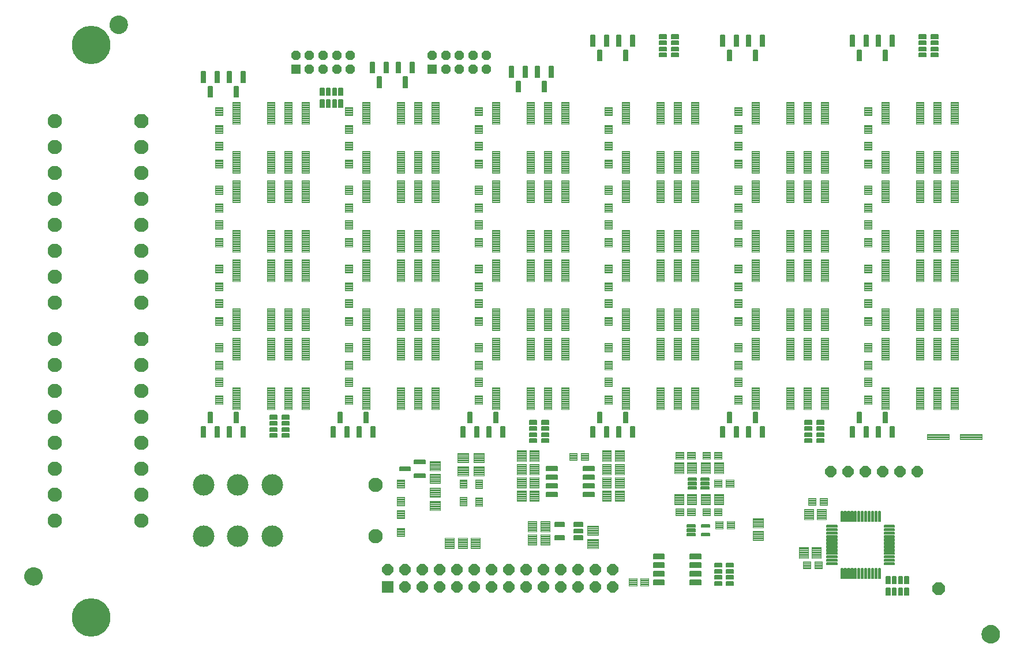
<source format=gts>
G75*
%MOIN*%
%OFA0B0*%
%FSLAX25Y25*%
%IPPOS*%
%LPD*%
%AMOC8*
5,1,8,0,0,1.08239X$1,22.5*
%
%ADD10C,0.13198*%
%ADD11OC8,0.06506*%
%ADD12R,0.06506X0.06506*%
%ADD13OC8,0.08277*%
%ADD14C,0.08277*%
%ADD15C,0.00454*%
%ADD16C,0.00504*%
%ADD17C,0.00504*%
%ADD18C,0.00457*%
%ADD19C,0.00580*%
%ADD20C,0.12411*%
%ADD21C,0.00594*%
%ADD22C,0.00514*%
%ADD23C,0.00468*%
%ADD24C,0.00500*%
%ADD25OC8,0.07096*%
%ADD26R,0.05324X0.05324*%
%ADD27OC8,0.05324*%
%ADD28C,0.22254*%
D10*
X0137995Y0087673D03*
X0137995Y0418382D03*
D11*
X0565188Y0171770D03*
X0575188Y0171770D03*
X0585188Y0171770D03*
X0595188Y0171770D03*
X0605188Y0171770D03*
X0615188Y0171770D03*
X0439333Y0115232D03*
X0429333Y0115232D03*
X0419333Y0115232D03*
X0409333Y0115232D03*
X0399333Y0115232D03*
X0389333Y0115232D03*
X0379333Y0115232D03*
X0369333Y0115232D03*
X0359333Y0115232D03*
X0349333Y0115232D03*
X0339333Y0115232D03*
X0329333Y0115232D03*
X0319333Y0115232D03*
X0309333Y0115232D03*
X0319333Y0105232D03*
X0329333Y0105232D03*
X0339333Y0105232D03*
X0349333Y0105232D03*
X0359333Y0105232D03*
X0369333Y0105232D03*
X0379333Y0105232D03*
X0389333Y0105232D03*
X0399333Y0105232D03*
X0409333Y0105232D03*
X0419333Y0105232D03*
X0429333Y0105232D03*
X0439333Y0105232D03*
D12*
X0309333Y0105232D03*
D13*
X0166932Y0248441D03*
X0166932Y0374425D03*
D14*
X0166932Y0359425D03*
X0166932Y0344425D03*
X0166932Y0329425D03*
X0166932Y0314425D03*
X0166932Y0299425D03*
X0166932Y0284425D03*
X0166932Y0269425D03*
X0116932Y0269425D03*
X0116932Y0284425D03*
X0116932Y0299425D03*
X0116932Y0314425D03*
X0116932Y0329425D03*
X0116932Y0344425D03*
X0116932Y0359425D03*
X0116932Y0374425D03*
X0116932Y0248441D03*
X0116932Y0233441D03*
X0116932Y0218441D03*
X0116932Y0203441D03*
X0116932Y0188441D03*
X0116932Y0173441D03*
X0116932Y0158441D03*
X0116932Y0143441D03*
X0166932Y0143441D03*
X0166932Y0158441D03*
X0166932Y0173441D03*
X0166932Y0188441D03*
X0166932Y0203441D03*
X0166932Y0218441D03*
X0166932Y0233441D03*
X0302044Y0164152D03*
X0302044Y0134388D03*
D15*
X0318729Y0134467D02*
X0318729Y0139337D01*
X0318729Y0134467D02*
X0314647Y0134467D01*
X0314647Y0139337D01*
X0318729Y0139337D01*
X0318729Y0134920D02*
X0314647Y0134920D01*
X0314647Y0135373D02*
X0318729Y0135373D01*
X0318729Y0135826D02*
X0314647Y0135826D01*
X0314647Y0136279D02*
X0318729Y0136279D01*
X0318729Y0136732D02*
X0314647Y0136732D01*
X0314647Y0137185D02*
X0318729Y0137185D01*
X0318729Y0137638D02*
X0314647Y0137638D01*
X0314647Y0138091D02*
X0318729Y0138091D01*
X0318729Y0138544D02*
X0314647Y0138544D01*
X0314647Y0138997D02*
X0318729Y0138997D01*
X0318729Y0144703D02*
X0318729Y0149573D01*
X0318729Y0144703D02*
X0314647Y0144703D01*
X0314647Y0149573D01*
X0318729Y0149573D01*
X0318729Y0145156D02*
X0314647Y0145156D01*
X0314647Y0145609D02*
X0318729Y0145609D01*
X0318729Y0146062D02*
X0314647Y0146062D01*
X0314647Y0146515D02*
X0318729Y0146515D01*
X0318729Y0146968D02*
X0314647Y0146968D01*
X0314647Y0147421D02*
X0318729Y0147421D01*
X0318729Y0147874D02*
X0314647Y0147874D01*
X0314647Y0148327D02*
X0318729Y0148327D01*
X0318729Y0148780D02*
X0314647Y0148780D01*
X0314647Y0149233D02*
X0318729Y0149233D01*
X0314647Y0152217D02*
X0314647Y0157087D01*
X0318729Y0157087D01*
X0318729Y0152217D01*
X0314647Y0152217D01*
X0314647Y0152670D02*
X0318729Y0152670D01*
X0318729Y0153123D02*
X0314647Y0153123D01*
X0314647Y0153576D02*
X0318729Y0153576D01*
X0318729Y0154029D02*
X0314647Y0154029D01*
X0314647Y0154482D02*
X0318729Y0154482D01*
X0318729Y0154935D02*
X0314647Y0154935D01*
X0314647Y0155388D02*
X0318729Y0155388D01*
X0318729Y0155841D02*
X0314647Y0155841D01*
X0314647Y0156294D02*
X0318729Y0156294D01*
X0318729Y0156747D02*
X0314647Y0156747D01*
X0314647Y0162453D02*
X0314647Y0167323D01*
X0318729Y0167323D01*
X0318729Y0162453D01*
X0314647Y0162453D01*
X0314647Y0162906D02*
X0318729Y0162906D01*
X0318729Y0163359D02*
X0314647Y0163359D01*
X0314647Y0163812D02*
X0318729Y0163812D01*
X0318729Y0164265D02*
X0314647Y0164265D01*
X0314647Y0164718D02*
X0318729Y0164718D01*
X0318729Y0165171D02*
X0314647Y0165171D01*
X0314647Y0165624D02*
X0318729Y0165624D01*
X0318729Y0166077D02*
X0314647Y0166077D01*
X0314647Y0166530D02*
X0318729Y0166530D01*
X0318729Y0166983D02*
X0314647Y0166983D01*
X0354979Y0167323D02*
X0354979Y0162453D01*
X0350897Y0162453D01*
X0350897Y0167323D01*
X0354979Y0167323D01*
X0354979Y0162906D02*
X0350897Y0162906D01*
X0350897Y0163359D02*
X0354979Y0163359D01*
X0354979Y0163812D02*
X0350897Y0163812D01*
X0350897Y0164265D02*
X0354979Y0164265D01*
X0354979Y0164718D02*
X0350897Y0164718D01*
X0350897Y0165171D02*
X0354979Y0165171D01*
X0354979Y0165624D02*
X0350897Y0165624D01*
X0350897Y0166077D02*
X0354979Y0166077D01*
X0354979Y0166530D02*
X0350897Y0166530D01*
X0350897Y0166983D02*
X0354979Y0166983D01*
X0363979Y0167073D02*
X0363979Y0162203D01*
X0359897Y0162203D01*
X0359897Y0167073D01*
X0363979Y0167073D01*
X0363979Y0162656D02*
X0359897Y0162656D01*
X0359897Y0163109D02*
X0363979Y0163109D01*
X0363979Y0163562D02*
X0359897Y0163562D01*
X0359897Y0164015D02*
X0363979Y0164015D01*
X0363979Y0164468D02*
X0359897Y0164468D01*
X0359897Y0164921D02*
X0363979Y0164921D01*
X0363979Y0165374D02*
X0359897Y0165374D01*
X0359897Y0165827D02*
X0363979Y0165827D01*
X0363979Y0166280D02*
X0359897Y0166280D01*
X0359897Y0166733D02*
X0363979Y0166733D01*
X0363979Y0156837D02*
X0363979Y0151967D01*
X0359897Y0151967D01*
X0359897Y0156837D01*
X0363979Y0156837D01*
X0363979Y0152420D02*
X0359897Y0152420D01*
X0359897Y0152873D02*
X0363979Y0152873D01*
X0363979Y0153326D02*
X0359897Y0153326D01*
X0359897Y0153779D02*
X0363979Y0153779D01*
X0363979Y0154232D02*
X0359897Y0154232D01*
X0359897Y0154685D02*
X0363979Y0154685D01*
X0363979Y0155138D02*
X0359897Y0155138D01*
X0359897Y0155591D02*
X0363979Y0155591D01*
X0363979Y0156044D02*
X0359897Y0156044D01*
X0359897Y0156497D02*
X0363979Y0156497D01*
X0354979Y0157087D02*
X0354979Y0152217D01*
X0350897Y0152217D01*
X0350897Y0157087D01*
X0354979Y0157087D01*
X0354979Y0152670D02*
X0350897Y0152670D01*
X0350897Y0153123D02*
X0354979Y0153123D01*
X0354979Y0153576D02*
X0350897Y0153576D01*
X0350897Y0154029D02*
X0354979Y0154029D01*
X0354979Y0154482D02*
X0350897Y0154482D01*
X0350897Y0154935D02*
X0354979Y0154935D01*
X0354979Y0155388D02*
X0350897Y0155388D01*
X0350897Y0155841D02*
X0354979Y0155841D01*
X0354979Y0156294D02*
X0350897Y0156294D01*
X0350897Y0156747D02*
X0354979Y0156747D01*
X0414103Y0182561D02*
X0418579Y0182561D01*
X0418579Y0178479D01*
X0414103Y0178479D01*
X0414103Y0182561D01*
X0414103Y0178932D02*
X0418579Y0178932D01*
X0418579Y0179385D02*
X0414103Y0179385D01*
X0414103Y0179838D02*
X0418579Y0179838D01*
X0418579Y0180291D02*
X0414103Y0180291D01*
X0414103Y0180744D02*
X0418579Y0180744D01*
X0418579Y0181197D02*
X0414103Y0181197D01*
X0414103Y0181650D02*
X0418579Y0181650D01*
X0418579Y0182103D02*
X0414103Y0182103D01*
X0414103Y0182556D02*
X0418579Y0182556D01*
X0420796Y0182561D02*
X0425272Y0182561D01*
X0425272Y0178479D01*
X0420796Y0178479D01*
X0420796Y0182561D01*
X0420796Y0178932D02*
X0425272Y0178932D01*
X0425272Y0179385D02*
X0420796Y0179385D01*
X0420796Y0179838D02*
X0425272Y0179838D01*
X0425272Y0180291D02*
X0420796Y0180291D01*
X0420796Y0180744D02*
X0425272Y0180744D01*
X0425272Y0181197D02*
X0420796Y0181197D01*
X0420796Y0181650D02*
X0425272Y0181650D01*
X0425272Y0182103D02*
X0420796Y0182103D01*
X0420796Y0182556D02*
X0425272Y0182556D01*
X0438729Y0210967D02*
X0438729Y0215837D01*
X0438729Y0210967D02*
X0434647Y0210967D01*
X0434647Y0215837D01*
X0438729Y0215837D01*
X0438729Y0211420D02*
X0434647Y0211420D01*
X0434647Y0211873D02*
X0438729Y0211873D01*
X0438729Y0212326D02*
X0434647Y0212326D01*
X0434647Y0212779D02*
X0438729Y0212779D01*
X0438729Y0213232D02*
X0434647Y0213232D01*
X0434647Y0213685D02*
X0438729Y0213685D01*
X0438729Y0214138D02*
X0434647Y0214138D01*
X0434647Y0214591D02*
X0438729Y0214591D01*
X0438729Y0215044D02*
X0434647Y0215044D01*
X0434647Y0215497D02*
X0438729Y0215497D01*
X0448729Y0220561D02*
X0448729Y0207975D01*
X0444647Y0207975D01*
X0444647Y0220561D01*
X0448729Y0220561D01*
X0448729Y0208428D02*
X0444647Y0208428D01*
X0444647Y0208881D02*
X0448729Y0208881D01*
X0448729Y0209334D02*
X0444647Y0209334D01*
X0444647Y0209787D02*
X0448729Y0209787D01*
X0448729Y0210240D02*
X0444647Y0210240D01*
X0444647Y0210693D02*
X0448729Y0210693D01*
X0448729Y0211146D02*
X0444647Y0211146D01*
X0444647Y0211599D02*
X0448729Y0211599D01*
X0448729Y0212052D02*
X0444647Y0212052D01*
X0444647Y0212505D02*
X0448729Y0212505D01*
X0448729Y0212958D02*
X0444647Y0212958D01*
X0444647Y0213411D02*
X0448729Y0213411D01*
X0448729Y0213864D02*
X0444647Y0213864D01*
X0444647Y0214317D02*
X0448729Y0214317D01*
X0448729Y0214770D02*
X0444647Y0214770D01*
X0444647Y0215223D02*
X0448729Y0215223D01*
X0448729Y0215676D02*
X0444647Y0215676D01*
X0444647Y0216129D02*
X0448729Y0216129D01*
X0448729Y0216582D02*
X0444647Y0216582D01*
X0444647Y0217035D02*
X0448729Y0217035D01*
X0448729Y0217488D02*
X0444647Y0217488D01*
X0444647Y0217941D02*
X0448729Y0217941D01*
X0448729Y0218394D02*
X0444647Y0218394D01*
X0444647Y0218847D02*
X0448729Y0218847D01*
X0448729Y0219300D02*
X0444647Y0219300D01*
X0444647Y0219753D02*
X0448729Y0219753D01*
X0448729Y0220206D02*
X0444647Y0220206D01*
X0438729Y0221203D02*
X0438729Y0226073D01*
X0438729Y0221203D02*
X0434647Y0221203D01*
X0434647Y0226073D01*
X0438729Y0226073D01*
X0438729Y0221656D02*
X0434647Y0221656D01*
X0434647Y0222109D02*
X0438729Y0222109D01*
X0438729Y0222562D02*
X0434647Y0222562D01*
X0434647Y0223015D02*
X0438729Y0223015D01*
X0438729Y0223468D02*
X0434647Y0223468D01*
X0434647Y0223921D02*
X0438729Y0223921D01*
X0438729Y0224374D02*
X0434647Y0224374D01*
X0434647Y0224827D02*
X0438729Y0224827D01*
X0438729Y0225280D02*
X0434647Y0225280D01*
X0434647Y0225733D02*
X0438729Y0225733D01*
X0434647Y0230967D02*
X0434647Y0235837D01*
X0438729Y0235837D01*
X0438729Y0230967D01*
X0434647Y0230967D01*
X0434647Y0231420D02*
X0438729Y0231420D01*
X0438729Y0231873D02*
X0434647Y0231873D01*
X0434647Y0232326D02*
X0438729Y0232326D01*
X0438729Y0232779D02*
X0434647Y0232779D01*
X0434647Y0233232D02*
X0438729Y0233232D01*
X0438729Y0233685D02*
X0434647Y0233685D01*
X0434647Y0234138D02*
X0438729Y0234138D01*
X0438729Y0234591D02*
X0434647Y0234591D01*
X0434647Y0235044D02*
X0438729Y0235044D01*
X0438729Y0235497D02*
X0434647Y0235497D01*
X0434647Y0241203D02*
X0434647Y0246073D01*
X0438729Y0246073D01*
X0438729Y0241203D01*
X0434647Y0241203D01*
X0434647Y0241656D02*
X0438729Y0241656D01*
X0438729Y0242109D02*
X0434647Y0242109D01*
X0434647Y0242562D02*
X0438729Y0242562D01*
X0438729Y0243015D02*
X0434647Y0243015D01*
X0434647Y0243468D02*
X0438729Y0243468D01*
X0438729Y0243921D02*
X0434647Y0243921D01*
X0434647Y0244374D02*
X0438729Y0244374D01*
X0438729Y0244827D02*
X0434647Y0244827D01*
X0434647Y0245280D02*
X0438729Y0245280D01*
X0438729Y0245733D02*
X0434647Y0245733D01*
X0448729Y0249065D02*
X0448729Y0236479D01*
X0444647Y0236479D01*
X0444647Y0249065D01*
X0448729Y0249065D01*
X0448729Y0236932D02*
X0444647Y0236932D01*
X0444647Y0237385D02*
X0448729Y0237385D01*
X0448729Y0237838D02*
X0444647Y0237838D01*
X0444647Y0238291D02*
X0448729Y0238291D01*
X0448729Y0238744D02*
X0444647Y0238744D01*
X0444647Y0239197D02*
X0448729Y0239197D01*
X0448729Y0239650D02*
X0444647Y0239650D01*
X0444647Y0240103D02*
X0448729Y0240103D01*
X0448729Y0240556D02*
X0444647Y0240556D01*
X0444647Y0241009D02*
X0448729Y0241009D01*
X0448729Y0241462D02*
X0444647Y0241462D01*
X0444647Y0241915D02*
X0448729Y0241915D01*
X0448729Y0242368D02*
X0444647Y0242368D01*
X0444647Y0242821D02*
X0448729Y0242821D01*
X0448729Y0243274D02*
X0444647Y0243274D01*
X0444647Y0243727D02*
X0448729Y0243727D01*
X0448729Y0244180D02*
X0444647Y0244180D01*
X0444647Y0244633D02*
X0448729Y0244633D01*
X0448729Y0245086D02*
X0444647Y0245086D01*
X0444647Y0245539D02*
X0448729Y0245539D01*
X0448729Y0245992D02*
X0444647Y0245992D01*
X0444647Y0246445D02*
X0448729Y0246445D01*
X0448729Y0246898D02*
X0444647Y0246898D01*
X0444647Y0247351D02*
X0448729Y0247351D01*
X0448729Y0247804D02*
X0444647Y0247804D01*
X0444647Y0248257D02*
X0448729Y0248257D01*
X0448729Y0248710D02*
X0444647Y0248710D01*
X0448729Y0253475D02*
X0448729Y0266061D01*
X0448729Y0253475D02*
X0444647Y0253475D01*
X0444647Y0266061D01*
X0448729Y0266061D01*
X0448729Y0253928D02*
X0444647Y0253928D01*
X0444647Y0254381D02*
X0448729Y0254381D01*
X0448729Y0254834D02*
X0444647Y0254834D01*
X0444647Y0255287D02*
X0448729Y0255287D01*
X0448729Y0255740D02*
X0444647Y0255740D01*
X0444647Y0256193D02*
X0448729Y0256193D01*
X0448729Y0256646D02*
X0444647Y0256646D01*
X0444647Y0257099D02*
X0448729Y0257099D01*
X0448729Y0257552D02*
X0444647Y0257552D01*
X0444647Y0258005D02*
X0448729Y0258005D01*
X0448729Y0258458D02*
X0444647Y0258458D01*
X0444647Y0258911D02*
X0448729Y0258911D01*
X0448729Y0259364D02*
X0444647Y0259364D01*
X0444647Y0259817D02*
X0448729Y0259817D01*
X0448729Y0260270D02*
X0444647Y0260270D01*
X0444647Y0260723D02*
X0448729Y0260723D01*
X0448729Y0261176D02*
X0444647Y0261176D01*
X0444647Y0261629D02*
X0448729Y0261629D01*
X0448729Y0262082D02*
X0444647Y0262082D01*
X0444647Y0262535D02*
X0448729Y0262535D01*
X0448729Y0262988D02*
X0444647Y0262988D01*
X0444647Y0263441D02*
X0448729Y0263441D01*
X0448729Y0263894D02*
X0444647Y0263894D01*
X0444647Y0264347D02*
X0448729Y0264347D01*
X0448729Y0264800D02*
X0444647Y0264800D01*
X0444647Y0265253D02*
X0448729Y0265253D01*
X0448729Y0265706D02*
X0444647Y0265706D01*
X0438729Y0266703D02*
X0438729Y0271573D01*
X0438729Y0266703D02*
X0434647Y0266703D01*
X0434647Y0271573D01*
X0438729Y0271573D01*
X0438729Y0267156D02*
X0434647Y0267156D01*
X0434647Y0267609D02*
X0438729Y0267609D01*
X0438729Y0268062D02*
X0434647Y0268062D01*
X0434647Y0268515D02*
X0438729Y0268515D01*
X0438729Y0268968D02*
X0434647Y0268968D01*
X0434647Y0269421D02*
X0438729Y0269421D01*
X0438729Y0269874D02*
X0434647Y0269874D01*
X0434647Y0270327D02*
X0438729Y0270327D01*
X0438729Y0270780D02*
X0434647Y0270780D01*
X0434647Y0271233D02*
X0438729Y0271233D01*
X0434647Y0276467D02*
X0434647Y0281337D01*
X0438729Y0281337D01*
X0438729Y0276467D01*
X0434647Y0276467D01*
X0434647Y0276920D02*
X0438729Y0276920D01*
X0438729Y0277373D02*
X0434647Y0277373D01*
X0434647Y0277826D02*
X0438729Y0277826D01*
X0438729Y0278279D02*
X0434647Y0278279D01*
X0434647Y0278732D02*
X0438729Y0278732D01*
X0438729Y0279185D02*
X0434647Y0279185D01*
X0434647Y0279638D02*
X0438729Y0279638D01*
X0438729Y0280091D02*
X0434647Y0280091D01*
X0434647Y0280544D02*
X0438729Y0280544D01*
X0438729Y0280997D02*
X0434647Y0280997D01*
X0434647Y0286703D02*
X0434647Y0291573D01*
X0438729Y0291573D01*
X0438729Y0286703D01*
X0434647Y0286703D01*
X0434647Y0287156D02*
X0438729Y0287156D01*
X0438729Y0287609D02*
X0434647Y0287609D01*
X0434647Y0288062D02*
X0438729Y0288062D01*
X0438729Y0288515D02*
X0434647Y0288515D01*
X0434647Y0288968D02*
X0438729Y0288968D01*
X0438729Y0289421D02*
X0434647Y0289421D01*
X0434647Y0289874D02*
X0438729Y0289874D01*
X0438729Y0290327D02*
X0434647Y0290327D01*
X0434647Y0290780D02*
X0438729Y0290780D01*
X0438729Y0291233D02*
X0434647Y0291233D01*
X0448729Y0294565D02*
X0448729Y0281979D01*
X0444647Y0281979D01*
X0444647Y0294565D01*
X0448729Y0294565D01*
X0448729Y0282432D02*
X0444647Y0282432D01*
X0444647Y0282885D02*
X0448729Y0282885D01*
X0448729Y0283338D02*
X0444647Y0283338D01*
X0444647Y0283791D02*
X0448729Y0283791D01*
X0448729Y0284244D02*
X0444647Y0284244D01*
X0444647Y0284697D02*
X0448729Y0284697D01*
X0448729Y0285150D02*
X0444647Y0285150D01*
X0444647Y0285603D02*
X0448729Y0285603D01*
X0448729Y0286056D02*
X0444647Y0286056D01*
X0444647Y0286509D02*
X0448729Y0286509D01*
X0448729Y0286962D02*
X0444647Y0286962D01*
X0444647Y0287415D02*
X0448729Y0287415D01*
X0448729Y0287868D02*
X0444647Y0287868D01*
X0444647Y0288321D02*
X0448729Y0288321D01*
X0448729Y0288774D02*
X0444647Y0288774D01*
X0444647Y0289227D02*
X0448729Y0289227D01*
X0448729Y0289680D02*
X0444647Y0289680D01*
X0444647Y0290133D02*
X0448729Y0290133D01*
X0448729Y0290586D02*
X0444647Y0290586D01*
X0444647Y0291039D02*
X0448729Y0291039D01*
X0448729Y0291492D02*
X0444647Y0291492D01*
X0444647Y0291945D02*
X0448729Y0291945D01*
X0448729Y0292398D02*
X0444647Y0292398D01*
X0444647Y0292851D02*
X0448729Y0292851D01*
X0448729Y0293304D02*
X0444647Y0293304D01*
X0444647Y0293757D02*
X0448729Y0293757D01*
X0448729Y0294210D02*
X0444647Y0294210D01*
X0448729Y0298975D02*
X0448729Y0311561D01*
X0448729Y0298975D02*
X0444647Y0298975D01*
X0444647Y0311561D01*
X0448729Y0311561D01*
X0448729Y0299428D02*
X0444647Y0299428D01*
X0444647Y0299881D02*
X0448729Y0299881D01*
X0448729Y0300334D02*
X0444647Y0300334D01*
X0444647Y0300787D02*
X0448729Y0300787D01*
X0448729Y0301240D02*
X0444647Y0301240D01*
X0444647Y0301693D02*
X0448729Y0301693D01*
X0448729Y0302146D02*
X0444647Y0302146D01*
X0444647Y0302599D02*
X0448729Y0302599D01*
X0448729Y0303052D02*
X0444647Y0303052D01*
X0444647Y0303505D02*
X0448729Y0303505D01*
X0448729Y0303958D02*
X0444647Y0303958D01*
X0444647Y0304411D02*
X0448729Y0304411D01*
X0448729Y0304864D02*
X0444647Y0304864D01*
X0444647Y0305317D02*
X0448729Y0305317D01*
X0448729Y0305770D02*
X0444647Y0305770D01*
X0444647Y0306223D02*
X0448729Y0306223D01*
X0448729Y0306676D02*
X0444647Y0306676D01*
X0444647Y0307129D02*
X0448729Y0307129D01*
X0448729Y0307582D02*
X0444647Y0307582D01*
X0444647Y0308035D02*
X0448729Y0308035D01*
X0448729Y0308488D02*
X0444647Y0308488D01*
X0444647Y0308941D02*
X0448729Y0308941D01*
X0448729Y0309394D02*
X0444647Y0309394D01*
X0444647Y0309847D02*
X0448729Y0309847D01*
X0448729Y0310300D02*
X0444647Y0310300D01*
X0444647Y0310753D02*
X0448729Y0310753D01*
X0448729Y0311206D02*
X0444647Y0311206D01*
X0438729Y0312203D02*
X0438729Y0317073D01*
X0438729Y0312203D02*
X0434647Y0312203D01*
X0434647Y0317073D01*
X0438729Y0317073D01*
X0438729Y0312656D02*
X0434647Y0312656D01*
X0434647Y0313109D02*
X0438729Y0313109D01*
X0438729Y0313562D02*
X0434647Y0313562D01*
X0434647Y0314015D02*
X0438729Y0314015D01*
X0438729Y0314468D02*
X0434647Y0314468D01*
X0434647Y0314921D02*
X0438729Y0314921D01*
X0438729Y0315374D02*
X0434647Y0315374D01*
X0434647Y0315827D02*
X0438729Y0315827D01*
X0438729Y0316280D02*
X0434647Y0316280D01*
X0434647Y0316733D02*
X0438729Y0316733D01*
X0434647Y0321967D02*
X0434647Y0326837D01*
X0438729Y0326837D01*
X0438729Y0321967D01*
X0434647Y0321967D01*
X0434647Y0322420D02*
X0438729Y0322420D01*
X0438729Y0322873D02*
X0434647Y0322873D01*
X0434647Y0323326D02*
X0438729Y0323326D01*
X0438729Y0323779D02*
X0434647Y0323779D01*
X0434647Y0324232D02*
X0438729Y0324232D01*
X0438729Y0324685D02*
X0434647Y0324685D01*
X0434647Y0325138D02*
X0438729Y0325138D01*
X0438729Y0325591D02*
X0434647Y0325591D01*
X0434647Y0326044D02*
X0438729Y0326044D01*
X0438729Y0326497D02*
X0434647Y0326497D01*
X0434647Y0332203D02*
X0434647Y0337073D01*
X0438729Y0337073D01*
X0438729Y0332203D01*
X0434647Y0332203D01*
X0434647Y0332656D02*
X0438729Y0332656D01*
X0438729Y0333109D02*
X0434647Y0333109D01*
X0434647Y0333562D02*
X0438729Y0333562D01*
X0438729Y0334015D02*
X0434647Y0334015D01*
X0434647Y0334468D02*
X0438729Y0334468D01*
X0438729Y0334921D02*
X0434647Y0334921D01*
X0434647Y0335374D02*
X0438729Y0335374D01*
X0438729Y0335827D02*
X0434647Y0335827D01*
X0434647Y0336280D02*
X0438729Y0336280D01*
X0438729Y0336733D02*
X0434647Y0336733D01*
X0448729Y0340065D02*
X0448729Y0327479D01*
X0444647Y0327479D01*
X0444647Y0340065D01*
X0448729Y0340065D01*
X0448729Y0327932D02*
X0444647Y0327932D01*
X0444647Y0328385D02*
X0448729Y0328385D01*
X0448729Y0328838D02*
X0444647Y0328838D01*
X0444647Y0329291D02*
X0448729Y0329291D01*
X0448729Y0329744D02*
X0444647Y0329744D01*
X0444647Y0330197D02*
X0448729Y0330197D01*
X0448729Y0330650D02*
X0444647Y0330650D01*
X0444647Y0331103D02*
X0448729Y0331103D01*
X0448729Y0331556D02*
X0444647Y0331556D01*
X0444647Y0332009D02*
X0448729Y0332009D01*
X0448729Y0332462D02*
X0444647Y0332462D01*
X0444647Y0332915D02*
X0448729Y0332915D01*
X0448729Y0333368D02*
X0444647Y0333368D01*
X0444647Y0333821D02*
X0448729Y0333821D01*
X0448729Y0334274D02*
X0444647Y0334274D01*
X0444647Y0334727D02*
X0448729Y0334727D01*
X0448729Y0335180D02*
X0444647Y0335180D01*
X0444647Y0335633D02*
X0448729Y0335633D01*
X0448729Y0336086D02*
X0444647Y0336086D01*
X0444647Y0336539D02*
X0448729Y0336539D01*
X0448729Y0336992D02*
X0444647Y0336992D01*
X0444647Y0337445D02*
X0448729Y0337445D01*
X0448729Y0337898D02*
X0444647Y0337898D01*
X0444647Y0338351D02*
X0448729Y0338351D01*
X0448729Y0338804D02*
X0444647Y0338804D01*
X0444647Y0339257D02*
X0448729Y0339257D01*
X0448729Y0339710D02*
X0444647Y0339710D01*
X0448729Y0344475D02*
X0448729Y0357061D01*
X0448729Y0344475D02*
X0444647Y0344475D01*
X0444647Y0357061D01*
X0448729Y0357061D01*
X0448729Y0344928D02*
X0444647Y0344928D01*
X0444647Y0345381D02*
X0448729Y0345381D01*
X0448729Y0345834D02*
X0444647Y0345834D01*
X0444647Y0346287D02*
X0448729Y0346287D01*
X0448729Y0346740D02*
X0444647Y0346740D01*
X0444647Y0347193D02*
X0448729Y0347193D01*
X0448729Y0347646D02*
X0444647Y0347646D01*
X0444647Y0348099D02*
X0448729Y0348099D01*
X0448729Y0348552D02*
X0444647Y0348552D01*
X0444647Y0349005D02*
X0448729Y0349005D01*
X0448729Y0349458D02*
X0444647Y0349458D01*
X0444647Y0349911D02*
X0448729Y0349911D01*
X0448729Y0350364D02*
X0444647Y0350364D01*
X0444647Y0350817D02*
X0448729Y0350817D01*
X0448729Y0351270D02*
X0444647Y0351270D01*
X0444647Y0351723D02*
X0448729Y0351723D01*
X0448729Y0352176D02*
X0444647Y0352176D01*
X0444647Y0352629D02*
X0448729Y0352629D01*
X0448729Y0353082D02*
X0444647Y0353082D01*
X0444647Y0353535D02*
X0448729Y0353535D01*
X0448729Y0353988D02*
X0444647Y0353988D01*
X0444647Y0354441D02*
X0448729Y0354441D01*
X0448729Y0354894D02*
X0444647Y0354894D01*
X0444647Y0355347D02*
X0448729Y0355347D01*
X0448729Y0355800D02*
X0444647Y0355800D01*
X0444647Y0356253D02*
X0448729Y0356253D01*
X0448729Y0356706D02*
X0444647Y0356706D01*
X0438729Y0357703D02*
X0438729Y0362573D01*
X0438729Y0357703D02*
X0434647Y0357703D01*
X0434647Y0362573D01*
X0438729Y0362573D01*
X0438729Y0358156D02*
X0434647Y0358156D01*
X0434647Y0358609D02*
X0438729Y0358609D01*
X0438729Y0359062D02*
X0434647Y0359062D01*
X0434647Y0359515D02*
X0438729Y0359515D01*
X0438729Y0359968D02*
X0434647Y0359968D01*
X0434647Y0360421D02*
X0438729Y0360421D01*
X0438729Y0360874D02*
X0434647Y0360874D01*
X0434647Y0361327D02*
X0438729Y0361327D01*
X0438729Y0361780D02*
X0434647Y0361780D01*
X0434647Y0362233D02*
X0438729Y0362233D01*
X0434647Y0367467D02*
X0434647Y0372337D01*
X0438729Y0372337D01*
X0438729Y0367467D01*
X0434647Y0367467D01*
X0434647Y0367920D02*
X0438729Y0367920D01*
X0438729Y0368373D02*
X0434647Y0368373D01*
X0434647Y0368826D02*
X0438729Y0368826D01*
X0438729Y0369279D02*
X0434647Y0369279D01*
X0434647Y0369732D02*
X0438729Y0369732D01*
X0438729Y0370185D02*
X0434647Y0370185D01*
X0434647Y0370638D02*
X0438729Y0370638D01*
X0438729Y0371091D02*
X0434647Y0371091D01*
X0434647Y0371544D02*
X0438729Y0371544D01*
X0438729Y0371997D02*
X0434647Y0371997D01*
X0434647Y0377703D02*
X0434647Y0382573D01*
X0438729Y0382573D01*
X0438729Y0377703D01*
X0434647Y0377703D01*
X0434647Y0378156D02*
X0438729Y0378156D01*
X0438729Y0378609D02*
X0434647Y0378609D01*
X0434647Y0379062D02*
X0438729Y0379062D01*
X0438729Y0379515D02*
X0434647Y0379515D01*
X0434647Y0379968D02*
X0438729Y0379968D01*
X0438729Y0380421D02*
X0434647Y0380421D01*
X0434647Y0380874D02*
X0438729Y0380874D01*
X0438729Y0381327D02*
X0434647Y0381327D01*
X0434647Y0381780D02*
X0438729Y0381780D01*
X0438729Y0382233D02*
X0434647Y0382233D01*
X0448729Y0385565D02*
X0448729Y0372979D01*
X0444647Y0372979D01*
X0444647Y0385565D01*
X0448729Y0385565D01*
X0448729Y0373432D02*
X0444647Y0373432D01*
X0444647Y0373885D02*
X0448729Y0373885D01*
X0448729Y0374338D02*
X0444647Y0374338D01*
X0444647Y0374791D02*
X0448729Y0374791D01*
X0448729Y0375244D02*
X0444647Y0375244D01*
X0444647Y0375697D02*
X0448729Y0375697D01*
X0448729Y0376150D02*
X0444647Y0376150D01*
X0444647Y0376603D02*
X0448729Y0376603D01*
X0448729Y0377056D02*
X0444647Y0377056D01*
X0444647Y0377509D02*
X0448729Y0377509D01*
X0448729Y0377962D02*
X0444647Y0377962D01*
X0444647Y0378415D02*
X0448729Y0378415D01*
X0448729Y0378868D02*
X0444647Y0378868D01*
X0444647Y0379321D02*
X0448729Y0379321D01*
X0448729Y0379774D02*
X0444647Y0379774D01*
X0444647Y0380227D02*
X0448729Y0380227D01*
X0448729Y0380680D02*
X0444647Y0380680D01*
X0444647Y0381133D02*
X0448729Y0381133D01*
X0448729Y0381586D02*
X0444647Y0381586D01*
X0444647Y0382039D02*
X0448729Y0382039D01*
X0448729Y0382492D02*
X0444647Y0382492D01*
X0444647Y0382945D02*
X0448729Y0382945D01*
X0448729Y0383398D02*
X0444647Y0383398D01*
X0444647Y0383851D02*
X0448729Y0383851D01*
X0448729Y0384304D02*
X0444647Y0384304D01*
X0444647Y0384757D02*
X0448729Y0384757D01*
X0448729Y0385210D02*
X0444647Y0385210D01*
X0468729Y0385565D02*
X0468729Y0372979D01*
X0464647Y0372979D01*
X0464647Y0385565D01*
X0468729Y0385565D01*
X0468729Y0373432D02*
X0464647Y0373432D01*
X0464647Y0373885D02*
X0468729Y0373885D01*
X0468729Y0374338D02*
X0464647Y0374338D01*
X0464647Y0374791D02*
X0468729Y0374791D01*
X0468729Y0375244D02*
X0464647Y0375244D01*
X0464647Y0375697D02*
X0468729Y0375697D01*
X0468729Y0376150D02*
X0464647Y0376150D01*
X0464647Y0376603D02*
X0468729Y0376603D01*
X0468729Y0377056D02*
X0464647Y0377056D01*
X0464647Y0377509D02*
X0468729Y0377509D01*
X0468729Y0377962D02*
X0464647Y0377962D01*
X0464647Y0378415D02*
X0468729Y0378415D01*
X0468729Y0378868D02*
X0464647Y0378868D01*
X0464647Y0379321D02*
X0468729Y0379321D01*
X0468729Y0379774D02*
X0464647Y0379774D01*
X0464647Y0380227D02*
X0468729Y0380227D01*
X0468729Y0380680D02*
X0464647Y0380680D01*
X0464647Y0381133D02*
X0468729Y0381133D01*
X0468729Y0381586D02*
X0464647Y0381586D01*
X0464647Y0382039D02*
X0468729Y0382039D01*
X0468729Y0382492D02*
X0464647Y0382492D01*
X0464647Y0382945D02*
X0468729Y0382945D01*
X0468729Y0383398D02*
X0464647Y0383398D01*
X0464647Y0383851D02*
X0468729Y0383851D01*
X0468729Y0384304D02*
X0464647Y0384304D01*
X0464647Y0384757D02*
X0468729Y0384757D01*
X0468729Y0385210D02*
X0464647Y0385210D01*
X0478729Y0385565D02*
X0478729Y0372979D01*
X0474647Y0372979D01*
X0474647Y0385565D01*
X0478729Y0385565D01*
X0478729Y0373432D02*
X0474647Y0373432D01*
X0474647Y0373885D02*
X0478729Y0373885D01*
X0478729Y0374338D02*
X0474647Y0374338D01*
X0474647Y0374791D02*
X0478729Y0374791D01*
X0478729Y0375244D02*
X0474647Y0375244D01*
X0474647Y0375697D02*
X0478729Y0375697D01*
X0478729Y0376150D02*
X0474647Y0376150D01*
X0474647Y0376603D02*
X0478729Y0376603D01*
X0478729Y0377056D02*
X0474647Y0377056D01*
X0474647Y0377509D02*
X0478729Y0377509D01*
X0478729Y0377962D02*
X0474647Y0377962D01*
X0474647Y0378415D02*
X0478729Y0378415D01*
X0478729Y0378868D02*
X0474647Y0378868D01*
X0474647Y0379321D02*
X0478729Y0379321D01*
X0478729Y0379774D02*
X0474647Y0379774D01*
X0474647Y0380227D02*
X0478729Y0380227D01*
X0478729Y0380680D02*
X0474647Y0380680D01*
X0474647Y0381133D02*
X0478729Y0381133D01*
X0478729Y0381586D02*
X0474647Y0381586D01*
X0474647Y0382039D02*
X0478729Y0382039D01*
X0478729Y0382492D02*
X0474647Y0382492D01*
X0474647Y0382945D02*
X0478729Y0382945D01*
X0478729Y0383398D02*
X0474647Y0383398D01*
X0474647Y0383851D02*
X0478729Y0383851D01*
X0478729Y0384304D02*
X0474647Y0384304D01*
X0474647Y0384757D02*
X0478729Y0384757D01*
X0478729Y0385210D02*
X0474647Y0385210D01*
X0488729Y0385565D02*
X0488729Y0372979D01*
X0484647Y0372979D01*
X0484647Y0385565D01*
X0488729Y0385565D01*
X0488729Y0373432D02*
X0484647Y0373432D01*
X0484647Y0373885D02*
X0488729Y0373885D01*
X0488729Y0374338D02*
X0484647Y0374338D01*
X0484647Y0374791D02*
X0488729Y0374791D01*
X0488729Y0375244D02*
X0484647Y0375244D01*
X0484647Y0375697D02*
X0488729Y0375697D01*
X0488729Y0376150D02*
X0484647Y0376150D01*
X0484647Y0376603D02*
X0488729Y0376603D01*
X0488729Y0377056D02*
X0484647Y0377056D01*
X0484647Y0377509D02*
X0488729Y0377509D01*
X0488729Y0377962D02*
X0484647Y0377962D01*
X0484647Y0378415D02*
X0488729Y0378415D01*
X0488729Y0378868D02*
X0484647Y0378868D01*
X0484647Y0379321D02*
X0488729Y0379321D01*
X0488729Y0379774D02*
X0484647Y0379774D01*
X0484647Y0380227D02*
X0488729Y0380227D01*
X0488729Y0380680D02*
X0484647Y0380680D01*
X0484647Y0381133D02*
X0488729Y0381133D01*
X0488729Y0381586D02*
X0484647Y0381586D01*
X0484647Y0382039D02*
X0488729Y0382039D01*
X0488729Y0382492D02*
X0484647Y0382492D01*
X0484647Y0382945D02*
X0488729Y0382945D01*
X0488729Y0383398D02*
X0484647Y0383398D01*
X0484647Y0383851D02*
X0488729Y0383851D01*
X0488729Y0384304D02*
X0484647Y0384304D01*
X0484647Y0384757D02*
X0488729Y0384757D01*
X0488729Y0385210D02*
X0484647Y0385210D01*
X0509647Y0382573D02*
X0509647Y0377703D01*
X0509647Y0382573D02*
X0513729Y0382573D01*
X0513729Y0377703D01*
X0509647Y0377703D01*
X0509647Y0378156D02*
X0513729Y0378156D01*
X0513729Y0378609D02*
X0509647Y0378609D01*
X0509647Y0379062D02*
X0513729Y0379062D01*
X0513729Y0379515D02*
X0509647Y0379515D01*
X0509647Y0379968D02*
X0513729Y0379968D01*
X0513729Y0380421D02*
X0509647Y0380421D01*
X0509647Y0380874D02*
X0513729Y0380874D01*
X0513729Y0381327D02*
X0509647Y0381327D01*
X0509647Y0381780D02*
X0513729Y0381780D01*
X0513729Y0382233D02*
X0509647Y0382233D01*
X0523729Y0385565D02*
X0523729Y0372979D01*
X0519647Y0372979D01*
X0519647Y0385565D01*
X0523729Y0385565D01*
X0523729Y0373432D02*
X0519647Y0373432D01*
X0519647Y0373885D02*
X0523729Y0373885D01*
X0523729Y0374338D02*
X0519647Y0374338D01*
X0519647Y0374791D02*
X0523729Y0374791D01*
X0523729Y0375244D02*
X0519647Y0375244D01*
X0519647Y0375697D02*
X0523729Y0375697D01*
X0523729Y0376150D02*
X0519647Y0376150D01*
X0519647Y0376603D02*
X0523729Y0376603D01*
X0523729Y0377056D02*
X0519647Y0377056D01*
X0519647Y0377509D02*
X0523729Y0377509D01*
X0523729Y0377962D02*
X0519647Y0377962D01*
X0519647Y0378415D02*
X0523729Y0378415D01*
X0523729Y0378868D02*
X0519647Y0378868D01*
X0519647Y0379321D02*
X0523729Y0379321D01*
X0523729Y0379774D02*
X0519647Y0379774D01*
X0519647Y0380227D02*
X0523729Y0380227D01*
X0523729Y0380680D02*
X0519647Y0380680D01*
X0519647Y0381133D02*
X0523729Y0381133D01*
X0523729Y0381586D02*
X0519647Y0381586D01*
X0519647Y0382039D02*
X0523729Y0382039D01*
X0523729Y0382492D02*
X0519647Y0382492D01*
X0519647Y0382945D02*
X0523729Y0382945D01*
X0523729Y0383398D02*
X0519647Y0383398D01*
X0519647Y0383851D02*
X0523729Y0383851D01*
X0523729Y0384304D02*
X0519647Y0384304D01*
X0519647Y0384757D02*
X0523729Y0384757D01*
X0523729Y0385210D02*
X0519647Y0385210D01*
X0509647Y0372337D02*
X0509647Y0367467D01*
X0509647Y0372337D02*
X0513729Y0372337D01*
X0513729Y0367467D01*
X0509647Y0367467D01*
X0509647Y0367920D02*
X0513729Y0367920D01*
X0513729Y0368373D02*
X0509647Y0368373D01*
X0509647Y0368826D02*
X0513729Y0368826D01*
X0513729Y0369279D02*
X0509647Y0369279D01*
X0509647Y0369732D02*
X0513729Y0369732D01*
X0513729Y0370185D02*
X0509647Y0370185D01*
X0509647Y0370638D02*
X0513729Y0370638D01*
X0513729Y0371091D02*
X0509647Y0371091D01*
X0509647Y0371544D02*
X0513729Y0371544D01*
X0513729Y0371997D02*
X0509647Y0371997D01*
X0513729Y0362573D02*
X0513729Y0357703D01*
X0509647Y0357703D01*
X0509647Y0362573D01*
X0513729Y0362573D01*
X0513729Y0358156D02*
X0509647Y0358156D01*
X0509647Y0358609D02*
X0513729Y0358609D01*
X0513729Y0359062D02*
X0509647Y0359062D01*
X0509647Y0359515D02*
X0513729Y0359515D01*
X0513729Y0359968D02*
X0509647Y0359968D01*
X0509647Y0360421D02*
X0513729Y0360421D01*
X0513729Y0360874D02*
X0509647Y0360874D01*
X0509647Y0361327D02*
X0513729Y0361327D01*
X0513729Y0361780D02*
X0509647Y0361780D01*
X0509647Y0362233D02*
X0513729Y0362233D01*
X0513729Y0352337D02*
X0513729Y0347467D01*
X0509647Y0347467D01*
X0509647Y0352337D01*
X0513729Y0352337D01*
X0513729Y0347920D02*
X0509647Y0347920D01*
X0509647Y0348373D02*
X0513729Y0348373D01*
X0513729Y0348826D02*
X0509647Y0348826D01*
X0509647Y0349279D02*
X0513729Y0349279D01*
X0513729Y0349732D02*
X0509647Y0349732D01*
X0509647Y0350185D02*
X0513729Y0350185D01*
X0513729Y0350638D02*
X0509647Y0350638D01*
X0509647Y0351091D02*
X0513729Y0351091D01*
X0513729Y0351544D02*
X0509647Y0351544D01*
X0509647Y0351997D02*
X0513729Y0351997D01*
X0523729Y0357061D02*
X0523729Y0344475D01*
X0519647Y0344475D01*
X0519647Y0357061D01*
X0523729Y0357061D01*
X0523729Y0344928D02*
X0519647Y0344928D01*
X0519647Y0345381D02*
X0523729Y0345381D01*
X0523729Y0345834D02*
X0519647Y0345834D01*
X0519647Y0346287D02*
X0523729Y0346287D01*
X0523729Y0346740D02*
X0519647Y0346740D01*
X0519647Y0347193D02*
X0523729Y0347193D01*
X0523729Y0347646D02*
X0519647Y0347646D01*
X0519647Y0348099D02*
X0523729Y0348099D01*
X0523729Y0348552D02*
X0519647Y0348552D01*
X0519647Y0349005D02*
X0523729Y0349005D01*
X0523729Y0349458D02*
X0519647Y0349458D01*
X0519647Y0349911D02*
X0523729Y0349911D01*
X0523729Y0350364D02*
X0519647Y0350364D01*
X0519647Y0350817D02*
X0523729Y0350817D01*
X0523729Y0351270D02*
X0519647Y0351270D01*
X0519647Y0351723D02*
X0523729Y0351723D01*
X0523729Y0352176D02*
X0519647Y0352176D01*
X0519647Y0352629D02*
X0523729Y0352629D01*
X0523729Y0353082D02*
X0519647Y0353082D01*
X0519647Y0353535D02*
X0523729Y0353535D01*
X0523729Y0353988D02*
X0519647Y0353988D01*
X0519647Y0354441D02*
X0523729Y0354441D01*
X0523729Y0354894D02*
X0519647Y0354894D01*
X0519647Y0355347D02*
X0523729Y0355347D01*
X0523729Y0355800D02*
X0519647Y0355800D01*
X0519647Y0356253D02*
X0523729Y0356253D01*
X0523729Y0356706D02*
X0519647Y0356706D01*
X0543729Y0357061D02*
X0543729Y0344475D01*
X0539647Y0344475D01*
X0539647Y0357061D01*
X0543729Y0357061D01*
X0543729Y0344928D02*
X0539647Y0344928D01*
X0539647Y0345381D02*
X0543729Y0345381D01*
X0543729Y0345834D02*
X0539647Y0345834D01*
X0539647Y0346287D02*
X0543729Y0346287D01*
X0543729Y0346740D02*
X0539647Y0346740D01*
X0539647Y0347193D02*
X0543729Y0347193D01*
X0543729Y0347646D02*
X0539647Y0347646D01*
X0539647Y0348099D02*
X0543729Y0348099D01*
X0543729Y0348552D02*
X0539647Y0348552D01*
X0539647Y0349005D02*
X0543729Y0349005D01*
X0543729Y0349458D02*
X0539647Y0349458D01*
X0539647Y0349911D02*
X0543729Y0349911D01*
X0543729Y0350364D02*
X0539647Y0350364D01*
X0539647Y0350817D02*
X0543729Y0350817D01*
X0543729Y0351270D02*
X0539647Y0351270D01*
X0539647Y0351723D02*
X0543729Y0351723D01*
X0543729Y0352176D02*
X0539647Y0352176D01*
X0539647Y0352629D02*
X0543729Y0352629D01*
X0543729Y0353082D02*
X0539647Y0353082D01*
X0539647Y0353535D02*
X0543729Y0353535D01*
X0543729Y0353988D02*
X0539647Y0353988D01*
X0539647Y0354441D02*
X0543729Y0354441D01*
X0543729Y0354894D02*
X0539647Y0354894D01*
X0539647Y0355347D02*
X0543729Y0355347D01*
X0543729Y0355800D02*
X0539647Y0355800D01*
X0539647Y0356253D02*
X0543729Y0356253D01*
X0543729Y0356706D02*
X0539647Y0356706D01*
X0553729Y0357061D02*
X0553729Y0344475D01*
X0549647Y0344475D01*
X0549647Y0357061D01*
X0553729Y0357061D01*
X0553729Y0344928D02*
X0549647Y0344928D01*
X0549647Y0345381D02*
X0553729Y0345381D01*
X0553729Y0345834D02*
X0549647Y0345834D01*
X0549647Y0346287D02*
X0553729Y0346287D01*
X0553729Y0346740D02*
X0549647Y0346740D01*
X0549647Y0347193D02*
X0553729Y0347193D01*
X0553729Y0347646D02*
X0549647Y0347646D01*
X0549647Y0348099D02*
X0553729Y0348099D01*
X0553729Y0348552D02*
X0549647Y0348552D01*
X0549647Y0349005D02*
X0553729Y0349005D01*
X0553729Y0349458D02*
X0549647Y0349458D01*
X0549647Y0349911D02*
X0553729Y0349911D01*
X0553729Y0350364D02*
X0549647Y0350364D01*
X0549647Y0350817D02*
X0553729Y0350817D01*
X0553729Y0351270D02*
X0549647Y0351270D01*
X0549647Y0351723D02*
X0553729Y0351723D01*
X0553729Y0352176D02*
X0549647Y0352176D01*
X0549647Y0352629D02*
X0553729Y0352629D01*
X0553729Y0353082D02*
X0549647Y0353082D01*
X0549647Y0353535D02*
X0553729Y0353535D01*
X0553729Y0353988D02*
X0549647Y0353988D01*
X0549647Y0354441D02*
X0553729Y0354441D01*
X0553729Y0354894D02*
X0549647Y0354894D01*
X0549647Y0355347D02*
X0553729Y0355347D01*
X0553729Y0355800D02*
X0549647Y0355800D01*
X0549647Y0356253D02*
X0553729Y0356253D01*
X0553729Y0356706D02*
X0549647Y0356706D01*
X0563729Y0357061D02*
X0563729Y0344475D01*
X0559647Y0344475D01*
X0559647Y0357061D01*
X0563729Y0357061D01*
X0563729Y0344928D02*
X0559647Y0344928D01*
X0559647Y0345381D02*
X0563729Y0345381D01*
X0563729Y0345834D02*
X0559647Y0345834D01*
X0559647Y0346287D02*
X0563729Y0346287D01*
X0563729Y0346740D02*
X0559647Y0346740D01*
X0559647Y0347193D02*
X0563729Y0347193D01*
X0563729Y0347646D02*
X0559647Y0347646D01*
X0559647Y0348099D02*
X0563729Y0348099D01*
X0563729Y0348552D02*
X0559647Y0348552D01*
X0559647Y0349005D02*
X0563729Y0349005D01*
X0563729Y0349458D02*
X0559647Y0349458D01*
X0559647Y0349911D02*
X0563729Y0349911D01*
X0563729Y0350364D02*
X0559647Y0350364D01*
X0559647Y0350817D02*
X0563729Y0350817D01*
X0563729Y0351270D02*
X0559647Y0351270D01*
X0559647Y0351723D02*
X0563729Y0351723D01*
X0563729Y0352176D02*
X0559647Y0352176D01*
X0559647Y0352629D02*
X0563729Y0352629D01*
X0563729Y0353082D02*
X0559647Y0353082D01*
X0559647Y0353535D02*
X0563729Y0353535D01*
X0563729Y0353988D02*
X0559647Y0353988D01*
X0559647Y0354441D02*
X0563729Y0354441D01*
X0563729Y0354894D02*
X0559647Y0354894D01*
X0559647Y0355347D02*
X0563729Y0355347D01*
X0563729Y0355800D02*
X0559647Y0355800D01*
X0559647Y0356253D02*
X0563729Y0356253D01*
X0563729Y0356706D02*
X0559647Y0356706D01*
X0588729Y0357703D02*
X0588729Y0362573D01*
X0588729Y0357703D02*
X0584647Y0357703D01*
X0584647Y0362573D01*
X0588729Y0362573D01*
X0588729Y0358156D02*
X0584647Y0358156D01*
X0584647Y0358609D02*
X0588729Y0358609D01*
X0588729Y0359062D02*
X0584647Y0359062D01*
X0584647Y0359515D02*
X0588729Y0359515D01*
X0588729Y0359968D02*
X0584647Y0359968D01*
X0584647Y0360421D02*
X0588729Y0360421D01*
X0588729Y0360874D02*
X0584647Y0360874D01*
X0584647Y0361327D02*
X0588729Y0361327D01*
X0588729Y0361780D02*
X0584647Y0361780D01*
X0584647Y0362233D02*
X0588729Y0362233D01*
X0584647Y0367467D02*
X0584647Y0372337D01*
X0588729Y0372337D01*
X0588729Y0367467D01*
X0584647Y0367467D01*
X0584647Y0367920D02*
X0588729Y0367920D01*
X0588729Y0368373D02*
X0584647Y0368373D01*
X0584647Y0368826D02*
X0588729Y0368826D01*
X0588729Y0369279D02*
X0584647Y0369279D01*
X0584647Y0369732D02*
X0588729Y0369732D01*
X0588729Y0370185D02*
X0584647Y0370185D01*
X0584647Y0370638D02*
X0588729Y0370638D01*
X0588729Y0371091D02*
X0584647Y0371091D01*
X0584647Y0371544D02*
X0588729Y0371544D01*
X0588729Y0371997D02*
X0584647Y0371997D01*
X0584647Y0377703D02*
X0584647Y0382573D01*
X0588729Y0382573D01*
X0588729Y0377703D01*
X0584647Y0377703D01*
X0584647Y0378156D02*
X0588729Y0378156D01*
X0588729Y0378609D02*
X0584647Y0378609D01*
X0584647Y0379062D02*
X0588729Y0379062D01*
X0588729Y0379515D02*
X0584647Y0379515D01*
X0584647Y0379968D02*
X0588729Y0379968D01*
X0588729Y0380421D02*
X0584647Y0380421D01*
X0584647Y0380874D02*
X0588729Y0380874D01*
X0588729Y0381327D02*
X0584647Y0381327D01*
X0584647Y0381780D02*
X0588729Y0381780D01*
X0588729Y0382233D02*
X0584647Y0382233D01*
X0598729Y0385565D02*
X0598729Y0372979D01*
X0594647Y0372979D01*
X0594647Y0385565D01*
X0598729Y0385565D01*
X0598729Y0373432D02*
X0594647Y0373432D01*
X0594647Y0373885D02*
X0598729Y0373885D01*
X0598729Y0374338D02*
X0594647Y0374338D01*
X0594647Y0374791D02*
X0598729Y0374791D01*
X0598729Y0375244D02*
X0594647Y0375244D01*
X0594647Y0375697D02*
X0598729Y0375697D01*
X0598729Y0376150D02*
X0594647Y0376150D01*
X0594647Y0376603D02*
X0598729Y0376603D01*
X0598729Y0377056D02*
X0594647Y0377056D01*
X0594647Y0377509D02*
X0598729Y0377509D01*
X0598729Y0377962D02*
X0594647Y0377962D01*
X0594647Y0378415D02*
X0598729Y0378415D01*
X0598729Y0378868D02*
X0594647Y0378868D01*
X0594647Y0379321D02*
X0598729Y0379321D01*
X0598729Y0379774D02*
X0594647Y0379774D01*
X0594647Y0380227D02*
X0598729Y0380227D01*
X0598729Y0380680D02*
X0594647Y0380680D01*
X0594647Y0381133D02*
X0598729Y0381133D01*
X0598729Y0381586D02*
X0594647Y0381586D01*
X0594647Y0382039D02*
X0598729Y0382039D01*
X0598729Y0382492D02*
X0594647Y0382492D01*
X0594647Y0382945D02*
X0598729Y0382945D01*
X0598729Y0383398D02*
X0594647Y0383398D01*
X0594647Y0383851D02*
X0598729Y0383851D01*
X0598729Y0384304D02*
X0594647Y0384304D01*
X0594647Y0384757D02*
X0598729Y0384757D01*
X0598729Y0385210D02*
X0594647Y0385210D01*
X0618729Y0385565D02*
X0618729Y0372979D01*
X0614647Y0372979D01*
X0614647Y0385565D01*
X0618729Y0385565D01*
X0618729Y0373432D02*
X0614647Y0373432D01*
X0614647Y0373885D02*
X0618729Y0373885D01*
X0618729Y0374338D02*
X0614647Y0374338D01*
X0614647Y0374791D02*
X0618729Y0374791D01*
X0618729Y0375244D02*
X0614647Y0375244D01*
X0614647Y0375697D02*
X0618729Y0375697D01*
X0618729Y0376150D02*
X0614647Y0376150D01*
X0614647Y0376603D02*
X0618729Y0376603D01*
X0618729Y0377056D02*
X0614647Y0377056D01*
X0614647Y0377509D02*
X0618729Y0377509D01*
X0618729Y0377962D02*
X0614647Y0377962D01*
X0614647Y0378415D02*
X0618729Y0378415D01*
X0618729Y0378868D02*
X0614647Y0378868D01*
X0614647Y0379321D02*
X0618729Y0379321D01*
X0618729Y0379774D02*
X0614647Y0379774D01*
X0614647Y0380227D02*
X0618729Y0380227D01*
X0618729Y0380680D02*
X0614647Y0380680D01*
X0614647Y0381133D02*
X0618729Y0381133D01*
X0618729Y0381586D02*
X0614647Y0381586D01*
X0614647Y0382039D02*
X0618729Y0382039D01*
X0618729Y0382492D02*
X0614647Y0382492D01*
X0614647Y0382945D02*
X0618729Y0382945D01*
X0618729Y0383398D02*
X0614647Y0383398D01*
X0614647Y0383851D02*
X0618729Y0383851D01*
X0618729Y0384304D02*
X0614647Y0384304D01*
X0614647Y0384757D02*
X0618729Y0384757D01*
X0618729Y0385210D02*
X0614647Y0385210D01*
X0628729Y0385565D02*
X0628729Y0372979D01*
X0624647Y0372979D01*
X0624647Y0385565D01*
X0628729Y0385565D01*
X0628729Y0373432D02*
X0624647Y0373432D01*
X0624647Y0373885D02*
X0628729Y0373885D01*
X0628729Y0374338D02*
X0624647Y0374338D01*
X0624647Y0374791D02*
X0628729Y0374791D01*
X0628729Y0375244D02*
X0624647Y0375244D01*
X0624647Y0375697D02*
X0628729Y0375697D01*
X0628729Y0376150D02*
X0624647Y0376150D01*
X0624647Y0376603D02*
X0628729Y0376603D01*
X0628729Y0377056D02*
X0624647Y0377056D01*
X0624647Y0377509D02*
X0628729Y0377509D01*
X0628729Y0377962D02*
X0624647Y0377962D01*
X0624647Y0378415D02*
X0628729Y0378415D01*
X0628729Y0378868D02*
X0624647Y0378868D01*
X0624647Y0379321D02*
X0628729Y0379321D01*
X0628729Y0379774D02*
X0624647Y0379774D01*
X0624647Y0380227D02*
X0628729Y0380227D01*
X0628729Y0380680D02*
X0624647Y0380680D01*
X0624647Y0381133D02*
X0628729Y0381133D01*
X0628729Y0381586D02*
X0624647Y0381586D01*
X0624647Y0382039D02*
X0628729Y0382039D01*
X0628729Y0382492D02*
X0624647Y0382492D01*
X0624647Y0382945D02*
X0628729Y0382945D01*
X0628729Y0383398D02*
X0624647Y0383398D01*
X0624647Y0383851D02*
X0628729Y0383851D01*
X0628729Y0384304D02*
X0624647Y0384304D01*
X0624647Y0384757D02*
X0628729Y0384757D01*
X0628729Y0385210D02*
X0624647Y0385210D01*
X0638729Y0385565D02*
X0638729Y0372979D01*
X0634647Y0372979D01*
X0634647Y0385565D01*
X0638729Y0385565D01*
X0638729Y0373432D02*
X0634647Y0373432D01*
X0634647Y0373885D02*
X0638729Y0373885D01*
X0638729Y0374338D02*
X0634647Y0374338D01*
X0634647Y0374791D02*
X0638729Y0374791D01*
X0638729Y0375244D02*
X0634647Y0375244D01*
X0634647Y0375697D02*
X0638729Y0375697D01*
X0638729Y0376150D02*
X0634647Y0376150D01*
X0634647Y0376603D02*
X0638729Y0376603D01*
X0638729Y0377056D02*
X0634647Y0377056D01*
X0634647Y0377509D02*
X0638729Y0377509D01*
X0638729Y0377962D02*
X0634647Y0377962D01*
X0634647Y0378415D02*
X0638729Y0378415D01*
X0638729Y0378868D02*
X0634647Y0378868D01*
X0634647Y0379321D02*
X0638729Y0379321D01*
X0638729Y0379774D02*
X0634647Y0379774D01*
X0634647Y0380227D02*
X0638729Y0380227D01*
X0638729Y0380680D02*
X0634647Y0380680D01*
X0634647Y0381133D02*
X0638729Y0381133D01*
X0638729Y0381586D02*
X0634647Y0381586D01*
X0634647Y0382039D02*
X0638729Y0382039D01*
X0638729Y0382492D02*
X0634647Y0382492D01*
X0634647Y0382945D02*
X0638729Y0382945D01*
X0638729Y0383398D02*
X0634647Y0383398D01*
X0634647Y0383851D02*
X0638729Y0383851D01*
X0638729Y0384304D02*
X0634647Y0384304D01*
X0634647Y0384757D02*
X0638729Y0384757D01*
X0638729Y0385210D02*
X0634647Y0385210D01*
X0638729Y0357061D02*
X0638729Y0344475D01*
X0634647Y0344475D01*
X0634647Y0357061D01*
X0638729Y0357061D01*
X0638729Y0344928D02*
X0634647Y0344928D01*
X0634647Y0345381D02*
X0638729Y0345381D01*
X0638729Y0345834D02*
X0634647Y0345834D01*
X0634647Y0346287D02*
X0638729Y0346287D01*
X0638729Y0346740D02*
X0634647Y0346740D01*
X0634647Y0347193D02*
X0638729Y0347193D01*
X0638729Y0347646D02*
X0634647Y0347646D01*
X0634647Y0348099D02*
X0638729Y0348099D01*
X0638729Y0348552D02*
X0634647Y0348552D01*
X0634647Y0349005D02*
X0638729Y0349005D01*
X0638729Y0349458D02*
X0634647Y0349458D01*
X0634647Y0349911D02*
X0638729Y0349911D01*
X0638729Y0350364D02*
X0634647Y0350364D01*
X0634647Y0350817D02*
X0638729Y0350817D01*
X0638729Y0351270D02*
X0634647Y0351270D01*
X0634647Y0351723D02*
X0638729Y0351723D01*
X0638729Y0352176D02*
X0634647Y0352176D01*
X0634647Y0352629D02*
X0638729Y0352629D01*
X0638729Y0353082D02*
X0634647Y0353082D01*
X0634647Y0353535D02*
X0638729Y0353535D01*
X0638729Y0353988D02*
X0634647Y0353988D01*
X0634647Y0354441D02*
X0638729Y0354441D01*
X0638729Y0354894D02*
X0634647Y0354894D01*
X0634647Y0355347D02*
X0638729Y0355347D01*
X0638729Y0355800D02*
X0634647Y0355800D01*
X0634647Y0356253D02*
X0638729Y0356253D01*
X0638729Y0356706D02*
X0634647Y0356706D01*
X0628729Y0357061D02*
X0628729Y0344475D01*
X0624647Y0344475D01*
X0624647Y0357061D01*
X0628729Y0357061D01*
X0628729Y0344928D02*
X0624647Y0344928D01*
X0624647Y0345381D02*
X0628729Y0345381D01*
X0628729Y0345834D02*
X0624647Y0345834D01*
X0624647Y0346287D02*
X0628729Y0346287D01*
X0628729Y0346740D02*
X0624647Y0346740D01*
X0624647Y0347193D02*
X0628729Y0347193D01*
X0628729Y0347646D02*
X0624647Y0347646D01*
X0624647Y0348099D02*
X0628729Y0348099D01*
X0628729Y0348552D02*
X0624647Y0348552D01*
X0624647Y0349005D02*
X0628729Y0349005D01*
X0628729Y0349458D02*
X0624647Y0349458D01*
X0624647Y0349911D02*
X0628729Y0349911D01*
X0628729Y0350364D02*
X0624647Y0350364D01*
X0624647Y0350817D02*
X0628729Y0350817D01*
X0628729Y0351270D02*
X0624647Y0351270D01*
X0624647Y0351723D02*
X0628729Y0351723D01*
X0628729Y0352176D02*
X0624647Y0352176D01*
X0624647Y0352629D02*
X0628729Y0352629D01*
X0628729Y0353082D02*
X0624647Y0353082D01*
X0624647Y0353535D02*
X0628729Y0353535D01*
X0628729Y0353988D02*
X0624647Y0353988D01*
X0624647Y0354441D02*
X0628729Y0354441D01*
X0628729Y0354894D02*
X0624647Y0354894D01*
X0624647Y0355347D02*
X0628729Y0355347D01*
X0628729Y0355800D02*
X0624647Y0355800D01*
X0624647Y0356253D02*
X0628729Y0356253D01*
X0628729Y0356706D02*
X0624647Y0356706D01*
X0618729Y0357061D02*
X0618729Y0344475D01*
X0614647Y0344475D01*
X0614647Y0357061D01*
X0618729Y0357061D01*
X0618729Y0344928D02*
X0614647Y0344928D01*
X0614647Y0345381D02*
X0618729Y0345381D01*
X0618729Y0345834D02*
X0614647Y0345834D01*
X0614647Y0346287D02*
X0618729Y0346287D01*
X0618729Y0346740D02*
X0614647Y0346740D01*
X0614647Y0347193D02*
X0618729Y0347193D01*
X0618729Y0347646D02*
X0614647Y0347646D01*
X0614647Y0348099D02*
X0618729Y0348099D01*
X0618729Y0348552D02*
X0614647Y0348552D01*
X0614647Y0349005D02*
X0618729Y0349005D01*
X0618729Y0349458D02*
X0614647Y0349458D01*
X0614647Y0349911D02*
X0618729Y0349911D01*
X0618729Y0350364D02*
X0614647Y0350364D01*
X0614647Y0350817D02*
X0618729Y0350817D01*
X0618729Y0351270D02*
X0614647Y0351270D01*
X0614647Y0351723D02*
X0618729Y0351723D01*
X0618729Y0352176D02*
X0614647Y0352176D01*
X0614647Y0352629D02*
X0618729Y0352629D01*
X0618729Y0353082D02*
X0614647Y0353082D01*
X0614647Y0353535D02*
X0618729Y0353535D01*
X0618729Y0353988D02*
X0614647Y0353988D01*
X0614647Y0354441D02*
X0618729Y0354441D01*
X0618729Y0354894D02*
X0614647Y0354894D01*
X0614647Y0355347D02*
X0618729Y0355347D01*
X0618729Y0355800D02*
X0614647Y0355800D01*
X0614647Y0356253D02*
X0618729Y0356253D01*
X0618729Y0356706D02*
X0614647Y0356706D01*
X0598729Y0357061D02*
X0598729Y0344475D01*
X0594647Y0344475D01*
X0594647Y0357061D01*
X0598729Y0357061D01*
X0598729Y0344928D02*
X0594647Y0344928D01*
X0594647Y0345381D02*
X0598729Y0345381D01*
X0598729Y0345834D02*
X0594647Y0345834D01*
X0594647Y0346287D02*
X0598729Y0346287D01*
X0598729Y0346740D02*
X0594647Y0346740D01*
X0594647Y0347193D02*
X0598729Y0347193D01*
X0598729Y0347646D02*
X0594647Y0347646D01*
X0594647Y0348099D02*
X0598729Y0348099D01*
X0598729Y0348552D02*
X0594647Y0348552D01*
X0594647Y0349005D02*
X0598729Y0349005D01*
X0598729Y0349458D02*
X0594647Y0349458D01*
X0594647Y0349911D02*
X0598729Y0349911D01*
X0598729Y0350364D02*
X0594647Y0350364D01*
X0594647Y0350817D02*
X0598729Y0350817D01*
X0598729Y0351270D02*
X0594647Y0351270D01*
X0594647Y0351723D02*
X0598729Y0351723D01*
X0598729Y0352176D02*
X0594647Y0352176D01*
X0594647Y0352629D02*
X0598729Y0352629D01*
X0598729Y0353082D02*
X0594647Y0353082D01*
X0594647Y0353535D02*
X0598729Y0353535D01*
X0598729Y0353988D02*
X0594647Y0353988D01*
X0594647Y0354441D02*
X0598729Y0354441D01*
X0598729Y0354894D02*
X0594647Y0354894D01*
X0594647Y0355347D02*
X0598729Y0355347D01*
X0598729Y0355800D02*
X0594647Y0355800D01*
X0594647Y0356253D02*
X0598729Y0356253D01*
X0598729Y0356706D02*
X0594647Y0356706D01*
X0588729Y0352337D02*
X0588729Y0347467D01*
X0584647Y0347467D01*
X0584647Y0352337D01*
X0588729Y0352337D01*
X0588729Y0347920D02*
X0584647Y0347920D01*
X0584647Y0348373D02*
X0588729Y0348373D01*
X0588729Y0348826D02*
X0584647Y0348826D01*
X0584647Y0349279D02*
X0588729Y0349279D01*
X0588729Y0349732D02*
X0584647Y0349732D01*
X0584647Y0350185D02*
X0588729Y0350185D01*
X0588729Y0350638D02*
X0584647Y0350638D01*
X0584647Y0351091D02*
X0588729Y0351091D01*
X0588729Y0351544D02*
X0584647Y0351544D01*
X0584647Y0351997D02*
X0588729Y0351997D01*
X0584647Y0337073D02*
X0584647Y0332203D01*
X0584647Y0337073D02*
X0588729Y0337073D01*
X0588729Y0332203D01*
X0584647Y0332203D01*
X0584647Y0332656D02*
X0588729Y0332656D01*
X0588729Y0333109D02*
X0584647Y0333109D01*
X0584647Y0333562D02*
X0588729Y0333562D01*
X0588729Y0334015D02*
X0584647Y0334015D01*
X0584647Y0334468D02*
X0588729Y0334468D01*
X0588729Y0334921D02*
X0584647Y0334921D01*
X0584647Y0335374D02*
X0588729Y0335374D01*
X0588729Y0335827D02*
X0584647Y0335827D01*
X0584647Y0336280D02*
X0588729Y0336280D01*
X0588729Y0336733D02*
X0584647Y0336733D01*
X0598729Y0340065D02*
X0598729Y0327479D01*
X0594647Y0327479D01*
X0594647Y0340065D01*
X0598729Y0340065D01*
X0598729Y0327932D02*
X0594647Y0327932D01*
X0594647Y0328385D02*
X0598729Y0328385D01*
X0598729Y0328838D02*
X0594647Y0328838D01*
X0594647Y0329291D02*
X0598729Y0329291D01*
X0598729Y0329744D02*
X0594647Y0329744D01*
X0594647Y0330197D02*
X0598729Y0330197D01*
X0598729Y0330650D02*
X0594647Y0330650D01*
X0594647Y0331103D02*
X0598729Y0331103D01*
X0598729Y0331556D02*
X0594647Y0331556D01*
X0594647Y0332009D02*
X0598729Y0332009D01*
X0598729Y0332462D02*
X0594647Y0332462D01*
X0594647Y0332915D02*
X0598729Y0332915D01*
X0598729Y0333368D02*
X0594647Y0333368D01*
X0594647Y0333821D02*
X0598729Y0333821D01*
X0598729Y0334274D02*
X0594647Y0334274D01*
X0594647Y0334727D02*
X0598729Y0334727D01*
X0598729Y0335180D02*
X0594647Y0335180D01*
X0594647Y0335633D02*
X0598729Y0335633D01*
X0598729Y0336086D02*
X0594647Y0336086D01*
X0594647Y0336539D02*
X0598729Y0336539D01*
X0598729Y0336992D02*
X0594647Y0336992D01*
X0594647Y0337445D02*
X0598729Y0337445D01*
X0598729Y0337898D02*
X0594647Y0337898D01*
X0594647Y0338351D02*
X0598729Y0338351D01*
X0598729Y0338804D02*
X0594647Y0338804D01*
X0594647Y0339257D02*
X0598729Y0339257D01*
X0598729Y0339710D02*
X0594647Y0339710D01*
X0584647Y0326837D02*
X0584647Y0321967D01*
X0584647Y0326837D02*
X0588729Y0326837D01*
X0588729Y0321967D01*
X0584647Y0321967D01*
X0584647Y0322420D02*
X0588729Y0322420D01*
X0588729Y0322873D02*
X0584647Y0322873D01*
X0584647Y0323326D02*
X0588729Y0323326D01*
X0588729Y0323779D02*
X0584647Y0323779D01*
X0584647Y0324232D02*
X0588729Y0324232D01*
X0588729Y0324685D02*
X0584647Y0324685D01*
X0584647Y0325138D02*
X0588729Y0325138D01*
X0588729Y0325591D02*
X0584647Y0325591D01*
X0584647Y0326044D02*
X0588729Y0326044D01*
X0588729Y0326497D02*
X0584647Y0326497D01*
X0588729Y0317073D02*
X0588729Y0312203D01*
X0584647Y0312203D01*
X0584647Y0317073D01*
X0588729Y0317073D01*
X0588729Y0312656D02*
X0584647Y0312656D01*
X0584647Y0313109D02*
X0588729Y0313109D01*
X0588729Y0313562D02*
X0584647Y0313562D01*
X0584647Y0314015D02*
X0588729Y0314015D01*
X0588729Y0314468D02*
X0584647Y0314468D01*
X0584647Y0314921D02*
X0588729Y0314921D01*
X0588729Y0315374D02*
X0584647Y0315374D01*
X0584647Y0315827D02*
X0588729Y0315827D01*
X0588729Y0316280D02*
X0584647Y0316280D01*
X0584647Y0316733D02*
X0588729Y0316733D01*
X0588729Y0306837D02*
X0588729Y0301967D01*
X0584647Y0301967D01*
X0584647Y0306837D01*
X0588729Y0306837D01*
X0588729Y0302420D02*
X0584647Y0302420D01*
X0584647Y0302873D02*
X0588729Y0302873D01*
X0588729Y0303326D02*
X0584647Y0303326D01*
X0584647Y0303779D02*
X0588729Y0303779D01*
X0588729Y0304232D02*
X0584647Y0304232D01*
X0584647Y0304685D02*
X0588729Y0304685D01*
X0588729Y0305138D02*
X0584647Y0305138D01*
X0584647Y0305591D02*
X0588729Y0305591D01*
X0588729Y0306044D02*
X0584647Y0306044D01*
X0584647Y0306497D02*
X0588729Y0306497D01*
X0598729Y0311561D02*
X0598729Y0298975D01*
X0594647Y0298975D01*
X0594647Y0311561D01*
X0598729Y0311561D01*
X0598729Y0299428D02*
X0594647Y0299428D01*
X0594647Y0299881D02*
X0598729Y0299881D01*
X0598729Y0300334D02*
X0594647Y0300334D01*
X0594647Y0300787D02*
X0598729Y0300787D01*
X0598729Y0301240D02*
X0594647Y0301240D01*
X0594647Y0301693D02*
X0598729Y0301693D01*
X0598729Y0302146D02*
X0594647Y0302146D01*
X0594647Y0302599D02*
X0598729Y0302599D01*
X0598729Y0303052D02*
X0594647Y0303052D01*
X0594647Y0303505D02*
X0598729Y0303505D01*
X0598729Y0303958D02*
X0594647Y0303958D01*
X0594647Y0304411D02*
X0598729Y0304411D01*
X0598729Y0304864D02*
X0594647Y0304864D01*
X0594647Y0305317D02*
X0598729Y0305317D01*
X0598729Y0305770D02*
X0594647Y0305770D01*
X0594647Y0306223D02*
X0598729Y0306223D01*
X0598729Y0306676D02*
X0594647Y0306676D01*
X0594647Y0307129D02*
X0598729Y0307129D01*
X0598729Y0307582D02*
X0594647Y0307582D01*
X0594647Y0308035D02*
X0598729Y0308035D01*
X0598729Y0308488D02*
X0594647Y0308488D01*
X0594647Y0308941D02*
X0598729Y0308941D01*
X0598729Y0309394D02*
X0594647Y0309394D01*
X0594647Y0309847D02*
X0598729Y0309847D01*
X0598729Y0310300D02*
X0594647Y0310300D01*
X0594647Y0310753D02*
X0598729Y0310753D01*
X0598729Y0311206D02*
X0594647Y0311206D01*
X0618729Y0311561D02*
X0618729Y0298975D01*
X0614647Y0298975D01*
X0614647Y0311561D01*
X0618729Y0311561D01*
X0618729Y0299428D02*
X0614647Y0299428D01*
X0614647Y0299881D02*
X0618729Y0299881D01*
X0618729Y0300334D02*
X0614647Y0300334D01*
X0614647Y0300787D02*
X0618729Y0300787D01*
X0618729Y0301240D02*
X0614647Y0301240D01*
X0614647Y0301693D02*
X0618729Y0301693D01*
X0618729Y0302146D02*
X0614647Y0302146D01*
X0614647Y0302599D02*
X0618729Y0302599D01*
X0618729Y0303052D02*
X0614647Y0303052D01*
X0614647Y0303505D02*
X0618729Y0303505D01*
X0618729Y0303958D02*
X0614647Y0303958D01*
X0614647Y0304411D02*
X0618729Y0304411D01*
X0618729Y0304864D02*
X0614647Y0304864D01*
X0614647Y0305317D02*
X0618729Y0305317D01*
X0618729Y0305770D02*
X0614647Y0305770D01*
X0614647Y0306223D02*
X0618729Y0306223D01*
X0618729Y0306676D02*
X0614647Y0306676D01*
X0614647Y0307129D02*
X0618729Y0307129D01*
X0618729Y0307582D02*
X0614647Y0307582D01*
X0614647Y0308035D02*
X0618729Y0308035D01*
X0618729Y0308488D02*
X0614647Y0308488D01*
X0614647Y0308941D02*
X0618729Y0308941D01*
X0618729Y0309394D02*
X0614647Y0309394D01*
X0614647Y0309847D02*
X0618729Y0309847D01*
X0618729Y0310300D02*
X0614647Y0310300D01*
X0614647Y0310753D02*
X0618729Y0310753D01*
X0618729Y0311206D02*
X0614647Y0311206D01*
X0628729Y0311561D02*
X0628729Y0298975D01*
X0624647Y0298975D01*
X0624647Y0311561D01*
X0628729Y0311561D01*
X0628729Y0299428D02*
X0624647Y0299428D01*
X0624647Y0299881D02*
X0628729Y0299881D01*
X0628729Y0300334D02*
X0624647Y0300334D01*
X0624647Y0300787D02*
X0628729Y0300787D01*
X0628729Y0301240D02*
X0624647Y0301240D01*
X0624647Y0301693D02*
X0628729Y0301693D01*
X0628729Y0302146D02*
X0624647Y0302146D01*
X0624647Y0302599D02*
X0628729Y0302599D01*
X0628729Y0303052D02*
X0624647Y0303052D01*
X0624647Y0303505D02*
X0628729Y0303505D01*
X0628729Y0303958D02*
X0624647Y0303958D01*
X0624647Y0304411D02*
X0628729Y0304411D01*
X0628729Y0304864D02*
X0624647Y0304864D01*
X0624647Y0305317D02*
X0628729Y0305317D01*
X0628729Y0305770D02*
X0624647Y0305770D01*
X0624647Y0306223D02*
X0628729Y0306223D01*
X0628729Y0306676D02*
X0624647Y0306676D01*
X0624647Y0307129D02*
X0628729Y0307129D01*
X0628729Y0307582D02*
X0624647Y0307582D01*
X0624647Y0308035D02*
X0628729Y0308035D01*
X0628729Y0308488D02*
X0624647Y0308488D01*
X0624647Y0308941D02*
X0628729Y0308941D01*
X0628729Y0309394D02*
X0624647Y0309394D01*
X0624647Y0309847D02*
X0628729Y0309847D01*
X0628729Y0310300D02*
X0624647Y0310300D01*
X0624647Y0310753D02*
X0628729Y0310753D01*
X0628729Y0311206D02*
X0624647Y0311206D01*
X0638729Y0311561D02*
X0638729Y0298975D01*
X0634647Y0298975D01*
X0634647Y0311561D01*
X0638729Y0311561D01*
X0638729Y0299428D02*
X0634647Y0299428D01*
X0634647Y0299881D02*
X0638729Y0299881D01*
X0638729Y0300334D02*
X0634647Y0300334D01*
X0634647Y0300787D02*
X0638729Y0300787D01*
X0638729Y0301240D02*
X0634647Y0301240D01*
X0634647Y0301693D02*
X0638729Y0301693D01*
X0638729Y0302146D02*
X0634647Y0302146D01*
X0634647Y0302599D02*
X0638729Y0302599D01*
X0638729Y0303052D02*
X0634647Y0303052D01*
X0634647Y0303505D02*
X0638729Y0303505D01*
X0638729Y0303958D02*
X0634647Y0303958D01*
X0634647Y0304411D02*
X0638729Y0304411D01*
X0638729Y0304864D02*
X0634647Y0304864D01*
X0634647Y0305317D02*
X0638729Y0305317D01*
X0638729Y0305770D02*
X0634647Y0305770D01*
X0634647Y0306223D02*
X0638729Y0306223D01*
X0638729Y0306676D02*
X0634647Y0306676D01*
X0634647Y0307129D02*
X0638729Y0307129D01*
X0638729Y0307582D02*
X0634647Y0307582D01*
X0634647Y0308035D02*
X0638729Y0308035D01*
X0638729Y0308488D02*
X0634647Y0308488D01*
X0634647Y0308941D02*
X0638729Y0308941D01*
X0638729Y0309394D02*
X0634647Y0309394D01*
X0634647Y0309847D02*
X0638729Y0309847D01*
X0638729Y0310300D02*
X0634647Y0310300D01*
X0634647Y0310753D02*
X0638729Y0310753D01*
X0638729Y0311206D02*
X0634647Y0311206D01*
X0638729Y0327479D02*
X0638729Y0340065D01*
X0638729Y0327479D02*
X0634647Y0327479D01*
X0634647Y0340065D01*
X0638729Y0340065D01*
X0638729Y0327932D02*
X0634647Y0327932D01*
X0634647Y0328385D02*
X0638729Y0328385D01*
X0638729Y0328838D02*
X0634647Y0328838D01*
X0634647Y0329291D02*
X0638729Y0329291D01*
X0638729Y0329744D02*
X0634647Y0329744D01*
X0634647Y0330197D02*
X0638729Y0330197D01*
X0638729Y0330650D02*
X0634647Y0330650D01*
X0634647Y0331103D02*
X0638729Y0331103D01*
X0638729Y0331556D02*
X0634647Y0331556D01*
X0634647Y0332009D02*
X0638729Y0332009D01*
X0638729Y0332462D02*
X0634647Y0332462D01*
X0634647Y0332915D02*
X0638729Y0332915D01*
X0638729Y0333368D02*
X0634647Y0333368D01*
X0634647Y0333821D02*
X0638729Y0333821D01*
X0638729Y0334274D02*
X0634647Y0334274D01*
X0634647Y0334727D02*
X0638729Y0334727D01*
X0638729Y0335180D02*
X0634647Y0335180D01*
X0634647Y0335633D02*
X0638729Y0335633D01*
X0638729Y0336086D02*
X0634647Y0336086D01*
X0634647Y0336539D02*
X0638729Y0336539D01*
X0638729Y0336992D02*
X0634647Y0336992D01*
X0634647Y0337445D02*
X0638729Y0337445D01*
X0638729Y0337898D02*
X0634647Y0337898D01*
X0634647Y0338351D02*
X0638729Y0338351D01*
X0638729Y0338804D02*
X0634647Y0338804D01*
X0634647Y0339257D02*
X0638729Y0339257D01*
X0638729Y0339710D02*
X0634647Y0339710D01*
X0628729Y0340065D02*
X0628729Y0327479D01*
X0624647Y0327479D01*
X0624647Y0340065D01*
X0628729Y0340065D01*
X0628729Y0327932D02*
X0624647Y0327932D01*
X0624647Y0328385D02*
X0628729Y0328385D01*
X0628729Y0328838D02*
X0624647Y0328838D01*
X0624647Y0329291D02*
X0628729Y0329291D01*
X0628729Y0329744D02*
X0624647Y0329744D01*
X0624647Y0330197D02*
X0628729Y0330197D01*
X0628729Y0330650D02*
X0624647Y0330650D01*
X0624647Y0331103D02*
X0628729Y0331103D01*
X0628729Y0331556D02*
X0624647Y0331556D01*
X0624647Y0332009D02*
X0628729Y0332009D01*
X0628729Y0332462D02*
X0624647Y0332462D01*
X0624647Y0332915D02*
X0628729Y0332915D01*
X0628729Y0333368D02*
X0624647Y0333368D01*
X0624647Y0333821D02*
X0628729Y0333821D01*
X0628729Y0334274D02*
X0624647Y0334274D01*
X0624647Y0334727D02*
X0628729Y0334727D01*
X0628729Y0335180D02*
X0624647Y0335180D01*
X0624647Y0335633D02*
X0628729Y0335633D01*
X0628729Y0336086D02*
X0624647Y0336086D01*
X0624647Y0336539D02*
X0628729Y0336539D01*
X0628729Y0336992D02*
X0624647Y0336992D01*
X0624647Y0337445D02*
X0628729Y0337445D01*
X0628729Y0337898D02*
X0624647Y0337898D01*
X0624647Y0338351D02*
X0628729Y0338351D01*
X0628729Y0338804D02*
X0624647Y0338804D01*
X0624647Y0339257D02*
X0628729Y0339257D01*
X0628729Y0339710D02*
X0624647Y0339710D01*
X0618729Y0340065D02*
X0618729Y0327479D01*
X0614647Y0327479D01*
X0614647Y0340065D01*
X0618729Y0340065D01*
X0618729Y0327932D02*
X0614647Y0327932D01*
X0614647Y0328385D02*
X0618729Y0328385D01*
X0618729Y0328838D02*
X0614647Y0328838D01*
X0614647Y0329291D02*
X0618729Y0329291D01*
X0618729Y0329744D02*
X0614647Y0329744D01*
X0614647Y0330197D02*
X0618729Y0330197D01*
X0618729Y0330650D02*
X0614647Y0330650D01*
X0614647Y0331103D02*
X0618729Y0331103D01*
X0618729Y0331556D02*
X0614647Y0331556D01*
X0614647Y0332009D02*
X0618729Y0332009D01*
X0618729Y0332462D02*
X0614647Y0332462D01*
X0614647Y0332915D02*
X0618729Y0332915D01*
X0618729Y0333368D02*
X0614647Y0333368D01*
X0614647Y0333821D02*
X0618729Y0333821D01*
X0618729Y0334274D02*
X0614647Y0334274D01*
X0614647Y0334727D02*
X0618729Y0334727D01*
X0618729Y0335180D02*
X0614647Y0335180D01*
X0614647Y0335633D02*
X0618729Y0335633D01*
X0618729Y0336086D02*
X0614647Y0336086D01*
X0614647Y0336539D02*
X0618729Y0336539D01*
X0618729Y0336992D02*
X0614647Y0336992D01*
X0614647Y0337445D02*
X0618729Y0337445D01*
X0618729Y0337898D02*
X0614647Y0337898D01*
X0614647Y0338351D02*
X0618729Y0338351D01*
X0618729Y0338804D02*
X0614647Y0338804D01*
X0614647Y0339257D02*
X0618729Y0339257D01*
X0618729Y0339710D02*
X0614647Y0339710D01*
X0563729Y0340065D02*
X0563729Y0327479D01*
X0559647Y0327479D01*
X0559647Y0340065D01*
X0563729Y0340065D01*
X0563729Y0327932D02*
X0559647Y0327932D01*
X0559647Y0328385D02*
X0563729Y0328385D01*
X0563729Y0328838D02*
X0559647Y0328838D01*
X0559647Y0329291D02*
X0563729Y0329291D01*
X0563729Y0329744D02*
X0559647Y0329744D01*
X0559647Y0330197D02*
X0563729Y0330197D01*
X0563729Y0330650D02*
X0559647Y0330650D01*
X0559647Y0331103D02*
X0563729Y0331103D01*
X0563729Y0331556D02*
X0559647Y0331556D01*
X0559647Y0332009D02*
X0563729Y0332009D01*
X0563729Y0332462D02*
X0559647Y0332462D01*
X0559647Y0332915D02*
X0563729Y0332915D01*
X0563729Y0333368D02*
X0559647Y0333368D01*
X0559647Y0333821D02*
X0563729Y0333821D01*
X0563729Y0334274D02*
X0559647Y0334274D01*
X0559647Y0334727D02*
X0563729Y0334727D01*
X0563729Y0335180D02*
X0559647Y0335180D01*
X0559647Y0335633D02*
X0563729Y0335633D01*
X0563729Y0336086D02*
X0559647Y0336086D01*
X0559647Y0336539D02*
X0563729Y0336539D01*
X0563729Y0336992D02*
X0559647Y0336992D01*
X0559647Y0337445D02*
X0563729Y0337445D01*
X0563729Y0337898D02*
X0559647Y0337898D01*
X0559647Y0338351D02*
X0563729Y0338351D01*
X0563729Y0338804D02*
X0559647Y0338804D01*
X0559647Y0339257D02*
X0563729Y0339257D01*
X0563729Y0339710D02*
X0559647Y0339710D01*
X0553729Y0340065D02*
X0553729Y0327479D01*
X0549647Y0327479D01*
X0549647Y0340065D01*
X0553729Y0340065D01*
X0553729Y0327932D02*
X0549647Y0327932D01*
X0549647Y0328385D02*
X0553729Y0328385D01*
X0553729Y0328838D02*
X0549647Y0328838D01*
X0549647Y0329291D02*
X0553729Y0329291D01*
X0553729Y0329744D02*
X0549647Y0329744D01*
X0549647Y0330197D02*
X0553729Y0330197D01*
X0553729Y0330650D02*
X0549647Y0330650D01*
X0549647Y0331103D02*
X0553729Y0331103D01*
X0553729Y0331556D02*
X0549647Y0331556D01*
X0549647Y0332009D02*
X0553729Y0332009D01*
X0553729Y0332462D02*
X0549647Y0332462D01*
X0549647Y0332915D02*
X0553729Y0332915D01*
X0553729Y0333368D02*
X0549647Y0333368D01*
X0549647Y0333821D02*
X0553729Y0333821D01*
X0553729Y0334274D02*
X0549647Y0334274D01*
X0549647Y0334727D02*
X0553729Y0334727D01*
X0553729Y0335180D02*
X0549647Y0335180D01*
X0549647Y0335633D02*
X0553729Y0335633D01*
X0553729Y0336086D02*
X0549647Y0336086D01*
X0549647Y0336539D02*
X0553729Y0336539D01*
X0553729Y0336992D02*
X0549647Y0336992D01*
X0549647Y0337445D02*
X0553729Y0337445D01*
X0553729Y0337898D02*
X0549647Y0337898D01*
X0549647Y0338351D02*
X0553729Y0338351D01*
X0553729Y0338804D02*
X0549647Y0338804D01*
X0549647Y0339257D02*
X0553729Y0339257D01*
X0553729Y0339710D02*
X0549647Y0339710D01*
X0543729Y0340065D02*
X0543729Y0327479D01*
X0539647Y0327479D01*
X0539647Y0340065D01*
X0543729Y0340065D01*
X0543729Y0327932D02*
X0539647Y0327932D01*
X0539647Y0328385D02*
X0543729Y0328385D01*
X0543729Y0328838D02*
X0539647Y0328838D01*
X0539647Y0329291D02*
X0543729Y0329291D01*
X0543729Y0329744D02*
X0539647Y0329744D01*
X0539647Y0330197D02*
X0543729Y0330197D01*
X0543729Y0330650D02*
X0539647Y0330650D01*
X0539647Y0331103D02*
X0543729Y0331103D01*
X0543729Y0331556D02*
X0539647Y0331556D01*
X0539647Y0332009D02*
X0543729Y0332009D01*
X0543729Y0332462D02*
X0539647Y0332462D01*
X0539647Y0332915D02*
X0543729Y0332915D01*
X0543729Y0333368D02*
X0539647Y0333368D01*
X0539647Y0333821D02*
X0543729Y0333821D01*
X0543729Y0334274D02*
X0539647Y0334274D01*
X0539647Y0334727D02*
X0543729Y0334727D01*
X0543729Y0335180D02*
X0539647Y0335180D01*
X0539647Y0335633D02*
X0543729Y0335633D01*
X0543729Y0336086D02*
X0539647Y0336086D01*
X0539647Y0336539D02*
X0543729Y0336539D01*
X0543729Y0336992D02*
X0539647Y0336992D01*
X0539647Y0337445D02*
X0543729Y0337445D01*
X0543729Y0337898D02*
X0539647Y0337898D01*
X0539647Y0338351D02*
X0543729Y0338351D01*
X0543729Y0338804D02*
X0539647Y0338804D01*
X0539647Y0339257D02*
X0543729Y0339257D01*
X0543729Y0339710D02*
X0539647Y0339710D01*
X0523729Y0340065D02*
X0523729Y0327479D01*
X0519647Y0327479D01*
X0519647Y0340065D01*
X0523729Y0340065D01*
X0523729Y0327932D02*
X0519647Y0327932D01*
X0519647Y0328385D02*
X0523729Y0328385D01*
X0523729Y0328838D02*
X0519647Y0328838D01*
X0519647Y0329291D02*
X0523729Y0329291D01*
X0523729Y0329744D02*
X0519647Y0329744D01*
X0519647Y0330197D02*
X0523729Y0330197D01*
X0523729Y0330650D02*
X0519647Y0330650D01*
X0519647Y0331103D02*
X0523729Y0331103D01*
X0523729Y0331556D02*
X0519647Y0331556D01*
X0519647Y0332009D02*
X0523729Y0332009D01*
X0523729Y0332462D02*
X0519647Y0332462D01*
X0519647Y0332915D02*
X0523729Y0332915D01*
X0523729Y0333368D02*
X0519647Y0333368D01*
X0519647Y0333821D02*
X0523729Y0333821D01*
X0523729Y0334274D02*
X0519647Y0334274D01*
X0519647Y0334727D02*
X0523729Y0334727D01*
X0523729Y0335180D02*
X0519647Y0335180D01*
X0519647Y0335633D02*
X0523729Y0335633D01*
X0523729Y0336086D02*
X0519647Y0336086D01*
X0519647Y0336539D02*
X0523729Y0336539D01*
X0523729Y0336992D02*
X0519647Y0336992D01*
X0519647Y0337445D02*
X0523729Y0337445D01*
X0523729Y0337898D02*
X0519647Y0337898D01*
X0519647Y0338351D02*
X0523729Y0338351D01*
X0523729Y0338804D02*
X0519647Y0338804D01*
X0519647Y0339257D02*
X0523729Y0339257D01*
X0523729Y0339710D02*
X0519647Y0339710D01*
X0509647Y0337073D02*
X0509647Y0332203D01*
X0509647Y0337073D02*
X0513729Y0337073D01*
X0513729Y0332203D01*
X0509647Y0332203D01*
X0509647Y0332656D02*
X0513729Y0332656D01*
X0513729Y0333109D02*
X0509647Y0333109D01*
X0509647Y0333562D02*
X0513729Y0333562D01*
X0513729Y0334015D02*
X0509647Y0334015D01*
X0509647Y0334468D02*
X0513729Y0334468D01*
X0513729Y0334921D02*
X0509647Y0334921D01*
X0509647Y0335374D02*
X0513729Y0335374D01*
X0513729Y0335827D02*
X0509647Y0335827D01*
X0509647Y0336280D02*
X0513729Y0336280D01*
X0513729Y0336733D02*
X0509647Y0336733D01*
X0509647Y0326837D02*
X0509647Y0321967D01*
X0509647Y0326837D02*
X0513729Y0326837D01*
X0513729Y0321967D01*
X0509647Y0321967D01*
X0509647Y0322420D02*
X0513729Y0322420D01*
X0513729Y0322873D02*
X0509647Y0322873D01*
X0509647Y0323326D02*
X0513729Y0323326D01*
X0513729Y0323779D02*
X0509647Y0323779D01*
X0509647Y0324232D02*
X0513729Y0324232D01*
X0513729Y0324685D02*
X0509647Y0324685D01*
X0509647Y0325138D02*
X0513729Y0325138D01*
X0513729Y0325591D02*
X0509647Y0325591D01*
X0509647Y0326044D02*
X0513729Y0326044D01*
X0513729Y0326497D02*
X0509647Y0326497D01*
X0513729Y0317073D02*
X0513729Y0312203D01*
X0509647Y0312203D01*
X0509647Y0317073D01*
X0513729Y0317073D01*
X0513729Y0312656D02*
X0509647Y0312656D01*
X0509647Y0313109D02*
X0513729Y0313109D01*
X0513729Y0313562D02*
X0509647Y0313562D01*
X0509647Y0314015D02*
X0513729Y0314015D01*
X0513729Y0314468D02*
X0509647Y0314468D01*
X0509647Y0314921D02*
X0513729Y0314921D01*
X0513729Y0315374D02*
X0509647Y0315374D01*
X0509647Y0315827D02*
X0513729Y0315827D01*
X0513729Y0316280D02*
X0509647Y0316280D01*
X0509647Y0316733D02*
X0513729Y0316733D01*
X0513729Y0306837D02*
X0513729Y0301967D01*
X0509647Y0301967D01*
X0509647Y0306837D01*
X0513729Y0306837D01*
X0513729Y0302420D02*
X0509647Y0302420D01*
X0509647Y0302873D02*
X0513729Y0302873D01*
X0513729Y0303326D02*
X0509647Y0303326D01*
X0509647Y0303779D02*
X0513729Y0303779D01*
X0513729Y0304232D02*
X0509647Y0304232D01*
X0509647Y0304685D02*
X0513729Y0304685D01*
X0513729Y0305138D02*
X0509647Y0305138D01*
X0509647Y0305591D02*
X0513729Y0305591D01*
X0513729Y0306044D02*
X0509647Y0306044D01*
X0509647Y0306497D02*
X0513729Y0306497D01*
X0523729Y0311561D02*
X0523729Y0298975D01*
X0519647Y0298975D01*
X0519647Y0311561D01*
X0523729Y0311561D01*
X0523729Y0299428D02*
X0519647Y0299428D01*
X0519647Y0299881D02*
X0523729Y0299881D01*
X0523729Y0300334D02*
X0519647Y0300334D01*
X0519647Y0300787D02*
X0523729Y0300787D01*
X0523729Y0301240D02*
X0519647Y0301240D01*
X0519647Y0301693D02*
X0523729Y0301693D01*
X0523729Y0302146D02*
X0519647Y0302146D01*
X0519647Y0302599D02*
X0523729Y0302599D01*
X0523729Y0303052D02*
X0519647Y0303052D01*
X0519647Y0303505D02*
X0523729Y0303505D01*
X0523729Y0303958D02*
X0519647Y0303958D01*
X0519647Y0304411D02*
X0523729Y0304411D01*
X0523729Y0304864D02*
X0519647Y0304864D01*
X0519647Y0305317D02*
X0523729Y0305317D01*
X0523729Y0305770D02*
X0519647Y0305770D01*
X0519647Y0306223D02*
X0523729Y0306223D01*
X0523729Y0306676D02*
X0519647Y0306676D01*
X0519647Y0307129D02*
X0523729Y0307129D01*
X0523729Y0307582D02*
X0519647Y0307582D01*
X0519647Y0308035D02*
X0523729Y0308035D01*
X0523729Y0308488D02*
X0519647Y0308488D01*
X0519647Y0308941D02*
X0523729Y0308941D01*
X0523729Y0309394D02*
X0519647Y0309394D01*
X0519647Y0309847D02*
X0523729Y0309847D01*
X0523729Y0310300D02*
X0519647Y0310300D01*
X0519647Y0310753D02*
X0523729Y0310753D01*
X0523729Y0311206D02*
X0519647Y0311206D01*
X0543729Y0311561D02*
X0543729Y0298975D01*
X0539647Y0298975D01*
X0539647Y0311561D01*
X0543729Y0311561D01*
X0543729Y0299428D02*
X0539647Y0299428D01*
X0539647Y0299881D02*
X0543729Y0299881D01*
X0543729Y0300334D02*
X0539647Y0300334D01*
X0539647Y0300787D02*
X0543729Y0300787D01*
X0543729Y0301240D02*
X0539647Y0301240D01*
X0539647Y0301693D02*
X0543729Y0301693D01*
X0543729Y0302146D02*
X0539647Y0302146D01*
X0539647Y0302599D02*
X0543729Y0302599D01*
X0543729Y0303052D02*
X0539647Y0303052D01*
X0539647Y0303505D02*
X0543729Y0303505D01*
X0543729Y0303958D02*
X0539647Y0303958D01*
X0539647Y0304411D02*
X0543729Y0304411D01*
X0543729Y0304864D02*
X0539647Y0304864D01*
X0539647Y0305317D02*
X0543729Y0305317D01*
X0543729Y0305770D02*
X0539647Y0305770D01*
X0539647Y0306223D02*
X0543729Y0306223D01*
X0543729Y0306676D02*
X0539647Y0306676D01*
X0539647Y0307129D02*
X0543729Y0307129D01*
X0543729Y0307582D02*
X0539647Y0307582D01*
X0539647Y0308035D02*
X0543729Y0308035D01*
X0543729Y0308488D02*
X0539647Y0308488D01*
X0539647Y0308941D02*
X0543729Y0308941D01*
X0543729Y0309394D02*
X0539647Y0309394D01*
X0539647Y0309847D02*
X0543729Y0309847D01*
X0543729Y0310300D02*
X0539647Y0310300D01*
X0539647Y0310753D02*
X0543729Y0310753D01*
X0543729Y0311206D02*
X0539647Y0311206D01*
X0553729Y0311561D02*
X0553729Y0298975D01*
X0549647Y0298975D01*
X0549647Y0311561D01*
X0553729Y0311561D01*
X0553729Y0299428D02*
X0549647Y0299428D01*
X0549647Y0299881D02*
X0553729Y0299881D01*
X0553729Y0300334D02*
X0549647Y0300334D01*
X0549647Y0300787D02*
X0553729Y0300787D01*
X0553729Y0301240D02*
X0549647Y0301240D01*
X0549647Y0301693D02*
X0553729Y0301693D01*
X0553729Y0302146D02*
X0549647Y0302146D01*
X0549647Y0302599D02*
X0553729Y0302599D01*
X0553729Y0303052D02*
X0549647Y0303052D01*
X0549647Y0303505D02*
X0553729Y0303505D01*
X0553729Y0303958D02*
X0549647Y0303958D01*
X0549647Y0304411D02*
X0553729Y0304411D01*
X0553729Y0304864D02*
X0549647Y0304864D01*
X0549647Y0305317D02*
X0553729Y0305317D01*
X0553729Y0305770D02*
X0549647Y0305770D01*
X0549647Y0306223D02*
X0553729Y0306223D01*
X0553729Y0306676D02*
X0549647Y0306676D01*
X0549647Y0307129D02*
X0553729Y0307129D01*
X0553729Y0307582D02*
X0549647Y0307582D01*
X0549647Y0308035D02*
X0553729Y0308035D01*
X0553729Y0308488D02*
X0549647Y0308488D01*
X0549647Y0308941D02*
X0553729Y0308941D01*
X0553729Y0309394D02*
X0549647Y0309394D01*
X0549647Y0309847D02*
X0553729Y0309847D01*
X0553729Y0310300D02*
X0549647Y0310300D01*
X0549647Y0310753D02*
X0553729Y0310753D01*
X0553729Y0311206D02*
X0549647Y0311206D01*
X0563729Y0311561D02*
X0563729Y0298975D01*
X0559647Y0298975D01*
X0559647Y0311561D01*
X0563729Y0311561D01*
X0563729Y0299428D02*
X0559647Y0299428D01*
X0559647Y0299881D02*
X0563729Y0299881D01*
X0563729Y0300334D02*
X0559647Y0300334D01*
X0559647Y0300787D02*
X0563729Y0300787D01*
X0563729Y0301240D02*
X0559647Y0301240D01*
X0559647Y0301693D02*
X0563729Y0301693D01*
X0563729Y0302146D02*
X0559647Y0302146D01*
X0559647Y0302599D02*
X0563729Y0302599D01*
X0563729Y0303052D02*
X0559647Y0303052D01*
X0559647Y0303505D02*
X0563729Y0303505D01*
X0563729Y0303958D02*
X0559647Y0303958D01*
X0559647Y0304411D02*
X0563729Y0304411D01*
X0563729Y0304864D02*
X0559647Y0304864D01*
X0559647Y0305317D02*
X0563729Y0305317D01*
X0563729Y0305770D02*
X0559647Y0305770D01*
X0559647Y0306223D02*
X0563729Y0306223D01*
X0563729Y0306676D02*
X0559647Y0306676D01*
X0559647Y0307129D02*
X0563729Y0307129D01*
X0563729Y0307582D02*
X0559647Y0307582D01*
X0559647Y0308035D02*
X0563729Y0308035D01*
X0563729Y0308488D02*
X0559647Y0308488D01*
X0559647Y0308941D02*
X0563729Y0308941D01*
X0563729Y0309394D02*
X0559647Y0309394D01*
X0559647Y0309847D02*
X0563729Y0309847D01*
X0563729Y0310300D02*
X0559647Y0310300D01*
X0559647Y0310753D02*
X0563729Y0310753D01*
X0563729Y0311206D02*
X0559647Y0311206D01*
X0563729Y0294565D02*
X0563729Y0281979D01*
X0559647Y0281979D01*
X0559647Y0294565D01*
X0563729Y0294565D01*
X0563729Y0282432D02*
X0559647Y0282432D01*
X0559647Y0282885D02*
X0563729Y0282885D01*
X0563729Y0283338D02*
X0559647Y0283338D01*
X0559647Y0283791D02*
X0563729Y0283791D01*
X0563729Y0284244D02*
X0559647Y0284244D01*
X0559647Y0284697D02*
X0563729Y0284697D01*
X0563729Y0285150D02*
X0559647Y0285150D01*
X0559647Y0285603D02*
X0563729Y0285603D01*
X0563729Y0286056D02*
X0559647Y0286056D01*
X0559647Y0286509D02*
X0563729Y0286509D01*
X0563729Y0286962D02*
X0559647Y0286962D01*
X0559647Y0287415D02*
X0563729Y0287415D01*
X0563729Y0287868D02*
X0559647Y0287868D01*
X0559647Y0288321D02*
X0563729Y0288321D01*
X0563729Y0288774D02*
X0559647Y0288774D01*
X0559647Y0289227D02*
X0563729Y0289227D01*
X0563729Y0289680D02*
X0559647Y0289680D01*
X0559647Y0290133D02*
X0563729Y0290133D01*
X0563729Y0290586D02*
X0559647Y0290586D01*
X0559647Y0291039D02*
X0563729Y0291039D01*
X0563729Y0291492D02*
X0559647Y0291492D01*
X0559647Y0291945D02*
X0563729Y0291945D01*
X0563729Y0292398D02*
X0559647Y0292398D01*
X0559647Y0292851D02*
X0563729Y0292851D01*
X0563729Y0293304D02*
X0559647Y0293304D01*
X0559647Y0293757D02*
X0563729Y0293757D01*
X0563729Y0294210D02*
X0559647Y0294210D01*
X0553729Y0294565D02*
X0553729Y0281979D01*
X0549647Y0281979D01*
X0549647Y0294565D01*
X0553729Y0294565D01*
X0553729Y0282432D02*
X0549647Y0282432D01*
X0549647Y0282885D02*
X0553729Y0282885D01*
X0553729Y0283338D02*
X0549647Y0283338D01*
X0549647Y0283791D02*
X0553729Y0283791D01*
X0553729Y0284244D02*
X0549647Y0284244D01*
X0549647Y0284697D02*
X0553729Y0284697D01*
X0553729Y0285150D02*
X0549647Y0285150D01*
X0549647Y0285603D02*
X0553729Y0285603D01*
X0553729Y0286056D02*
X0549647Y0286056D01*
X0549647Y0286509D02*
X0553729Y0286509D01*
X0553729Y0286962D02*
X0549647Y0286962D01*
X0549647Y0287415D02*
X0553729Y0287415D01*
X0553729Y0287868D02*
X0549647Y0287868D01*
X0549647Y0288321D02*
X0553729Y0288321D01*
X0553729Y0288774D02*
X0549647Y0288774D01*
X0549647Y0289227D02*
X0553729Y0289227D01*
X0553729Y0289680D02*
X0549647Y0289680D01*
X0549647Y0290133D02*
X0553729Y0290133D01*
X0553729Y0290586D02*
X0549647Y0290586D01*
X0549647Y0291039D02*
X0553729Y0291039D01*
X0553729Y0291492D02*
X0549647Y0291492D01*
X0549647Y0291945D02*
X0553729Y0291945D01*
X0553729Y0292398D02*
X0549647Y0292398D01*
X0549647Y0292851D02*
X0553729Y0292851D01*
X0553729Y0293304D02*
X0549647Y0293304D01*
X0549647Y0293757D02*
X0553729Y0293757D01*
X0553729Y0294210D02*
X0549647Y0294210D01*
X0543729Y0294565D02*
X0543729Y0281979D01*
X0539647Y0281979D01*
X0539647Y0294565D01*
X0543729Y0294565D01*
X0543729Y0282432D02*
X0539647Y0282432D01*
X0539647Y0282885D02*
X0543729Y0282885D01*
X0543729Y0283338D02*
X0539647Y0283338D01*
X0539647Y0283791D02*
X0543729Y0283791D01*
X0543729Y0284244D02*
X0539647Y0284244D01*
X0539647Y0284697D02*
X0543729Y0284697D01*
X0543729Y0285150D02*
X0539647Y0285150D01*
X0539647Y0285603D02*
X0543729Y0285603D01*
X0543729Y0286056D02*
X0539647Y0286056D01*
X0539647Y0286509D02*
X0543729Y0286509D01*
X0543729Y0286962D02*
X0539647Y0286962D01*
X0539647Y0287415D02*
X0543729Y0287415D01*
X0543729Y0287868D02*
X0539647Y0287868D01*
X0539647Y0288321D02*
X0543729Y0288321D01*
X0543729Y0288774D02*
X0539647Y0288774D01*
X0539647Y0289227D02*
X0543729Y0289227D01*
X0543729Y0289680D02*
X0539647Y0289680D01*
X0539647Y0290133D02*
X0543729Y0290133D01*
X0543729Y0290586D02*
X0539647Y0290586D01*
X0539647Y0291039D02*
X0543729Y0291039D01*
X0543729Y0291492D02*
X0539647Y0291492D01*
X0539647Y0291945D02*
X0543729Y0291945D01*
X0543729Y0292398D02*
X0539647Y0292398D01*
X0539647Y0292851D02*
X0543729Y0292851D01*
X0543729Y0293304D02*
X0539647Y0293304D01*
X0539647Y0293757D02*
X0543729Y0293757D01*
X0543729Y0294210D02*
X0539647Y0294210D01*
X0523729Y0294565D02*
X0523729Y0281979D01*
X0519647Y0281979D01*
X0519647Y0294565D01*
X0523729Y0294565D01*
X0523729Y0282432D02*
X0519647Y0282432D01*
X0519647Y0282885D02*
X0523729Y0282885D01*
X0523729Y0283338D02*
X0519647Y0283338D01*
X0519647Y0283791D02*
X0523729Y0283791D01*
X0523729Y0284244D02*
X0519647Y0284244D01*
X0519647Y0284697D02*
X0523729Y0284697D01*
X0523729Y0285150D02*
X0519647Y0285150D01*
X0519647Y0285603D02*
X0523729Y0285603D01*
X0523729Y0286056D02*
X0519647Y0286056D01*
X0519647Y0286509D02*
X0523729Y0286509D01*
X0523729Y0286962D02*
X0519647Y0286962D01*
X0519647Y0287415D02*
X0523729Y0287415D01*
X0523729Y0287868D02*
X0519647Y0287868D01*
X0519647Y0288321D02*
X0523729Y0288321D01*
X0523729Y0288774D02*
X0519647Y0288774D01*
X0519647Y0289227D02*
X0523729Y0289227D01*
X0523729Y0289680D02*
X0519647Y0289680D01*
X0519647Y0290133D02*
X0523729Y0290133D01*
X0523729Y0290586D02*
X0519647Y0290586D01*
X0519647Y0291039D02*
X0523729Y0291039D01*
X0523729Y0291492D02*
X0519647Y0291492D01*
X0519647Y0291945D02*
X0523729Y0291945D01*
X0523729Y0292398D02*
X0519647Y0292398D01*
X0519647Y0292851D02*
X0523729Y0292851D01*
X0523729Y0293304D02*
X0519647Y0293304D01*
X0519647Y0293757D02*
X0523729Y0293757D01*
X0523729Y0294210D02*
X0519647Y0294210D01*
X0509647Y0291573D02*
X0509647Y0286703D01*
X0509647Y0291573D02*
X0513729Y0291573D01*
X0513729Y0286703D01*
X0509647Y0286703D01*
X0509647Y0287156D02*
X0513729Y0287156D01*
X0513729Y0287609D02*
X0509647Y0287609D01*
X0509647Y0288062D02*
X0513729Y0288062D01*
X0513729Y0288515D02*
X0509647Y0288515D01*
X0509647Y0288968D02*
X0513729Y0288968D01*
X0513729Y0289421D02*
X0509647Y0289421D01*
X0509647Y0289874D02*
X0513729Y0289874D01*
X0513729Y0290327D02*
X0509647Y0290327D01*
X0509647Y0290780D02*
X0513729Y0290780D01*
X0513729Y0291233D02*
X0509647Y0291233D01*
X0509647Y0281337D02*
X0509647Y0276467D01*
X0509647Y0281337D02*
X0513729Y0281337D01*
X0513729Y0276467D01*
X0509647Y0276467D01*
X0509647Y0276920D02*
X0513729Y0276920D01*
X0513729Y0277373D02*
X0509647Y0277373D01*
X0509647Y0277826D02*
X0513729Y0277826D01*
X0513729Y0278279D02*
X0509647Y0278279D01*
X0509647Y0278732D02*
X0513729Y0278732D01*
X0513729Y0279185D02*
X0509647Y0279185D01*
X0509647Y0279638D02*
X0513729Y0279638D01*
X0513729Y0280091D02*
X0509647Y0280091D01*
X0509647Y0280544D02*
X0513729Y0280544D01*
X0513729Y0280997D02*
X0509647Y0280997D01*
X0513729Y0271573D02*
X0513729Y0266703D01*
X0509647Y0266703D01*
X0509647Y0271573D01*
X0513729Y0271573D01*
X0513729Y0267156D02*
X0509647Y0267156D01*
X0509647Y0267609D02*
X0513729Y0267609D01*
X0513729Y0268062D02*
X0509647Y0268062D01*
X0509647Y0268515D02*
X0513729Y0268515D01*
X0513729Y0268968D02*
X0509647Y0268968D01*
X0509647Y0269421D02*
X0513729Y0269421D01*
X0513729Y0269874D02*
X0509647Y0269874D01*
X0509647Y0270327D02*
X0513729Y0270327D01*
X0513729Y0270780D02*
X0509647Y0270780D01*
X0509647Y0271233D02*
X0513729Y0271233D01*
X0513729Y0261337D02*
X0513729Y0256467D01*
X0509647Y0256467D01*
X0509647Y0261337D01*
X0513729Y0261337D01*
X0513729Y0256920D02*
X0509647Y0256920D01*
X0509647Y0257373D02*
X0513729Y0257373D01*
X0513729Y0257826D02*
X0509647Y0257826D01*
X0509647Y0258279D02*
X0513729Y0258279D01*
X0513729Y0258732D02*
X0509647Y0258732D01*
X0509647Y0259185D02*
X0513729Y0259185D01*
X0513729Y0259638D02*
X0509647Y0259638D01*
X0509647Y0260091D02*
X0513729Y0260091D01*
X0513729Y0260544D02*
X0509647Y0260544D01*
X0509647Y0260997D02*
X0513729Y0260997D01*
X0523729Y0266061D02*
X0523729Y0253475D01*
X0519647Y0253475D01*
X0519647Y0266061D01*
X0523729Y0266061D01*
X0523729Y0253928D02*
X0519647Y0253928D01*
X0519647Y0254381D02*
X0523729Y0254381D01*
X0523729Y0254834D02*
X0519647Y0254834D01*
X0519647Y0255287D02*
X0523729Y0255287D01*
X0523729Y0255740D02*
X0519647Y0255740D01*
X0519647Y0256193D02*
X0523729Y0256193D01*
X0523729Y0256646D02*
X0519647Y0256646D01*
X0519647Y0257099D02*
X0523729Y0257099D01*
X0523729Y0257552D02*
X0519647Y0257552D01*
X0519647Y0258005D02*
X0523729Y0258005D01*
X0523729Y0258458D02*
X0519647Y0258458D01*
X0519647Y0258911D02*
X0523729Y0258911D01*
X0523729Y0259364D02*
X0519647Y0259364D01*
X0519647Y0259817D02*
X0523729Y0259817D01*
X0523729Y0260270D02*
X0519647Y0260270D01*
X0519647Y0260723D02*
X0523729Y0260723D01*
X0523729Y0261176D02*
X0519647Y0261176D01*
X0519647Y0261629D02*
X0523729Y0261629D01*
X0523729Y0262082D02*
X0519647Y0262082D01*
X0519647Y0262535D02*
X0523729Y0262535D01*
X0523729Y0262988D02*
X0519647Y0262988D01*
X0519647Y0263441D02*
X0523729Y0263441D01*
X0523729Y0263894D02*
X0519647Y0263894D01*
X0519647Y0264347D02*
X0523729Y0264347D01*
X0523729Y0264800D02*
X0519647Y0264800D01*
X0519647Y0265253D02*
X0523729Y0265253D01*
X0523729Y0265706D02*
X0519647Y0265706D01*
X0543729Y0266061D02*
X0543729Y0253475D01*
X0539647Y0253475D01*
X0539647Y0266061D01*
X0543729Y0266061D01*
X0543729Y0253928D02*
X0539647Y0253928D01*
X0539647Y0254381D02*
X0543729Y0254381D01*
X0543729Y0254834D02*
X0539647Y0254834D01*
X0539647Y0255287D02*
X0543729Y0255287D01*
X0543729Y0255740D02*
X0539647Y0255740D01*
X0539647Y0256193D02*
X0543729Y0256193D01*
X0543729Y0256646D02*
X0539647Y0256646D01*
X0539647Y0257099D02*
X0543729Y0257099D01*
X0543729Y0257552D02*
X0539647Y0257552D01*
X0539647Y0258005D02*
X0543729Y0258005D01*
X0543729Y0258458D02*
X0539647Y0258458D01*
X0539647Y0258911D02*
X0543729Y0258911D01*
X0543729Y0259364D02*
X0539647Y0259364D01*
X0539647Y0259817D02*
X0543729Y0259817D01*
X0543729Y0260270D02*
X0539647Y0260270D01*
X0539647Y0260723D02*
X0543729Y0260723D01*
X0543729Y0261176D02*
X0539647Y0261176D01*
X0539647Y0261629D02*
X0543729Y0261629D01*
X0543729Y0262082D02*
X0539647Y0262082D01*
X0539647Y0262535D02*
X0543729Y0262535D01*
X0543729Y0262988D02*
X0539647Y0262988D01*
X0539647Y0263441D02*
X0543729Y0263441D01*
X0543729Y0263894D02*
X0539647Y0263894D01*
X0539647Y0264347D02*
X0543729Y0264347D01*
X0543729Y0264800D02*
X0539647Y0264800D01*
X0539647Y0265253D02*
X0543729Y0265253D01*
X0543729Y0265706D02*
X0539647Y0265706D01*
X0553729Y0266061D02*
X0553729Y0253475D01*
X0549647Y0253475D01*
X0549647Y0266061D01*
X0553729Y0266061D01*
X0553729Y0253928D02*
X0549647Y0253928D01*
X0549647Y0254381D02*
X0553729Y0254381D01*
X0553729Y0254834D02*
X0549647Y0254834D01*
X0549647Y0255287D02*
X0553729Y0255287D01*
X0553729Y0255740D02*
X0549647Y0255740D01*
X0549647Y0256193D02*
X0553729Y0256193D01*
X0553729Y0256646D02*
X0549647Y0256646D01*
X0549647Y0257099D02*
X0553729Y0257099D01*
X0553729Y0257552D02*
X0549647Y0257552D01*
X0549647Y0258005D02*
X0553729Y0258005D01*
X0553729Y0258458D02*
X0549647Y0258458D01*
X0549647Y0258911D02*
X0553729Y0258911D01*
X0553729Y0259364D02*
X0549647Y0259364D01*
X0549647Y0259817D02*
X0553729Y0259817D01*
X0553729Y0260270D02*
X0549647Y0260270D01*
X0549647Y0260723D02*
X0553729Y0260723D01*
X0553729Y0261176D02*
X0549647Y0261176D01*
X0549647Y0261629D02*
X0553729Y0261629D01*
X0553729Y0262082D02*
X0549647Y0262082D01*
X0549647Y0262535D02*
X0553729Y0262535D01*
X0553729Y0262988D02*
X0549647Y0262988D01*
X0549647Y0263441D02*
X0553729Y0263441D01*
X0553729Y0263894D02*
X0549647Y0263894D01*
X0549647Y0264347D02*
X0553729Y0264347D01*
X0553729Y0264800D02*
X0549647Y0264800D01*
X0549647Y0265253D02*
X0553729Y0265253D01*
X0553729Y0265706D02*
X0549647Y0265706D01*
X0563729Y0266061D02*
X0563729Y0253475D01*
X0559647Y0253475D01*
X0559647Y0266061D01*
X0563729Y0266061D01*
X0563729Y0253928D02*
X0559647Y0253928D01*
X0559647Y0254381D02*
X0563729Y0254381D01*
X0563729Y0254834D02*
X0559647Y0254834D01*
X0559647Y0255287D02*
X0563729Y0255287D01*
X0563729Y0255740D02*
X0559647Y0255740D01*
X0559647Y0256193D02*
X0563729Y0256193D01*
X0563729Y0256646D02*
X0559647Y0256646D01*
X0559647Y0257099D02*
X0563729Y0257099D01*
X0563729Y0257552D02*
X0559647Y0257552D01*
X0559647Y0258005D02*
X0563729Y0258005D01*
X0563729Y0258458D02*
X0559647Y0258458D01*
X0559647Y0258911D02*
X0563729Y0258911D01*
X0563729Y0259364D02*
X0559647Y0259364D01*
X0559647Y0259817D02*
X0563729Y0259817D01*
X0563729Y0260270D02*
X0559647Y0260270D01*
X0559647Y0260723D02*
X0563729Y0260723D01*
X0563729Y0261176D02*
X0559647Y0261176D01*
X0559647Y0261629D02*
X0563729Y0261629D01*
X0563729Y0262082D02*
X0559647Y0262082D01*
X0559647Y0262535D02*
X0563729Y0262535D01*
X0563729Y0262988D02*
X0559647Y0262988D01*
X0559647Y0263441D02*
X0563729Y0263441D01*
X0563729Y0263894D02*
X0559647Y0263894D01*
X0559647Y0264347D02*
X0563729Y0264347D01*
X0563729Y0264800D02*
X0559647Y0264800D01*
X0559647Y0265253D02*
X0563729Y0265253D01*
X0563729Y0265706D02*
X0559647Y0265706D01*
X0588729Y0266703D02*
X0588729Y0271573D01*
X0588729Y0266703D02*
X0584647Y0266703D01*
X0584647Y0271573D01*
X0588729Y0271573D01*
X0588729Y0267156D02*
X0584647Y0267156D01*
X0584647Y0267609D02*
X0588729Y0267609D01*
X0588729Y0268062D02*
X0584647Y0268062D01*
X0584647Y0268515D02*
X0588729Y0268515D01*
X0588729Y0268968D02*
X0584647Y0268968D01*
X0584647Y0269421D02*
X0588729Y0269421D01*
X0588729Y0269874D02*
X0584647Y0269874D01*
X0584647Y0270327D02*
X0588729Y0270327D01*
X0588729Y0270780D02*
X0584647Y0270780D01*
X0584647Y0271233D02*
X0588729Y0271233D01*
X0584647Y0276467D02*
X0584647Y0281337D01*
X0588729Y0281337D01*
X0588729Y0276467D01*
X0584647Y0276467D01*
X0584647Y0276920D02*
X0588729Y0276920D01*
X0588729Y0277373D02*
X0584647Y0277373D01*
X0584647Y0277826D02*
X0588729Y0277826D01*
X0588729Y0278279D02*
X0584647Y0278279D01*
X0584647Y0278732D02*
X0588729Y0278732D01*
X0588729Y0279185D02*
X0584647Y0279185D01*
X0584647Y0279638D02*
X0588729Y0279638D01*
X0588729Y0280091D02*
X0584647Y0280091D01*
X0584647Y0280544D02*
X0588729Y0280544D01*
X0588729Y0280997D02*
X0584647Y0280997D01*
X0584647Y0286703D02*
X0584647Y0291573D01*
X0588729Y0291573D01*
X0588729Y0286703D01*
X0584647Y0286703D01*
X0584647Y0287156D02*
X0588729Y0287156D01*
X0588729Y0287609D02*
X0584647Y0287609D01*
X0584647Y0288062D02*
X0588729Y0288062D01*
X0588729Y0288515D02*
X0584647Y0288515D01*
X0584647Y0288968D02*
X0588729Y0288968D01*
X0588729Y0289421D02*
X0584647Y0289421D01*
X0584647Y0289874D02*
X0588729Y0289874D01*
X0588729Y0290327D02*
X0584647Y0290327D01*
X0584647Y0290780D02*
X0588729Y0290780D01*
X0588729Y0291233D02*
X0584647Y0291233D01*
X0598729Y0294565D02*
X0598729Y0281979D01*
X0594647Y0281979D01*
X0594647Y0294565D01*
X0598729Y0294565D01*
X0598729Y0282432D02*
X0594647Y0282432D01*
X0594647Y0282885D02*
X0598729Y0282885D01*
X0598729Y0283338D02*
X0594647Y0283338D01*
X0594647Y0283791D02*
X0598729Y0283791D01*
X0598729Y0284244D02*
X0594647Y0284244D01*
X0594647Y0284697D02*
X0598729Y0284697D01*
X0598729Y0285150D02*
X0594647Y0285150D01*
X0594647Y0285603D02*
X0598729Y0285603D01*
X0598729Y0286056D02*
X0594647Y0286056D01*
X0594647Y0286509D02*
X0598729Y0286509D01*
X0598729Y0286962D02*
X0594647Y0286962D01*
X0594647Y0287415D02*
X0598729Y0287415D01*
X0598729Y0287868D02*
X0594647Y0287868D01*
X0594647Y0288321D02*
X0598729Y0288321D01*
X0598729Y0288774D02*
X0594647Y0288774D01*
X0594647Y0289227D02*
X0598729Y0289227D01*
X0598729Y0289680D02*
X0594647Y0289680D01*
X0594647Y0290133D02*
X0598729Y0290133D01*
X0598729Y0290586D02*
X0594647Y0290586D01*
X0594647Y0291039D02*
X0598729Y0291039D01*
X0598729Y0291492D02*
X0594647Y0291492D01*
X0594647Y0291945D02*
X0598729Y0291945D01*
X0598729Y0292398D02*
X0594647Y0292398D01*
X0594647Y0292851D02*
X0598729Y0292851D01*
X0598729Y0293304D02*
X0594647Y0293304D01*
X0594647Y0293757D02*
X0598729Y0293757D01*
X0598729Y0294210D02*
X0594647Y0294210D01*
X0618729Y0294565D02*
X0618729Y0281979D01*
X0614647Y0281979D01*
X0614647Y0294565D01*
X0618729Y0294565D01*
X0618729Y0282432D02*
X0614647Y0282432D01*
X0614647Y0282885D02*
X0618729Y0282885D01*
X0618729Y0283338D02*
X0614647Y0283338D01*
X0614647Y0283791D02*
X0618729Y0283791D01*
X0618729Y0284244D02*
X0614647Y0284244D01*
X0614647Y0284697D02*
X0618729Y0284697D01*
X0618729Y0285150D02*
X0614647Y0285150D01*
X0614647Y0285603D02*
X0618729Y0285603D01*
X0618729Y0286056D02*
X0614647Y0286056D01*
X0614647Y0286509D02*
X0618729Y0286509D01*
X0618729Y0286962D02*
X0614647Y0286962D01*
X0614647Y0287415D02*
X0618729Y0287415D01*
X0618729Y0287868D02*
X0614647Y0287868D01*
X0614647Y0288321D02*
X0618729Y0288321D01*
X0618729Y0288774D02*
X0614647Y0288774D01*
X0614647Y0289227D02*
X0618729Y0289227D01*
X0618729Y0289680D02*
X0614647Y0289680D01*
X0614647Y0290133D02*
X0618729Y0290133D01*
X0618729Y0290586D02*
X0614647Y0290586D01*
X0614647Y0291039D02*
X0618729Y0291039D01*
X0618729Y0291492D02*
X0614647Y0291492D01*
X0614647Y0291945D02*
X0618729Y0291945D01*
X0618729Y0292398D02*
X0614647Y0292398D01*
X0614647Y0292851D02*
X0618729Y0292851D01*
X0618729Y0293304D02*
X0614647Y0293304D01*
X0614647Y0293757D02*
X0618729Y0293757D01*
X0618729Y0294210D02*
X0614647Y0294210D01*
X0628729Y0294565D02*
X0628729Y0281979D01*
X0624647Y0281979D01*
X0624647Y0294565D01*
X0628729Y0294565D01*
X0628729Y0282432D02*
X0624647Y0282432D01*
X0624647Y0282885D02*
X0628729Y0282885D01*
X0628729Y0283338D02*
X0624647Y0283338D01*
X0624647Y0283791D02*
X0628729Y0283791D01*
X0628729Y0284244D02*
X0624647Y0284244D01*
X0624647Y0284697D02*
X0628729Y0284697D01*
X0628729Y0285150D02*
X0624647Y0285150D01*
X0624647Y0285603D02*
X0628729Y0285603D01*
X0628729Y0286056D02*
X0624647Y0286056D01*
X0624647Y0286509D02*
X0628729Y0286509D01*
X0628729Y0286962D02*
X0624647Y0286962D01*
X0624647Y0287415D02*
X0628729Y0287415D01*
X0628729Y0287868D02*
X0624647Y0287868D01*
X0624647Y0288321D02*
X0628729Y0288321D01*
X0628729Y0288774D02*
X0624647Y0288774D01*
X0624647Y0289227D02*
X0628729Y0289227D01*
X0628729Y0289680D02*
X0624647Y0289680D01*
X0624647Y0290133D02*
X0628729Y0290133D01*
X0628729Y0290586D02*
X0624647Y0290586D01*
X0624647Y0291039D02*
X0628729Y0291039D01*
X0628729Y0291492D02*
X0624647Y0291492D01*
X0624647Y0291945D02*
X0628729Y0291945D01*
X0628729Y0292398D02*
X0624647Y0292398D01*
X0624647Y0292851D02*
X0628729Y0292851D01*
X0628729Y0293304D02*
X0624647Y0293304D01*
X0624647Y0293757D02*
X0628729Y0293757D01*
X0628729Y0294210D02*
X0624647Y0294210D01*
X0638729Y0294565D02*
X0638729Y0281979D01*
X0634647Y0281979D01*
X0634647Y0294565D01*
X0638729Y0294565D01*
X0638729Y0282432D02*
X0634647Y0282432D01*
X0634647Y0282885D02*
X0638729Y0282885D01*
X0638729Y0283338D02*
X0634647Y0283338D01*
X0634647Y0283791D02*
X0638729Y0283791D01*
X0638729Y0284244D02*
X0634647Y0284244D01*
X0634647Y0284697D02*
X0638729Y0284697D01*
X0638729Y0285150D02*
X0634647Y0285150D01*
X0634647Y0285603D02*
X0638729Y0285603D01*
X0638729Y0286056D02*
X0634647Y0286056D01*
X0634647Y0286509D02*
X0638729Y0286509D01*
X0638729Y0286962D02*
X0634647Y0286962D01*
X0634647Y0287415D02*
X0638729Y0287415D01*
X0638729Y0287868D02*
X0634647Y0287868D01*
X0634647Y0288321D02*
X0638729Y0288321D01*
X0638729Y0288774D02*
X0634647Y0288774D01*
X0634647Y0289227D02*
X0638729Y0289227D01*
X0638729Y0289680D02*
X0634647Y0289680D01*
X0634647Y0290133D02*
X0638729Y0290133D01*
X0638729Y0290586D02*
X0634647Y0290586D01*
X0634647Y0291039D02*
X0638729Y0291039D01*
X0638729Y0291492D02*
X0634647Y0291492D01*
X0634647Y0291945D02*
X0638729Y0291945D01*
X0638729Y0292398D02*
X0634647Y0292398D01*
X0634647Y0292851D02*
X0638729Y0292851D01*
X0638729Y0293304D02*
X0634647Y0293304D01*
X0634647Y0293757D02*
X0638729Y0293757D01*
X0638729Y0294210D02*
X0634647Y0294210D01*
X0638729Y0266061D02*
X0638729Y0253475D01*
X0634647Y0253475D01*
X0634647Y0266061D01*
X0638729Y0266061D01*
X0638729Y0253928D02*
X0634647Y0253928D01*
X0634647Y0254381D02*
X0638729Y0254381D01*
X0638729Y0254834D02*
X0634647Y0254834D01*
X0634647Y0255287D02*
X0638729Y0255287D01*
X0638729Y0255740D02*
X0634647Y0255740D01*
X0634647Y0256193D02*
X0638729Y0256193D01*
X0638729Y0256646D02*
X0634647Y0256646D01*
X0634647Y0257099D02*
X0638729Y0257099D01*
X0638729Y0257552D02*
X0634647Y0257552D01*
X0634647Y0258005D02*
X0638729Y0258005D01*
X0638729Y0258458D02*
X0634647Y0258458D01*
X0634647Y0258911D02*
X0638729Y0258911D01*
X0638729Y0259364D02*
X0634647Y0259364D01*
X0634647Y0259817D02*
X0638729Y0259817D01*
X0638729Y0260270D02*
X0634647Y0260270D01*
X0634647Y0260723D02*
X0638729Y0260723D01*
X0638729Y0261176D02*
X0634647Y0261176D01*
X0634647Y0261629D02*
X0638729Y0261629D01*
X0638729Y0262082D02*
X0634647Y0262082D01*
X0634647Y0262535D02*
X0638729Y0262535D01*
X0638729Y0262988D02*
X0634647Y0262988D01*
X0634647Y0263441D02*
X0638729Y0263441D01*
X0638729Y0263894D02*
X0634647Y0263894D01*
X0634647Y0264347D02*
X0638729Y0264347D01*
X0638729Y0264800D02*
X0634647Y0264800D01*
X0634647Y0265253D02*
X0638729Y0265253D01*
X0638729Y0265706D02*
X0634647Y0265706D01*
X0628729Y0266061D02*
X0628729Y0253475D01*
X0624647Y0253475D01*
X0624647Y0266061D01*
X0628729Y0266061D01*
X0628729Y0253928D02*
X0624647Y0253928D01*
X0624647Y0254381D02*
X0628729Y0254381D01*
X0628729Y0254834D02*
X0624647Y0254834D01*
X0624647Y0255287D02*
X0628729Y0255287D01*
X0628729Y0255740D02*
X0624647Y0255740D01*
X0624647Y0256193D02*
X0628729Y0256193D01*
X0628729Y0256646D02*
X0624647Y0256646D01*
X0624647Y0257099D02*
X0628729Y0257099D01*
X0628729Y0257552D02*
X0624647Y0257552D01*
X0624647Y0258005D02*
X0628729Y0258005D01*
X0628729Y0258458D02*
X0624647Y0258458D01*
X0624647Y0258911D02*
X0628729Y0258911D01*
X0628729Y0259364D02*
X0624647Y0259364D01*
X0624647Y0259817D02*
X0628729Y0259817D01*
X0628729Y0260270D02*
X0624647Y0260270D01*
X0624647Y0260723D02*
X0628729Y0260723D01*
X0628729Y0261176D02*
X0624647Y0261176D01*
X0624647Y0261629D02*
X0628729Y0261629D01*
X0628729Y0262082D02*
X0624647Y0262082D01*
X0624647Y0262535D02*
X0628729Y0262535D01*
X0628729Y0262988D02*
X0624647Y0262988D01*
X0624647Y0263441D02*
X0628729Y0263441D01*
X0628729Y0263894D02*
X0624647Y0263894D01*
X0624647Y0264347D02*
X0628729Y0264347D01*
X0628729Y0264800D02*
X0624647Y0264800D01*
X0624647Y0265253D02*
X0628729Y0265253D01*
X0628729Y0265706D02*
X0624647Y0265706D01*
X0618729Y0266061D02*
X0618729Y0253475D01*
X0614647Y0253475D01*
X0614647Y0266061D01*
X0618729Y0266061D01*
X0618729Y0253928D02*
X0614647Y0253928D01*
X0614647Y0254381D02*
X0618729Y0254381D01*
X0618729Y0254834D02*
X0614647Y0254834D01*
X0614647Y0255287D02*
X0618729Y0255287D01*
X0618729Y0255740D02*
X0614647Y0255740D01*
X0614647Y0256193D02*
X0618729Y0256193D01*
X0618729Y0256646D02*
X0614647Y0256646D01*
X0614647Y0257099D02*
X0618729Y0257099D01*
X0618729Y0257552D02*
X0614647Y0257552D01*
X0614647Y0258005D02*
X0618729Y0258005D01*
X0618729Y0258458D02*
X0614647Y0258458D01*
X0614647Y0258911D02*
X0618729Y0258911D01*
X0618729Y0259364D02*
X0614647Y0259364D01*
X0614647Y0259817D02*
X0618729Y0259817D01*
X0618729Y0260270D02*
X0614647Y0260270D01*
X0614647Y0260723D02*
X0618729Y0260723D01*
X0618729Y0261176D02*
X0614647Y0261176D01*
X0614647Y0261629D02*
X0618729Y0261629D01*
X0618729Y0262082D02*
X0614647Y0262082D01*
X0614647Y0262535D02*
X0618729Y0262535D01*
X0618729Y0262988D02*
X0614647Y0262988D01*
X0614647Y0263441D02*
X0618729Y0263441D01*
X0618729Y0263894D02*
X0614647Y0263894D01*
X0614647Y0264347D02*
X0618729Y0264347D01*
X0618729Y0264800D02*
X0614647Y0264800D01*
X0614647Y0265253D02*
X0618729Y0265253D01*
X0618729Y0265706D02*
X0614647Y0265706D01*
X0598729Y0266061D02*
X0598729Y0253475D01*
X0594647Y0253475D01*
X0594647Y0266061D01*
X0598729Y0266061D01*
X0598729Y0253928D02*
X0594647Y0253928D01*
X0594647Y0254381D02*
X0598729Y0254381D01*
X0598729Y0254834D02*
X0594647Y0254834D01*
X0594647Y0255287D02*
X0598729Y0255287D01*
X0598729Y0255740D02*
X0594647Y0255740D01*
X0594647Y0256193D02*
X0598729Y0256193D01*
X0598729Y0256646D02*
X0594647Y0256646D01*
X0594647Y0257099D02*
X0598729Y0257099D01*
X0598729Y0257552D02*
X0594647Y0257552D01*
X0594647Y0258005D02*
X0598729Y0258005D01*
X0598729Y0258458D02*
X0594647Y0258458D01*
X0594647Y0258911D02*
X0598729Y0258911D01*
X0598729Y0259364D02*
X0594647Y0259364D01*
X0594647Y0259817D02*
X0598729Y0259817D01*
X0598729Y0260270D02*
X0594647Y0260270D01*
X0594647Y0260723D02*
X0598729Y0260723D01*
X0598729Y0261176D02*
X0594647Y0261176D01*
X0594647Y0261629D02*
X0598729Y0261629D01*
X0598729Y0262082D02*
X0594647Y0262082D01*
X0594647Y0262535D02*
X0598729Y0262535D01*
X0598729Y0262988D02*
X0594647Y0262988D01*
X0594647Y0263441D02*
X0598729Y0263441D01*
X0598729Y0263894D02*
X0594647Y0263894D01*
X0594647Y0264347D02*
X0598729Y0264347D01*
X0598729Y0264800D02*
X0594647Y0264800D01*
X0594647Y0265253D02*
X0598729Y0265253D01*
X0598729Y0265706D02*
X0594647Y0265706D01*
X0588729Y0261337D02*
X0588729Y0256467D01*
X0584647Y0256467D01*
X0584647Y0261337D01*
X0588729Y0261337D01*
X0588729Y0256920D02*
X0584647Y0256920D01*
X0584647Y0257373D02*
X0588729Y0257373D01*
X0588729Y0257826D02*
X0584647Y0257826D01*
X0584647Y0258279D02*
X0588729Y0258279D01*
X0588729Y0258732D02*
X0584647Y0258732D01*
X0584647Y0259185D02*
X0588729Y0259185D01*
X0588729Y0259638D02*
X0584647Y0259638D01*
X0584647Y0260091D02*
X0588729Y0260091D01*
X0588729Y0260544D02*
X0584647Y0260544D01*
X0584647Y0260997D02*
X0588729Y0260997D01*
X0584647Y0246073D02*
X0584647Y0241203D01*
X0584647Y0246073D02*
X0588729Y0246073D01*
X0588729Y0241203D01*
X0584647Y0241203D01*
X0584647Y0241656D02*
X0588729Y0241656D01*
X0588729Y0242109D02*
X0584647Y0242109D01*
X0584647Y0242562D02*
X0588729Y0242562D01*
X0588729Y0243015D02*
X0584647Y0243015D01*
X0584647Y0243468D02*
X0588729Y0243468D01*
X0588729Y0243921D02*
X0584647Y0243921D01*
X0584647Y0244374D02*
X0588729Y0244374D01*
X0588729Y0244827D02*
X0584647Y0244827D01*
X0584647Y0245280D02*
X0588729Y0245280D01*
X0588729Y0245733D02*
X0584647Y0245733D01*
X0598729Y0249065D02*
X0598729Y0236479D01*
X0594647Y0236479D01*
X0594647Y0249065D01*
X0598729Y0249065D01*
X0598729Y0236932D02*
X0594647Y0236932D01*
X0594647Y0237385D02*
X0598729Y0237385D01*
X0598729Y0237838D02*
X0594647Y0237838D01*
X0594647Y0238291D02*
X0598729Y0238291D01*
X0598729Y0238744D02*
X0594647Y0238744D01*
X0594647Y0239197D02*
X0598729Y0239197D01*
X0598729Y0239650D02*
X0594647Y0239650D01*
X0594647Y0240103D02*
X0598729Y0240103D01*
X0598729Y0240556D02*
X0594647Y0240556D01*
X0594647Y0241009D02*
X0598729Y0241009D01*
X0598729Y0241462D02*
X0594647Y0241462D01*
X0594647Y0241915D02*
X0598729Y0241915D01*
X0598729Y0242368D02*
X0594647Y0242368D01*
X0594647Y0242821D02*
X0598729Y0242821D01*
X0598729Y0243274D02*
X0594647Y0243274D01*
X0594647Y0243727D02*
X0598729Y0243727D01*
X0598729Y0244180D02*
X0594647Y0244180D01*
X0594647Y0244633D02*
X0598729Y0244633D01*
X0598729Y0245086D02*
X0594647Y0245086D01*
X0594647Y0245539D02*
X0598729Y0245539D01*
X0598729Y0245992D02*
X0594647Y0245992D01*
X0594647Y0246445D02*
X0598729Y0246445D01*
X0598729Y0246898D02*
X0594647Y0246898D01*
X0594647Y0247351D02*
X0598729Y0247351D01*
X0598729Y0247804D02*
X0594647Y0247804D01*
X0594647Y0248257D02*
X0598729Y0248257D01*
X0598729Y0248710D02*
X0594647Y0248710D01*
X0584647Y0235837D02*
X0584647Y0230967D01*
X0584647Y0235837D02*
X0588729Y0235837D01*
X0588729Y0230967D01*
X0584647Y0230967D01*
X0584647Y0231420D02*
X0588729Y0231420D01*
X0588729Y0231873D02*
X0584647Y0231873D01*
X0584647Y0232326D02*
X0588729Y0232326D01*
X0588729Y0232779D02*
X0584647Y0232779D01*
X0584647Y0233232D02*
X0588729Y0233232D01*
X0588729Y0233685D02*
X0584647Y0233685D01*
X0584647Y0234138D02*
X0588729Y0234138D01*
X0588729Y0234591D02*
X0584647Y0234591D01*
X0584647Y0235044D02*
X0588729Y0235044D01*
X0588729Y0235497D02*
X0584647Y0235497D01*
X0588729Y0226073D02*
X0588729Y0221203D01*
X0584647Y0221203D01*
X0584647Y0226073D01*
X0588729Y0226073D01*
X0588729Y0221656D02*
X0584647Y0221656D01*
X0584647Y0222109D02*
X0588729Y0222109D01*
X0588729Y0222562D02*
X0584647Y0222562D01*
X0584647Y0223015D02*
X0588729Y0223015D01*
X0588729Y0223468D02*
X0584647Y0223468D01*
X0584647Y0223921D02*
X0588729Y0223921D01*
X0588729Y0224374D02*
X0584647Y0224374D01*
X0584647Y0224827D02*
X0588729Y0224827D01*
X0588729Y0225280D02*
X0584647Y0225280D01*
X0584647Y0225733D02*
X0588729Y0225733D01*
X0588729Y0215837D02*
X0588729Y0210967D01*
X0584647Y0210967D01*
X0584647Y0215837D01*
X0588729Y0215837D01*
X0588729Y0211420D02*
X0584647Y0211420D01*
X0584647Y0211873D02*
X0588729Y0211873D01*
X0588729Y0212326D02*
X0584647Y0212326D01*
X0584647Y0212779D02*
X0588729Y0212779D01*
X0588729Y0213232D02*
X0584647Y0213232D01*
X0584647Y0213685D02*
X0588729Y0213685D01*
X0588729Y0214138D02*
X0584647Y0214138D01*
X0584647Y0214591D02*
X0588729Y0214591D01*
X0588729Y0215044D02*
X0584647Y0215044D01*
X0584647Y0215497D02*
X0588729Y0215497D01*
X0598729Y0220561D02*
X0598729Y0207975D01*
X0594647Y0207975D01*
X0594647Y0220561D01*
X0598729Y0220561D01*
X0598729Y0208428D02*
X0594647Y0208428D01*
X0594647Y0208881D02*
X0598729Y0208881D01*
X0598729Y0209334D02*
X0594647Y0209334D01*
X0594647Y0209787D02*
X0598729Y0209787D01*
X0598729Y0210240D02*
X0594647Y0210240D01*
X0594647Y0210693D02*
X0598729Y0210693D01*
X0598729Y0211146D02*
X0594647Y0211146D01*
X0594647Y0211599D02*
X0598729Y0211599D01*
X0598729Y0212052D02*
X0594647Y0212052D01*
X0594647Y0212505D02*
X0598729Y0212505D01*
X0598729Y0212958D02*
X0594647Y0212958D01*
X0594647Y0213411D02*
X0598729Y0213411D01*
X0598729Y0213864D02*
X0594647Y0213864D01*
X0594647Y0214317D02*
X0598729Y0214317D01*
X0598729Y0214770D02*
X0594647Y0214770D01*
X0594647Y0215223D02*
X0598729Y0215223D01*
X0598729Y0215676D02*
X0594647Y0215676D01*
X0594647Y0216129D02*
X0598729Y0216129D01*
X0598729Y0216582D02*
X0594647Y0216582D01*
X0594647Y0217035D02*
X0598729Y0217035D01*
X0598729Y0217488D02*
X0594647Y0217488D01*
X0594647Y0217941D02*
X0598729Y0217941D01*
X0598729Y0218394D02*
X0594647Y0218394D01*
X0594647Y0218847D02*
X0598729Y0218847D01*
X0598729Y0219300D02*
X0594647Y0219300D01*
X0594647Y0219753D02*
X0598729Y0219753D01*
X0598729Y0220206D02*
X0594647Y0220206D01*
X0618729Y0220561D02*
X0618729Y0207975D01*
X0614647Y0207975D01*
X0614647Y0220561D01*
X0618729Y0220561D01*
X0618729Y0208428D02*
X0614647Y0208428D01*
X0614647Y0208881D02*
X0618729Y0208881D01*
X0618729Y0209334D02*
X0614647Y0209334D01*
X0614647Y0209787D02*
X0618729Y0209787D01*
X0618729Y0210240D02*
X0614647Y0210240D01*
X0614647Y0210693D02*
X0618729Y0210693D01*
X0618729Y0211146D02*
X0614647Y0211146D01*
X0614647Y0211599D02*
X0618729Y0211599D01*
X0618729Y0212052D02*
X0614647Y0212052D01*
X0614647Y0212505D02*
X0618729Y0212505D01*
X0618729Y0212958D02*
X0614647Y0212958D01*
X0614647Y0213411D02*
X0618729Y0213411D01*
X0618729Y0213864D02*
X0614647Y0213864D01*
X0614647Y0214317D02*
X0618729Y0214317D01*
X0618729Y0214770D02*
X0614647Y0214770D01*
X0614647Y0215223D02*
X0618729Y0215223D01*
X0618729Y0215676D02*
X0614647Y0215676D01*
X0614647Y0216129D02*
X0618729Y0216129D01*
X0618729Y0216582D02*
X0614647Y0216582D01*
X0614647Y0217035D02*
X0618729Y0217035D01*
X0618729Y0217488D02*
X0614647Y0217488D01*
X0614647Y0217941D02*
X0618729Y0217941D01*
X0618729Y0218394D02*
X0614647Y0218394D01*
X0614647Y0218847D02*
X0618729Y0218847D01*
X0618729Y0219300D02*
X0614647Y0219300D01*
X0614647Y0219753D02*
X0618729Y0219753D01*
X0618729Y0220206D02*
X0614647Y0220206D01*
X0628729Y0220561D02*
X0628729Y0207975D01*
X0624647Y0207975D01*
X0624647Y0220561D01*
X0628729Y0220561D01*
X0628729Y0208428D02*
X0624647Y0208428D01*
X0624647Y0208881D02*
X0628729Y0208881D01*
X0628729Y0209334D02*
X0624647Y0209334D01*
X0624647Y0209787D02*
X0628729Y0209787D01*
X0628729Y0210240D02*
X0624647Y0210240D01*
X0624647Y0210693D02*
X0628729Y0210693D01*
X0628729Y0211146D02*
X0624647Y0211146D01*
X0624647Y0211599D02*
X0628729Y0211599D01*
X0628729Y0212052D02*
X0624647Y0212052D01*
X0624647Y0212505D02*
X0628729Y0212505D01*
X0628729Y0212958D02*
X0624647Y0212958D01*
X0624647Y0213411D02*
X0628729Y0213411D01*
X0628729Y0213864D02*
X0624647Y0213864D01*
X0624647Y0214317D02*
X0628729Y0214317D01*
X0628729Y0214770D02*
X0624647Y0214770D01*
X0624647Y0215223D02*
X0628729Y0215223D01*
X0628729Y0215676D02*
X0624647Y0215676D01*
X0624647Y0216129D02*
X0628729Y0216129D01*
X0628729Y0216582D02*
X0624647Y0216582D01*
X0624647Y0217035D02*
X0628729Y0217035D01*
X0628729Y0217488D02*
X0624647Y0217488D01*
X0624647Y0217941D02*
X0628729Y0217941D01*
X0628729Y0218394D02*
X0624647Y0218394D01*
X0624647Y0218847D02*
X0628729Y0218847D01*
X0628729Y0219300D02*
X0624647Y0219300D01*
X0624647Y0219753D02*
X0628729Y0219753D01*
X0628729Y0220206D02*
X0624647Y0220206D01*
X0638729Y0220561D02*
X0638729Y0207975D01*
X0634647Y0207975D01*
X0634647Y0220561D01*
X0638729Y0220561D01*
X0638729Y0208428D02*
X0634647Y0208428D01*
X0634647Y0208881D02*
X0638729Y0208881D01*
X0638729Y0209334D02*
X0634647Y0209334D01*
X0634647Y0209787D02*
X0638729Y0209787D01*
X0638729Y0210240D02*
X0634647Y0210240D01*
X0634647Y0210693D02*
X0638729Y0210693D01*
X0638729Y0211146D02*
X0634647Y0211146D01*
X0634647Y0211599D02*
X0638729Y0211599D01*
X0638729Y0212052D02*
X0634647Y0212052D01*
X0634647Y0212505D02*
X0638729Y0212505D01*
X0638729Y0212958D02*
X0634647Y0212958D01*
X0634647Y0213411D02*
X0638729Y0213411D01*
X0638729Y0213864D02*
X0634647Y0213864D01*
X0634647Y0214317D02*
X0638729Y0214317D01*
X0638729Y0214770D02*
X0634647Y0214770D01*
X0634647Y0215223D02*
X0638729Y0215223D01*
X0638729Y0215676D02*
X0634647Y0215676D01*
X0634647Y0216129D02*
X0638729Y0216129D01*
X0638729Y0216582D02*
X0634647Y0216582D01*
X0634647Y0217035D02*
X0638729Y0217035D01*
X0638729Y0217488D02*
X0634647Y0217488D01*
X0634647Y0217941D02*
X0638729Y0217941D01*
X0638729Y0218394D02*
X0634647Y0218394D01*
X0634647Y0218847D02*
X0638729Y0218847D01*
X0638729Y0219300D02*
X0634647Y0219300D01*
X0634647Y0219753D02*
X0638729Y0219753D01*
X0638729Y0220206D02*
X0634647Y0220206D01*
X0638729Y0236479D02*
X0638729Y0249065D01*
X0638729Y0236479D02*
X0634647Y0236479D01*
X0634647Y0249065D01*
X0638729Y0249065D01*
X0638729Y0236932D02*
X0634647Y0236932D01*
X0634647Y0237385D02*
X0638729Y0237385D01*
X0638729Y0237838D02*
X0634647Y0237838D01*
X0634647Y0238291D02*
X0638729Y0238291D01*
X0638729Y0238744D02*
X0634647Y0238744D01*
X0634647Y0239197D02*
X0638729Y0239197D01*
X0638729Y0239650D02*
X0634647Y0239650D01*
X0634647Y0240103D02*
X0638729Y0240103D01*
X0638729Y0240556D02*
X0634647Y0240556D01*
X0634647Y0241009D02*
X0638729Y0241009D01*
X0638729Y0241462D02*
X0634647Y0241462D01*
X0634647Y0241915D02*
X0638729Y0241915D01*
X0638729Y0242368D02*
X0634647Y0242368D01*
X0634647Y0242821D02*
X0638729Y0242821D01*
X0638729Y0243274D02*
X0634647Y0243274D01*
X0634647Y0243727D02*
X0638729Y0243727D01*
X0638729Y0244180D02*
X0634647Y0244180D01*
X0634647Y0244633D02*
X0638729Y0244633D01*
X0638729Y0245086D02*
X0634647Y0245086D01*
X0634647Y0245539D02*
X0638729Y0245539D01*
X0638729Y0245992D02*
X0634647Y0245992D01*
X0634647Y0246445D02*
X0638729Y0246445D01*
X0638729Y0246898D02*
X0634647Y0246898D01*
X0634647Y0247351D02*
X0638729Y0247351D01*
X0638729Y0247804D02*
X0634647Y0247804D01*
X0634647Y0248257D02*
X0638729Y0248257D01*
X0638729Y0248710D02*
X0634647Y0248710D01*
X0628729Y0249065D02*
X0628729Y0236479D01*
X0624647Y0236479D01*
X0624647Y0249065D01*
X0628729Y0249065D01*
X0628729Y0236932D02*
X0624647Y0236932D01*
X0624647Y0237385D02*
X0628729Y0237385D01*
X0628729Y0237838D02*
X0624647Y0237838D01*
X0624647Y0238291D02*
X0628729Y0238291D01*
X0628729Y0238744D02*
X0624647Y0238744D01*
X0624647Y0239197D02*
X0628729Y0239197D01*
X0628729Y0239650D02*
X0624647Y0239650D01*
X0624647Y0240103D02*
X0628729Y0240103D01*
X0628729Y0240556D02*
X0624647Y0240556D01*
X0624647Y0241009D02*
X0628729Y0241009D01*
X0628729Y0241462D02*
X0624647Y0241462D01*
X0624647Y0241915D02*
X0628729Y0241915D01*
X0628729Y0242368D02*
X0624647Y0242368D01*
X0624647Y0242821D02*
X0628729Y0242821D01*
X0628729Y0243274D02*
X0624647Y0243274D01*
X0624647Y0243727D02*
X0628729Y0243727D01*
X0628729Y0244180D02*
X0624647Y0244180D01*
X0624647Y0244633D02*
X0628729Y0244633D01*
X0628729Y0245086D02*
X0624647Y0245086D01*
X0624647Y0245539D02*
X0628729Y0245539D01*
X0628729Y0245992D02*
X0624647Y0245992D01*
X0624647Y0246445D02*
X0628729Y0246445D01*
X0628729Y0246898D02*
X0624647Y0246898D01*
X0624647Y0247351D02*
X0628729Y0247351D01*
X0628729Y0247804D02*
X0624647Y0247804D01*
X0624647Y0248257D02*
X0628729Y0248257D01*
X0628729Y0248710D02*
X0624647Y0248710D01*
X0618729Y0249065D02*
X0618729Y0236479D01*
X0614647Y0236479D01*
X0614647Y0249065D01*
X0618729Y0249065D01*
X0618729Y0236932D02*
X0614647Y0236932D01*
X0614647Y0237385D02*
X0618729Y0237385D01*
X0618729Y0237838D02*
X0614647Y0237838D01*
X0614647Y0238291D02*
X0618729Y0238291D01*
X0618729Y0238744D02*
X0614647Y0238744D01*
X0614647Y0239197D02*
X0618729Y0239197D01*
X0618729Y0239650D02*
X0614647Y0239650D01*
X0614647Y0240103D02*
X0618729Y0240103D01*
X0618729Y0240556D02*
X0614647Y0240556D01*
X0614647Y0241009D02*
X0618729Y0241009D01*
X0618729Y0241462D02*
X0614647Y0241462D01*
X0614647Y0241915D02*
X0618729Y0241915D01*
X0618729Y0242368D02*
X0614647Y0242368D01*
X0614647Y0242821D02*
X0618729Y0242821D01*
X0618729Y0243274D02*
X0614647Y0243274D01*
X0614647Y0243727D02*
X0618729Y0243727D01*
X0618729Y0244180D02*
X0614647Y0244180D01*
X0614647Y0244633D02*
X0618729Y0244633D01*
X0618729Y0245086D02*
X0614647Y0245086D01*
X0614647Y0245539D02*
X0618729Y0245539D01*
X0618729Y0245992D02*
X0614647Y0245992D01*
X0614647Y0246445D02*
X0618729Y0246445D01*
X0618729Y0246898D02*
X0614647Y0246898D01*
X0614647Y0247351D02*
X0618729Y0247351D01*
X0618729Y0247804D02*
X0614647Y0247804D01*
X0614647Y0248257D02*
X0618729Y0248257D01*
X0618729Y0248710D02*
X0614647Y0248710D01*
X0563729Y0249065D02*
X0563729Y0236479D01*
X0559647Y0236479D01*
X0559647Y0249065D01*
X0563729Y0249065D01*
X0563729Y0236932D02*
X0559647Y0236932D01*
X0559647Y0237385D02*
X0563729Y0237385D01*
X0563729Y0237838D02*
X0559647Y0237838D01*
X0559647Y0238291D02*
X0563729Y0238291D01*
X0563729Y0238744D02*
X0559647Y0238744D01*
X0559647Y0239197D02*
X0563729Y0239197D01*
X0563729Y0239650D02*
X0559647Y0239650D01*
X0559647Y0240103D02*
X0563729Y0240103D01*
X0563729Y0240556D02*
X0559647Y0240556D01*
X0559647Y0241009D02*
X0563729Y0241009D01*
X0563729Y0241462D02*
X0559647Y0241462D01*
X0559647Y0241915D02*
X0563729Y0241915D01*
X0563729Y0242368D02*
X0559647Y0242368D01*
X0559647Y0242821D02*
X0563729Y0242821D01*
X0563729Y0243274D02*
X0559647Y0243274D01*
X0559647Y0243727D02*
X0563729Y0243727D01*
X0563729Y0244180D02*
X0559647Y0244180D01*
X0559647Y0244633D02*
X0563729Y0244633D01*
X0563729Y0245086D02*
X0559647Y0245086D01*
X0559647Y0245539D02*
X0563729Y0245539D01*
X0563729Y0245992D02*
X0559647Y0245992D01*
X0559647Y0246445D02*
X0563729Y0246445D01*
X0563729Y0246898D02*
X0559647Y0246898D01*
X0559647Y0247351D02*
X0563729Y0247351D01*
X0563729Y0247804D02*
X0559647Y0247804D01*
X0559647Y0248257D02*
X0563729Y0248257D01*
X0563729Y0248710D02*
X0559647Y0248710D01*
X0553729Y0249065D02*
X0553729Y0236479D01*
X0549647Y0236479D01*
X0549647Y0249065D01*
X0553729Y0249065D01*
X0553729Y0236932D02*
X0549647Y0236932D01*
X0549647Y0237385D02*
X0553729Y0237385D01*
X0553729Y0237838D02*
X0549647Y0237838D01*
X0549647Y0238291D02*
X0553729Y0238291D01*
X0553729Y0238744D02*
X0549647Y0238744D01*
X0549647Y0239197D02*
X0553729Y0239197D01*
X0553729Y0239650D02*
X0549647Y0239650D01*
X0549647Y0240103D02*
X0553729Y0240103D01*
X0553729Y0240556D02*
X0549647Y0240556D01*
X0549647Y0241009D02*
X0553729Y0241009D01*
X0553729Y0241462D02*
X0549647Y0241462D01*
X0549647Y0241915D02*
X0553729Y0241915D01*
X0553729Y0242368D02*
X0549647Y0242368D01*
X0549647Y0242821D02*
X0553729Y0242821D01*
X0553729Y0243274D02*
X0549647Y0243274D01*
X0549647Y0243727D02*
X0553729Y0243727D01*
X0553729Y0244180D02*
X0549647Y0244180D01*
X0549647Y0244633D02*
X0553729Y0244633D01*
X0553729Y0245086D02*
X0549647Y0245086D01*
X0549647Y0245539D02*
X0553729Y0245539D01*
X0553729Y0245992D02*
X0549647Y0245992D01*
X0549647Y0246445D02*
X0553729Y0246445D01*
X0553729Y0246898D02*
X0549647Y0246898D01*
X0549647Y0247351D02*
X0553729Y0247351D01*
X0553729Y0247804D02*
X0549647Y0247804D01*
X0549647Y0248257D02*
X0553729Y0248257D01*
X0553729Y0248710D02*
X0549647Y0248710D01*
X0543729Y0249065D02*
X0543729Y0236479D01*
X0539647Y0236479D01*
X0539647Y0249065D01*
X0543729Y0249065D01*
X0543729Y0236932D02*
X0539647Y0236932D01*
X0539647Y0237385D02*
X0543729Y0237385D01*
X0543729Y0237838D02*
X0539647Y0237838D01*
X0539647Y0238291D02*
X0543729Y0238291D01*
X0543729Y0238744D02*
X0539647Y0238744D01*
X0539647Y0239197D02*
X0543729Y0239197D01*
X0543729Y0239650D02*
X0539647Y0239650D01*
X0539647Y0240103D02*
X0543729Y0240103D01*
X0543729Y0240556D02*
X0539647Y0240556D01*
X0539647Y0241009D02*
X0543729Y0241009D01*
X0543729Y0241462D02*
X0539647Y0241462D01*
X0539647Y0241915D02*
X0543729Y0241915D01*
X0543729Y0242368D02*
X0539647Y0242368D01*
X0539647Y0242821D02*
X0543729Y0242821D01*
X0543729Y0243274D02*
X0539647Y0243274D01*
X0539647Y0243727D02*
X0543729Y0243727D01*
X0543729Y0244180D02*
X0539647Y0244180D01*
X0539647Y0244633D02*
X0543729Y0244633D01*
X0543729Y0245086D02*
X0539647Y0245086D01*
X0539647Y0245539D02*
X0543729Y0245539D01*
X0543729Y0245992D02*
X0539647Y0245992D01*
X0539647Y0246445D02*
X0543729Y0246445D01*
X0543729Y0246898D02*
X0539647Y0246898D01*
X0539647Y0247351D02*
X0543729Y0247351D01*
X0543729Y0247804D02*
X0539647Y0247804D01*
X0539647Y0248257D02*
X0543729Y0248257D01*
X0543729Y0248710D02*
X0539647Y0248710D01*
X0523729Y0249065D02*
X0523729Y0236479D01*
X0519647Y0236479D01*
X0519647Y0249065D01*
X0523729Y0249065D01*
X0523729Y0236932D02*
X0519647Y0236932D01*
X0519647Y0237385D02*
X0523729Y0237385D01*
X0523729Y0237838D02*
X0519647Y0237838D01*
X0519647Y0238291D02*
X0523729Y0238291D01*
X0523729Y0238744D02*
X0519647Y0238744D01*
X0519647Y0239197D02*
X0523729Y0239197D01*
X0523729Y0239650D02*
X0519647Y0239650D01*
X0519647Y0240103D02*
X0523729Y0240103D01*
X0523729Y0240556D02*
X0519647Y0240556D01*
X0519647Y0241009D02*
X0523729Y0241009D01*
X0523729Y0241462D02*
X0519647Y0241462D01*
X0519647Y0241915D02*
X0523729Y0241915D01*
X0523729Y0242368D02*
X0519647Y0242368D01*
X0519647Y0242821D02*
X0523729Y0242821D01*
X0523729Y0243274D02*
X0519647Y0243274D01*
X0519647Y0243727D02*
X0523729Y0243727D01*
X0523729Y0244180D02*
X0519647Y0244180D01*
X0519647Y0244633D02*
X0523729Y0244633D01*
X0523729Y0245086D02*
X0519647Y0245086D01*
X0519647Y0245539D02*
X0523729Y0245539D01*
X0523729Y0245992D02*
X0519647Y0245992D01*
X0519647Y0246445D02*
X0523729Y0246445D01*
X0523729Y0246898D02*
X0519647Y0246898D01*
X0519647Y0247351D02*
X0523729Y0247351D01*
X0523729Y0247804D02*
X0519647Y0247804D01*
X0519647Y0248257D02*
X0523729Y0248257D01*
X0523729Y0248710D02*
X0519647Y0248710D01*
X0509647Y0246073D02*
X0509647Y0241203D01*
X0509647Y0246073D02*
X0513729Y0246073D01*
X0513729Y0241203D01*
X0509647Y0241203D01*
X0509647Y0241656D02*
X0513729Y0241656D01*
X0513729Y0242109D02*
X0509647Y0242109D01*
X0509647Y0242562D02*
X0513729Y0242562D01*
X0513729Y0243015D02*
X0509647Y0243015D01*
X0509647Y0243468D02*
X0513729Y0243468D01*
X0513729Y0243921D02*
X0509647Y0243921D01*
X0509647Y0244374D02*
X0513729Y0244374D01*
X0513729Y0244827D02*
X0509647Y0244827D01*
X0509647Y0245280D02*
X0513729Y0245280D01*
X0513729Y0245733D02*
X0509647Y0245733D01*
X0509647Y0235837D02*
X0509647Y0230967D01*
X0509647Y0235837D02*
X0513729Y0235837D01*
X0513729Y0230967D01*
X0509647Y0230967D01*
X0509647Y0231420D02*
X0513729Y0231420D01*
X0513729Y0231873D02*
X0509647Y0231873D01*
X0509647Y0232326D02*
X0513729Y0232326D01*
X0513729Y0232779D02*
X0509647Y0232779D01*
X0509647Y0233232D02*
X0513729Y0233232D01*
X0513729Y0233685D02*
X0509647Y0233685D01*
X0509647Y0234138D02*
X0513729Y0234138D01*
X0513729Y0234591D02*
X0509647Y0234591D01*
X0509647Y0235044D02*
X0513729Y0235044D01*
X0513729Y0235497D02*
X0509647Y0235497D01*
X0513729Y0226073D02*
X0513729Y0221203D01*
X0509647Y0221203D01*
X0509647Y0226073D01*
X0513729Y0226073D01*
X0513729Y0221656D02*
X0509647Y0221656D01*
X0509647Y0222109D02*
X0513729Y0222109D01*
X0513729Y0222562D02*
X0509647Y0222562D01*
X0509647Y0223015D02*
X0513729Y0223015D01*
X0513729Y0223468D02*
X0509647Y0223468D01*
X0509647Y0223921D02*
X0513729Y0223921D01*
X0513729Y0224374D02*
X0509647Y0224374D01*
X0509647Y0224827D02*
X0513729Y0224827D01*
X0513729Y0225280D02*
X0509647Y0225280D01*
X0509647Y0225733D02*
X0513729Y0225733D01*
X0513729Y0215837D02*
X0513729Y0210967D01*
X0509647Y0210967D01*
X0509647Y0215837D01*
X0513729Y0215837D01*
X0513729Y0211420D02*
X0509647Y0211420D01*
X0509647Y0211873D02*
X0513729Y0211873D01*
X0513729Y0212326D02*
X0509647Y0212326D01*
X0509647Y0212779D02*
X0513729Y0212779D01*
X0513729Y0213232D02*
X0509647Y0213232D01*
X0509647Y0213685D02*
X0513729Y0213685D01*
X0513729Y0214138D02*
X0509647Y0214138D01*
X0509647Y0214591D02*
X0513729Y0214591D01*
X0513729Y0215044D02*
X0509647Y0215044D01*
X0509647Y0215497D02*
X0513729Y0215497D01*
X0523729Y0220561D02*
X0523729Y0207975D01*
X0519647Y0207975D01*
X0519647Y0220561D01*
X0523729Y0220561D01*
X0523729Y0208428D02*
X0519647Y0208428D01*
X0519647Y0208881D02*
X0523729Y0208881D01*
X0523729Y0209334D02*
X0519647Y0209334D01*
X0519647Y0209787D02*
X0523729Y0209787D01*
X0523729Y0210240D02*
X0519647Y0210240D01*
X0519647Y0210693D02*
X0523729Y0210693D01*
X0523729Y0211146D02*
X0519647Y0211146D01*
X0519647Y0211599D02*
X0523729Y0211599D01*
X0523729Y0212052D02*
X0519647Y0212052D01*
X0519647Y0212505D02*
X0523729Y0212505D01*
X0523729Y0212958D02*
X0519647Y0212958D01*
X0519647Y0213411D02*
X0523729Y0213411D01*
X0523729Y0213864D02*
X0519647Y0213864D01*
X0519647Y0214317D02*
X0523729Y0214317D01*
X0523729Y0214770D02*
X0519647Y0214770D01*
X0519647Y0215223D02*
X0523729Y0215223D01*
X0523729Y0215676D02*
X0519647Y0215676D01*
X0519647Y0216129D02*
X0523729Y0216129D01*
X0523729Y0216582D02*
X0519647Y0216582D01*
X0519647Y0217035D02*
X0523729Y0217035D01*
X0523729Y0217488D02*
X0519647Y0217488D01*
X0519647Y0217941D02*
X0523729Y0217941D01*
X0523729Y0218394D02*
X0519647Y0218394D01*
X0519647Y0218847D02*
X0523729Y0218847D01*
X0523729Y0219300D02*
X0519647Y0219300D01*
X0519647Y0219753D02*
X0523729Y0219753D01*
X0523729Y0220206D02*
X0519647Y0220206D01*
X0543729Y0220561D02*
X0543729Y0207975D01*
X0539647Y0207975D01*
X0539647Y0220561D01*
X0543729Y0220561D01*
X0543729Y0208428D02*
X0539647Y0208428D01*
X0539647Y0208881D02*
X0543729Y0208881D01*
X0543729Y0209334D02*
X0539647Y0209334D01*
X0539647Y0209787D02*
X0543729Y0209787D01*
X0543729Y0210240D02*
X0539647Y0210240D01*
X0539647Y0210693D02*
X0543729Y0210693D01*
X0543729Y0211146D02*
X0539647Y0211146D01*
X0539647Y0211599D02*
X0543729Y0211599D01*
X0543729Y0212052D02*
X0539647Y0212052D01*
X0539647Y0212505D02*
X0543729Y0212505D01*
X0543729Y0212958D02*
X0539647Y0212958D01*
X0539647Y0213411D02*
X0543729Y0213411D01*
X0543729Y0213864D02*
X0539647Y0213864D01*
X0539647Y0214317D02*
X0543729Y0214317D01*
X0543729Y0214770D02*
X0539647Y0214770D01*
X0539647Y0215223D02*
X0543729Y0215223D01*
X0543729Y0215676D02*
X0539647Y0215676D01*
X0539647Y0216129D02*
X0543729Y0216129D01*
X0543729Y0216582D02*
X0539647Y0216582D01*
X0539647Y0217035D02*
X0543729Y0217035D01*
X0543729Y0217488D02*
X0539647Y0217488D01*
X0539647Y0217941D02*
X0543729Y0217941D01*
X0543729Y0218394D02*
X0539647Y0218394D01*
X0539647Y0218847D02*
X0543729Y0218847D01*
X0543729Y0219300D02*
X0539647Y0219300D01*
X0539647Y0219753D02*
X0543729Y0219753D01*
X0543729Y0220206D02*
X0539647Y0220206D01*
X0553729Y0220561D02*
X0553729Y0207975D01*
X0549647Y0207975D01*
X0549647Y0220561D01*
X0553729Y0220561D01*
X0553729Y0208428D02*
X0549647Y0208428D01*
X0549647Y0208881D02*
X0553729Y0208881D01*
X0553729Y0209334D02*
X0549647Y0209334D01*
X0549647Y0209787D02*
X0553729Y0209787D01*
X0553729Y0210240D02*
X0549647Y0210240D01*
X0549647Y0210693D02*
X0553729Y0210693D01*
X0553729Y0211146D02*
X0549647Y0211146D01*
X0549647Y0211599D02*
X0553729Y0211599D01*
X0553729Y0212052D02*
X0549647Y0212052D01*
X0549647Y0212505D02*
X0553729Y0212505D01*
X0553729Y0212958D02*
X0549647Y0212958D01*
X0549647Y0213411D02*
X0553729Y0213411D01*
X0553729Y0213864D02*
X0549647Y0213864D01*
X0549647Y0214317D02*
X0553729Y0214317D01*
X0553729Y0214770D02*
X0549647Y0214770D01*
X0549647Y0215223D02*
X0553729Y0215223D01*
X0553729Y0215676D02*
X0549647Y0215676D01*
X0549647Y0216129D02*
X0553729Y0216129D01*
X0553729Y0216582D02*
X0549647Y0216582D01*
X0549647Y0217035D02*
X0553729Y0217035D01*
X0553729Y0217488D02*
X0549647Y0217488D01*
X0549647Y0217941D02*
X0553729Y0217941D01*
X0553729Y0218394D02*
X0549647Y0218394D01*
X0549647Y0218847D02*
X0553729Y0218847D01*
X0553729Y0219300D02*
X0549647Y0219300D01*
X0549647Y0219753D02*
X0553729Y0219753D01*
X0553729Y0220206D02*
X0549647Y0220206D01*
X0563729Y0220561D02*
X0563729Y0207975D01*
X0559647Y0207975D01*
X0559647Y0220561D01*
X0563729Y0220561D01*
X0563729Y0208428D02*
X0559647Y0208428D01*
X0559647Y0208881D02*
X0563729Y0208881D01*
X0563729Y0209334D02*
X0559647Y0209334D01*
X0559647Y0209787D02*
X0563729Y0209787D01*
X0563729Y0210240D02*
X0559647Y0210240D01*
X0559647Y0210693D02*
X0563729Y0210693D01*
X0563729Y0211146D02*
X0559647Y0211146D01*
X0559647Y0211599D02*
X0563729Y0211599D01*
X0563729Y0212052D02*
X0559647Y0212052D01*
X0559647Y0212505D02*
X0563729Y0212505D01*
X0563729Y0212958D02*
X0559647Y0212958D01*
X0559647Y0213411D02*
X0563729Y0213411D01*
X0563729Y0213864D02*
X0559647Y0213864D01*
X0559647Y0214317D02*
X0563729Y0214317D01*
X0563729Y0214770D02*
X0559647Y0214770D01*
X0559647Y0215223D02*
X0563729Y0215223D01*
X0563729Y0215676D02*
X0559647Y0215676D01*
X0559647Y0216129D02*
X0563729Y0216129D01*
X0563729Y0216582D02*
X0559647Y0216582D01*
X0559647Y0217035D02*
X0563729Y0217035D01*
X0563729Y0217488D02*
X0559647Y0217488D01*
X0559647Y0217941D02*
X0563729Y0217941D01*
X0563729Y0218394D02*
X0559647Y0218394D01*
X0559647Y0218847D02*
X0563729Y0218847D01*
X0563729Y0219300D02*
X0559647Y0219300D01*
X0559647Y0219753D02*
X0563729Y0219753D01*
X0563729Y0220206D02*
X0559647Y0220206D01*
X0502272Y0179229D02*
X0497796Y0179229D01*
X0497796Y0183311D01*
X0502272Y0183311D01*
X0502272Y0179229D01*
X0502272Y0179682D02*
X0497796Y0179682D01*
X0497796Y0180135D02*
X0502272Y0180135D01*
X0502272Y0180588D02*
X0497796Y0180588D01*
X0497796Y0181041D02*
X0502272Y0181041D01*
X0502272Y0181494D02*
X0497796Y0181494D01*
X0497796Y0181947D02*
X0502272Y0181947D01*
X0502272Y0182400D02*
X0497796Y0182400D01*
X0497796Y0182853D02*
X0502272Y0182853D01*
X0502272Y0183306D02*
X0497796Y0183306D01*
X0495579Y0179229D02*
X0491103Y0179229D01*
X0491103Y0183311D01*
X0495579Y0183311D01*
X0495579Y0179229D01*
X0495579Y0179682D02*
X0491103Y0179682D01*
X0491103Y0180135D02*
X0495579Y0180135D01*
X0495579Y0180588D02*
X0491103Y0180588D01*
X0491103Y0181041D02*
X0495579Y0181041D01*
X0495579Y0181494D02*
X0491103Y0181494D01*
X0491103Y0181947D02*
X0495579Y0181947D01*
X0495579Y0182400D02*
X0491103Y0182400D01*
X0491103Y0182853D02*
X0495579Y0182853D01*
X0495579Y0183306D02*
X0491103Y0183306D01*
X0486772Y0183311D02*
X0482296Y0183311D01*
X0486772Y0183311D02*
X0486772Y0179229D01*
X0482296Y0179229D01*
X0482296Y0183311D01*
X0482296Y0179682D02*
X0486772Y0179682D01*
X0486772Y0180135D02*
X0482296Y0180135D01*
X0482296Y0180588D02*
X0486772Y0180588D01*
X0486772Y0181041D02*
X0482296Y0181041D01*
X0482296Y0181494D02*
X0486772Y0181494D01*
X0486772Y0181947D02*
X0482296Y0181947D01*
X0482296Y0182400D02*
X0486772Y0182400D01*
X0486772Y0182853D02*
X0482296Y0182853D01*
X0482296Y0183306D02*
X0486772Y0183306D01*
X0480079Y0183311D02*
X0475603Y0183311D01*
X0480079Y0183311D02*
X0480079Y0179229D01*
X0475603Y0179229D01*
X0475603Y0183311D01*
X0475603Y0179682D02*
X0480079Y0179682D01*
X0480079Y0180135D02*
X0475603Y0180135D01*
X0475603Y0180588D02*
X0480079Y0180588D01*
X0480079Y0181041D02*
X0475603Y0181041D01*
X0475603Y0181494D02*
X0480079Y0181494D01*
X0480079Y0181947D02*
X0475603Y0181947D01*
X0475603Y0182400D02*
X0480079Y0182400D01*
X0480079Y0182853D02*
X0475603Y0182853D01*
X0475603Y0183306D02*
X0480079Y0183306D01*
X0497853Y0162979D02*
X0502329Y0162979D01*
X0497853Y0162979D02*
X0497853Y0167061D01*
X0502329Y0167061D01*
X0502329Y0162979D01*
X0502329Y0163432D02*
X0497853Y0163432D01*
X0497853Y0163885D02*
X0502329Y0163885D01*
X0502329Y0164338D02*
X0497853Y0164338D01*
X0497853Y0164791D02*
X0502329Y0164791D01*
X0502329Y0165244D02*
X0497853Y0165244D01*
X0497853Y0165697D02*
X0502329Y0165697D01*
X0502329Y0166150D02*
X0497853Y0166150D01*
X0497853Y0166603D02*
X0502329Y0166603D01*
X0502329Y0167056D02*
X0497853Y0167056D01*
X0504546Y0162979D02*
X0509022Y0162979D01*
X0504546Y0162979D02*
X0504546Y0167061D01*
X0509022Y0167061D01*
X0509022Y0162979D01*
X0509022Y0163432D02*
X0504546Y0163432D01*
X0504546Y0163885D02*
X0509022Y0163885D01*
X0509022Y0164338D02*
X0504546Y0164338D01*
X0504546Y0164791D02*
X0509022Y0164791D01*
X0509022Y0165244D02*
X0504546Y0165244D01*
X0504546Y0165697D02*
X0509022Y0165697D01*
X0509022Y0166150D02*
X0504546Y0166150D01*
X0504546Y0166603D02*
X0509022Y0166603D01*
X0509022Y0167056D02*
X0504546Y0167056D01*
X0502272Y0146479D02*
X0497796Y0146479D01*
X0497796Y0150561D01*
X0502272Y0150561D01*
X0502272Y0146479D01*
X0502272Y0146932D02*
X0497796Y0146932D01*
X0497796Y0147385D02*
X0502272Y0147385D01*
X0502272Y0147838D02*
X0497796Y0147838D01*
X0497796Y0148291D02*
X0502272Y0148291D01*
X0502272Y0148744D02*
X0497796Y0148744D01*
X0497796Y0149197D02*
X0502272Y0149197D01*
X0502272Y0149650D02*
X0497796Y0149650D01*
X0497796Y0150103D02*
X0502272Y0150103D01*
X0502272Y0150556D02*
X0497796Y0150556D01*
X0495579Y0146479D02*
X0491103Y0146479D01*
X0491103Y0150561D01*
X0495579Y0150561D01*
X0495579Y0146479D01*
X0495579Y0146932D02*
X0491103Y0146932D01*
X0491103Y0147385D02*
X0495579Y0147385D01*
X0495579Y0147838D02*
X0491103Y0147838D01*
X0491103Y0148291D02*
X0495579Y0148291D01*
X0495579Y0148744D02*
X0491103Y0148744D01*
X0491103Y0149197D02*
X0495579Y0149197D01*
X0495579Y0149650D02*
X0491103Y0149650D01*
X0491103Y0150103D02*
X0495579Y0150103D01*
X0495579Y0150556D02*
X0491103Y0150556D01*
X0486772Y0150561D02*
X0482296Y0150561D01*
X0486772Y0150561D02*
X0486772Y0146479D01*
X0482296Y0146479D01*
X0482296Y0150561D01*
X0482296Y0146932D02*
X0486772Y0146932D01*
X0486772Y0147385D02*
X0482296Y0147385D01*
X0482296Y0147838D02*
X0486772Y0147838D01*
X0486772Y0148291D02*
X0482296Y0148291D01*
X0482296Y0148744D02*
X0486772Y0148744D01*
X0486772Y0149197D02*
X0482296Y0149197D01*
X0482296Y0149650D02*
X0486772Y0149650D01*
X0486772Y0150103D02*
X0482296Y0150103D01*
X0482296Y0150556D02*
X0486772Y0150556D01*
X0480079Y0150561D02*
X0475603Y0150561D01*
X0480079Y0150561D02*
X0480079Y0146479D01*
X0475603Y0146479D01*
X0475603Y0150561D01*
X0475603Y0146932D02*
X0480079Y0146932D01*
X0480079Y0147385D02*
X0475603Y0147385D01*
X0475603Y0147838D02*
X0480079Y0147838D01*
X0480079Y0148291D02*
X0475603Y0148291D01*
X0475603Y0148744D02*
X0480079Y0148744D01*
X0480079Y0149197D02*
X0475603Y0149197D01*
X0475603Y0149650D02*
X0480079Y0149650D01*
X0480079Y0150103D02*
X0475603Y0150103D01*
X0475603Y0150556D02*
X0480079Y0150556D01*
X0498353Y0138979D02*
X0502829Y0138979D01*
X0498353Y0138979D02*
X0498353Y0143061D01*
X0502829Y0143061D01*
X0502829Y0138979D01*
X0502829Y0139432D02*
X0498353Y0139432D01*
X0498353Y0139885D02*
X0502829Y0139885D01*
X0502829Y0140338D02*
X0498353Y0140338D01*
X0498353Y0140791D02*
X0502829Y0140791D01*
X0502829Y0141244D02*
X0498353Y0141244D01*
X0498353Y0141697D02*
X0502829Y0141697D01*
X0502829Y0142150D02*
X0498353Y0142150D01*
X0498353Y0142603D02*
X0502829Y0142603D01*
X0502829Y0143056D02*
X0498353Y0143056D01*
X0505046Y0138979D02*
X0509522Y0138979D01*
X0505046Y0138979D02*
X0505046Y0143061D01*
X0509522Y0143061D01*
X0509522Y0138979D01*
X0509522Y0139432D02*
X0505046Y0139432D01*
X0505046Y0139885D02*
X0509522Y0139885D01*
X0509522Y0140338D02*
X0505046Y0140338D01*
X0505046Y0140791D02*
X0509522Y0140791D01*
X0509522Y0141244D02*
X0505046Y0141244D01*
X0505046Y0141697D02*
X0509522Y0141697D01*
X0509522Y0142150D02*
X0505046Y0142150D01*
X0505046Y0142603D02*
X0509522Y0142603D01*
X0509522Y0143056D02*
X0505046Y0143056D01*
X0549103Y0119811D02*
X0553579Y0119811D01*
X0553579Y0115729D01*
X0549103Y0115729D01*
X0549103Y0119811D01*
X0549103Y0116182D02*
X0553579Y0116182D01*
X0553579Y0116635D02*
X0549103Y0116635D01*
X0549103Y0117088D02*
X0553579Y0117088D01*
X0553579Y0117541D02*
X0549103Y0117541D01*
X0549103Y0117994D02*
X0553579Y0117994D01*
X0553579Y0118447D02*
X0549103Y0118447D01*
X0549103Y0118900D02*
X0553579Y0118900D01*
X0553579Y0119353D02*
X0549103Y0119353D01*
X0549103Y0119806D02*
X0553579Y0119806D01*
X0555796Y0119811D02*
X0560272Y0119811D01*
X0560272Y0115729D01*
X0555796Y0115729D01*
X0555796Y0119811D01*
X0555796Y0116182D02*
X0560272Y0116182D01*
X0560272Y0116635D02*
X0555796Y0116635D01*
X0555796Y0117088D02*
X0560272Y0117088D01*
X0560272Y0117541D02*
X0555796Y0117541D01*
X0555796Y0117994D02*
X0560272Y0117994D01*
X0560272Y0118447D02*
X0555796Y0118447D01*
X0555796Y0118900D02*
X0560272Y0118900D01*
X0560272Y0119353D02*
X0555796Y0119353D01*
X0555796Y0119806D02*
X0560272Y0119806D01*
X0558796Y0152479D02*
X0563272Y0152479D01*
X0558796Y0152479D02*
X0558796Y0156561D01*
X0563272Y0156561D01*
X0563272Y0152479D01*
X0563272Y0152932D02*
X0558796Y0152932D01*
X0558796Y0153385D02*
X0563272Y0153385D01*
X0563272Y0153838D02*
X0558796Y0153838D01*
X0558796Y0154291D02*
X0563272Y0154291D01*
X0563272Y0154744D02*
X0558796Y0154744D01*
X0558796Y0155197D02*
X0563272Y0155197D01*
X0563272Y0155650D02*
X0558796Y0155650D01*
X0558796Y0156103D02*
X0563272Y0156103D01*
X0563272Y0156556D02*
X0558796Y0156556D01*
X0556579Y0152479D02*
X0552103Y0152479D01*
X0552103Y0156561D01*
X0556579Y0156561D01*
X0556579Y0152479D01*
X0556579Y0152932D02*
X0552103Y0152932D01*
X0552103Y0153385D02*
X0556579Y0153385D01*
X0556579Y0153838D02*
X0552103Y0153838D01*
X0552103Y0154291D02*
X0556579Y0154291D01*
X0556579Y0154744D02*
X0552103Y0154744D01*
X0552103Y0155197D02*
X0556579Y0155197D01*
X0556579Y0155650D02*
X0552103Y0155650D01*
X0552103Y0156103D02*
X0556579Y0156103D01*
X0556579Y0156556D02*
X0552103Y0156556D01*
X0488729Y0207975D02*
X0488729Y0220561D01*
X0488729Y0207975D02*
X0484647Y0207975D01*
X0484647Y0220561D01*
X0488729Y0220561D01*
X0488729Y0208428D02*
X0484647Y0208428D01*
X0484647Y0208881D02*
X0488729Y0208881D01*
X0488729Y0209334D02*
X0484647Y0209334D01*
X0484647Y0209787D02*
X0488729Y0209787D01*
X0488729Y0210240D02*
X0484647Y0210240D01*
X0484647Y0210693D02*
X0488729Y0210693D01*
X0488729Y0211146D02*
X0484647Y0211146D01*
X0484647Y0211599D02*
X0488729Y0211599D01*
X0488729Y0212052D02*
X0484647Y0212052D01*
X0484647Y0212505D02*
X0488729Y0212505D01*
X0488729Y0212958D02*
X0484647Y0212958D01*
X0484647Y0213411D02*
X0488729Y0213411D01*
X0488729Y0213864D02*
X0484647Y0213864D01*
X0484647Y0214317D02*
X0488729Y0214317D01*
X0488729Y0214770D02*
X0484647Y0214770D01*
X0484647Y0215223D02*
X0488729Y0215223D01*
X0488729Y0215676D02*
X0484647Y0215676D01*
X0484647Y0216129D02*
X0488729Y0216129D01*
X0488729Y0216582D02*
X0484647Y0216582D01*
X0484647Y0217035D02*
X0488729Y0217035D01*
X0488729Y0217488D02*
X0484647Y0217488D01*
X0484647Y0217941D02*
X0488729Y0217941D01*
X0488729Y0218394D02*
X0484647Y0218394D01*
X0484647Y0218847D02*
X0488729Y0218847D01*
X0488729Y0219300D02*
X0484647Y0219300D01*
X0484647Y0219753D02*
X0488729Y0219753D01*
X0488729Y0220206D02*
X0484647Y0220206D01*
X0478729Y0220561D02*
X0478729Y0207975D01*
X0474647Y0207975D01*
X0474647Y0220561D01*
X0478729Y0220561D01*
X0478729Y0208428D02*
X0474647Y0208428D01*
X0474647Y0208881D02*
X0478729Y0208881D01*
X0478729Y0209334D02*
X0474647Y0209334D01*
X0474647Y0209787D02*
X0478729Y0209787D01*
X0478729Y0210240D02*
X0474647Y0210240D01*
X0474647Y0210693D02*
X0478729Y0210693D01*
X0478729Y0211146D02*
X0474647Y0211146D01*
X0474647Y0211599D02*
X0478729Y0211599D01*
X0478729Y0212052D02*
X0474647Y0212052D01*
X0474647Y0212505D02*
X0478729Y0212505D01*
X0478729Y0212958D02*
X0474647Y0212958D01*
X0474647Y0213411D02*
X0478729Y0213411D01*
X0478729Y0213864D02*
X0474647Y0213864D01*
X0474647Y0214317D02*
X0478729Y0214317D01*
X0478729Y0214770D02*
X0474647Y0214770D01*
X0474647Y0215223D02*
X0478729Y0215223D01*
X0478729Y0215676D02*
X0474647Y0215676D01*
X0474647Y0216129D02*
X0478729Y0216129D01*
X0478729Y0216582D02*
X0474647Y0216582D01*
X0474647Y0217035D02*
X0478729Y0217035D01*
X0478729Y0217488D02*
X0474647Y0217488D01*
X0474647Y0217941D02*
X0478729Y0217941D01*
X0478729Y0218394D02*
X0474647Y0218394D01*
X0474647Y0218847D02*
X0478729Y0218847D01*
X0478729Y0219300D02*
X0474647Y0219300D01*
X0474647Y0219753D02*
X0478729Y0219753D01*
X0478729Y0220206D02*
X0474647Y0220206D01*
X0468729Y0220561D02*
X0468729Y0207975D01*
X0464647Y0207975D01*
X0464647Y0220561D01*
X0468729Y0220561D01*
X0468729Y0208428D02*
X0464647Y0208428D01*
X0464647Y0208881D02*
X0468729Y0208881D01*
X0468729Y0209334D02*
X0464647Y0209334D01*
X0464647Y0209787D02*
X0468729Y0209787D01*
X0468729Y0210240D02*
X0464647Y0210240D01*
X0464647Y0210693D02*
X0468729Y0210693D01*
X0468729Y0211146D02*
X0464647Y0211146D01*
X0464647Y0211599D02*
X0468729Y0211599D01*
X0468729Y0212052D02*
X0464647Y0212052D01*
X0464647Y0212505D02*
X0468729Y0212505D01*
X0468729Y0212958D02*
X0464647Y0212958D01*
X0464647Y0213411D02*
X0468729Y0213411D01*
X0468729Y0213864D02*
X0464647Y0213864D01*
X0464647Y0214317D02*
X0468729Y0214317D01*
X0468729Y0214770D02*
X0464647Y0214770D01*
X0464647Y0215223D02*
X0468729Y0215223D01*
X0468729Y0215676D02*
X0464647Y0215676D01*
X0464647Y0216129D02*
X0468729Y0216129D01*
X0468729Y0216582D02*
X0464647Y0216582D01*
X0464647Y0217035D02*
X0468729Y0217035D01*
X0468729Y0217488D02*
X0464647Y0217488D01*
X0464647Y0217941D02*
X0468729Y0217941D01*
X0468729Y0218394D02*
X0464647Y0218394D01*
X0464647Y0218847D02*
X0468729Y0218847D01*
X0468729Y0219300D02*
X0464647Y0219300D01*
X0464647Y0219753D02*
X0468729Y0219753D01*
X0468729Y0220206D02*
X0464647Y0220206D01*
X0468729Y0236479D02*
X0468729Y0249065D01*
X0468729Y0236479D02*
X0464647Y0236479D01*
X0464647Y0249065D01*
X0468729Y0249065D01*
X0468729Y0236932D02*
X0464647Y0236932D01*
X0464647Y0237385D02*
X0468729Y0237385D01*
X0468729Y0237838D02*
X0464647Y0237838D01*
X0464647Y0238291D02*
X0468729Y0238291D01*
X0468729Y0238744D02*
X0464647Y0238744D01*
X0464647Y0239197D02*
X0468729Y0239197D01*
X0468729Y0239650D02*
X0464647Y0239650D01*
X0464647Y0240103D02*
X0468729Y0240103D01*
X0468729Y0240556D02*
X0464647Y0240556D01*
X0464647Y0241009D02*
X0468729Y0241009D01*
X0468729Y0241462D02*
X0464647Y0241462D01*
X0464647Y0241915D02*
X0468729Y0241915D01*
X0468729Y0242368D02*
X0464647Y0242368D01*
X0464647Y0242821D02*
X0468729Y0242821D01*
X0468729Y0243274D02*
X0464647Y0243274D01*
X0464647Y0243727D02*
X0468729Y0243727D01*
X0468729Y0244180D02*
X0464647Y0244180D01*
X0464647Y0244633D02*
X0468729Y0244633D01*
X0468729Y0245086D02*
X0464647Y0245086D01*
X0464647Y0245539D02*
X0468729Y0245539D01*
X0468729Y0245992D02*
X0464647Y0245992D01*
X0464647Y0246445D02*
X0468729Y0246445D01*
X0468729Y0246898D02*
X0464647Y0246898D01*
X0464647Y0247351D02*
X0468729Y0247351D01*
X0468729Y0247804D02*
X0464647Y0247804D01*
X0464647Y0248257D02*
X0468729Y0248257D01*
X0468729Y0248710D02*
X0464647Y0248710D01*
X0478729Y0249065D02*
X0478729Y0236479D01*
X0474647Y0236479D01*
X0474647Y0249065D01*
X0478729Y0249065D01*
X0478729Y0236932D02*
X0474647Y0236932D01*
X0474647Y0237385D02*
X0478729Y0237385D01*
X0478729Y0237838D02*
X0474647Y0237838D01*
X0474647Y0238291D02*
X0478729Y0238291D01*
X0478729Y0238744D02*
X0474647Y0238744D01*
X0474647Y0239197D02*
X0478729Y0239197D01*
X0478729Y0239650D02*
X0474647Y0239650D01*
X0474647Y0240103D02*
X0478729Y0240103D01*
X0478729Y0240556D02*
X0474647Y0240556D01*
X0474647Y0241009D02*
X0478729Y0241009D01*
X0478729Y0241462D02*
X0474647Y0241462D01*
X0474647Y0241915D02*
X0478729Y0241915D01*
X0478729Y0242368D02*
X0474647Y0242368D01*
X0474647Y0242821D02*
X0478729Y0242821D01*
X0478729Y0243274D02*
X0474647Y0243274D01*
X0474647Y0243727D02*
X0478729Y0243727D01*
X0478729Y0244180D02*
X0474647Y0244180D01*
X0474647Y0244633D02*
X0478729Y0244633D01*
X0478729Y0245086D02*
X0474647Y0245086D01*
X0474647Y0245539D02*
X0478729Y0245539D01*
X0478729Y0245992D02*
X0474647Y0245992D01*
X0474647Y0246445D02*
X0478729Y0246445D01*
X0478729Y0246898D02*
X0474647Y0246898D01*
X0474647Y0247351D02*
X0478729Y0247351D01*
X0478729Y0247804D02*
X0474647Y0247804D01*
X0474647Y0248257D02*
X0478729Y0248257D01*
X0478729Y0248710D02*
X0474647Y0248710D01*
X0488729Y0249065D02*
X0488729Y0236479D01*
X0484647Y0236479D01*
X0484647Y0249065D01*
X0488729Y0249065D01*
X0488729Y0236932D02*
X0484647Y0236932D01*
X0484647Y0237385D02*
X0488729Y0237385D01*
X0488729Y0237838D02*
X0484647Y0237838D01*
X0484647Y0238291D02*
X0488729Y0238291D01*
X0488729Y0238744D02*
X0484647Y0238744D01*
X0484647Y0239197D02*
X0488729Y0239197D01*
X0488729Y0239650D02*
X0484647Y0239650D01*
X0484647Y0240103D02*
X0488729Y0240103D01*
X0488729Y0240556D02*
X0484647Y0240556D01*
X0484647Y0241009D02*
X0488729Y0241009D01*
X0488729Y0241462D02*
X0484647Y0241462D01*
X0484647Y0241915D02*
X0488729Y0241915D01*
X0488729Y0242368D02*
X0484647Y0242368D01*
X0484647Y0242821D02*
X0488729Y0242821D01*
X0488729Y0243274D02*
X0484647Y0243274D01*
X0484647Y0243727D02*
X0488729Y0243727D01*
X0488729Y0244180D02*
X0484647Y0244180D01*
X0484647Y0244633D02*
X0488729Y0244633D01*
X0488729Y0245086D02*
X0484647Y0245086D01*
X0484647Y0245539D02*
X0488729Y0245539D01*
X0488729Y0245992D02*
X0484647Y0245992D01*
X0484647Y0246445D02*
X0488729Y0246445D01*
X0488729Y0246898D02*
X0484647Y0246898D01*
X0484647Y0247351D02*
X0488729Y0247351D01*
X0488729Y0247804D02*
X0484647Y0247804D01*
X0484647Y0248257D02*
X0488729Y0248257D01*
X0488729Y0248710D02*
X0484647Y0248710D01*
X0488729Y0253475D02*
X0488729Y0266061D01*
X0488729Y0253475D02*
X0484647Y0253475D01*
X0484647Y0266061D01*
X0488729Y0266061D01*
X0488729Y0253928D02*
X0484647Y0253928D01*
X0484647Y0254381D02*
X0488729Y0254381D01*
X0488729Y0254834D02*
X0484647Y0254834D01*
X0484647Y0255287D02*
X0488729Y0255287D01*
X0488729Y0255740D02*
X0484647Y0255740D01*
X0484647Y0256193D02*
X0488729Y0256193D01*
X0488729Y0256646D02*
X0484647Y0256646D01*
X0484647Y0257099D02*
X0488729Y0257099D01*
X0488729Y0257552D02*
X0484647Y0257552D01*
X0484647Y0258005D02*
X0488729Y0258005D01*
X0488729Y0258458D02*
X0484647Y0258458D01*
X0484647Y0258911D02*
X0488729Y0258911D01*
X0488729Y0259364D02*
X0484647Y0259364D01*
X0484647Y0259817D02*
X0488729Y0259817D01*
X0488729Y0260270D02*
X0484647Y0260270D01*
X0484647Y0260723D02*
X0488729Y0260723D01*
X0488729Y0261176D02*
X0484647Y0261176D01*
X0484647Y0261629D02*
X0488729Y0261629D01*
X0488729Y0262082D02*
X0484647Y0262082D01*
X0484647Y0262535D02*
X0488729Y0262535D01*
X0488729Y0262988D02*
X0484647Y0262988D01*
X0484647Y0263441D02*
X0488729Y0263441D01*
X0488729Y0263894D02*
X0484647Y0263894D01*
X0484647Y0264347D02*
X0488729Y0264347D01*
X0488729Y0264800D02*
X0484647Y0264800D01*
X0484647Y0265253D02*
X0488729Y0265253D01*
X0488729Y0265706D02*
X0484647Y0265706D01*
X0478729Y0266061D02*
X0478729Y0253475D01*
X0474647Y0253475D01*
X0474647Y0266061D01*
X0478729Y0266061D01*
X0478729Y0253928D02*
X0474647Y0253928D01*
X0474647Y0254381D02*
X0478729Y0254381D01*
X0478729Y0254834D02*
X0474647Y0254834D01*
X0474647Y0255287D02*
X0478729Y0255287D01*
X0478729Y0255740D02*
X0474647Y0255740D01*
X0474647Y0256193D02*
X0478729Y0256193D01*
X0478729Y0256646D02*
X0474647Y0256646D01*
X0474647Y0257099D02*
X0478729Y0257099D01*
X0478729Y0257552D02*
X0474647Y0257552D01*
X0474647Y0258005D02*
X0478729Y0258005D01*
X0478729Y0258458D02*
X0474647Y0258458D01*
X0474647Y0258911D02*
X0478729Y0258911D01*
X0478729Y0259364D02*
X0474647Y0259364D01*
X0474647Y0259817D02*
X0478729Y0259817D01*
X0478729Y0260270D02*
X0474647Y0260270D01*
X0474647Y0260723D02*
X0478729Y0260723D01*
X0478729Y0261176D02*
X0474647Y0261176D01*
X0474647Y0261629D02*
X0478729Y0261629D01*
X0478729Y0262082D02*
X0474647Y0262082D01*
X0474647Y0262535D02*
X0478729Y0262535D01*
X0478729Y0262988D02*
X0474647Y0262988D01*
X0474647Y0263441D02*
X0478729Y0263441D01*
X0478729Y0263894D02*
X0474647Y0263894D01*
X0474647Y0264347D02*
X0478729Y0264347D01*
X0478729Y0264800D02*
X0474647Y0264800D01*
X0474647Y0265253D02*
X0478729Y0265253D01*
X0478729Y0265706D02*
X0474647Y0265706D01*
X0468729Y0266061D02*
X0468729Y0253475D01*
X0464647Y0253475D01*
X0464647Y0266061D01*
X0468729Y0266061D01*
X0468729Y0253928D02*
X0464647Y0253928D01*
X0464647Y0254381D02*
X0468729Y0254381D01*
X0468729Y0254834D02*
X0464647Y0254834D01*
X0464647Y0255287D02*
X0468729Y0255287D01*
X0468729Y0255740D02*
X0464647Y0255740D01*
X0464647Y0256193D02*
X0468729Y0256193D01*
X0468729Y0256646D02*
X0464647Y0256646D01*
X0464647Y0257099D02*
X0468729Y0257099D01*
X0468729Y0257552D02*
X0464647Y0257552D01*
X0464647Y0258005D02*
X0468729Y0258005D01*
X0468729Y0258458D02*
X0464647Y0258458D01*
X0464647Y0258911D02*
X0468729Y0258911D01*
X0468729Y0259364D02*
X0464647Y0259364D01*
X0464647Y0259817D02*
X0468729Y0259817D01*
X0468729Y0260270D02*
X0464647Y0260270D01*
X0464647Y0260723D02*
X0468729Y0260723D01*
X0468729Y0261176D02*
X0464647Y0261176D01*
X0464647Y0261629D02*
X0468729Y0261629D01*
X0468729Y0262082D02*
X0464647Y0262082D01*
X0464647Y0262535D02*
X0468729Y0262535D01*
X0468729Y0262988D02*
X0464647Y0262988D01*
X0464647Y0263441D02*
X0468729Y0263441D01*
X0468729Y0263894D02*
X0464647Y0263894D01*
X0464647Y0264347D02*
X0468729Y0264347D01*
X0468729Y0264800D02*
X0464647Y0264800D01*
X0464647Y0265253D02*
X0468729Y0265253D01*
X0468729Y0265706D02*
X0464647Y0265706D01*
X0438729Y0261337D02*
X0438729Y0256467D01*
X0434647Y0256467D01*
X0434647Y0261337D01*
X0438729Y0261337D01*
X0438729Y0256920D02*
X0434647Y0256920D01*
X0434647Y0257373D02*
X0438729Y0257373D01*
X0438729Y0257826D02*
X0434647Y0257826D01*
X0434647Y0258279D02*
X0438729Y0258279D01*
X0438729Y0258732D02*
X0434647Y0258732D01*
X0434647Y0259185D02*
X0438729Y0259185D01*
X0438729Y0259638D02*
X0434647Y0259638D01*
X0434647Y0260091D02*
X0438729Y0260091D01*
X0438729Y0260544D02*
X0434647Y0260544D01*
X0434647Y0260997D02*
X0438729Y0260997D01*
X0413729Y0266061D02*
X0413729Y0253475D01*
X0409647Y0253475D01*
X0409647Y0266061D01*
X0413729Y0266061D01*
X0413729Y0253928D02*
X0409647Y0253928D01*
X0409647Y0254381D02*
X0413729Y0254381D01*
X0413729Y0254834D02*
X0409647Y0254834D01*
X0409647Y0255287D02*
X0413729Y0255287D01*
X0413729Y0255740D02*
X0409647Y0255740D01*
X0409647Y0256193D02*
X0413729Y0256193D01*
X0413729Y0256646D02*
X0409647Y0256646D01*
X0409647Y0257099D02*
X0413729Y0257099D01*
X0413729Y0257552D02*
X0409647Y0257552D01*
X0409647Y0258005D02*
X0413729Y0258005D01*
X0413729Y0258458D02*
X0409647Y0258458D01*
X0409647Y0258911D02*
X0413729Y0258911D01*
X0413729Y0259364D02*
X0409647Y0259364D01*
X0409647Y0259817D02*
X0413729Y0259817D01*
X0413729Y0260270D02*
X0409647Y0260270D01*
X0409647Y0260723D02*
X0413729Y0260723D01*
X0413729Y0261176D02*
X0409647Y0261176D01*
X0409647Y0261629D02*
X0413729Y0261629D01*
X0413729Y0262082D02*
X0409647Y0262082D01*
X0409647Y0262535D02*
X0413729Y0262535D01*
X0413729Y0262988D02*
X0409647Y0262988D01*
X0409647Y0263441D02*
X0413729Y0263441D01*
X0413729Y0263894D02*
X0409647Y0263894D01*
X0409647Y0264347D02*
X0413729Y0264347D01*
X0413729Y0264800D02*
X0409647Y0264800D01*
X0409647Y0265253D02*
X0413729Y0265253D01*
X0413729Y0265706D02*
X0409647Y0265706D01*
X0403729Y0266061D02*
X0403729Y0253475D01*
X0399647Y0253475D01*
X0399647Y0266061D01*
X0403729Y0266061D01*
X0403729Y0253928D02*
X0399647Y0253928D01*
X0399647Y0254381D02*
X0403729Y0254381D01*
X0403729Y0254834D02*
X0399647Y0254834D01*
X0399647Y0255287D02*
X0403729Y0255287D01*
X0403729Y0255740D02*
X0399647Y0255740D01*
X0399647Y0256193D02*
X0403729Y0256193D01*
X0403729Y0256646D02*
X0399647Y0256646D01*
X0399647Y0257099D02*
X0403729Y0257099D01*
X0403729Y0257552D02*
X0399647Y0257552D01*
X0399647Y0258005D02*
X0403729Y0258005D01*
X0403729Y0258458D02*
X0399647Y0258458D01*
X0399647Y0258911D02*
X0403729Y0258911D01*
X0403729Y0259364D02*
X0399647Y0259364D01*
X0399647Y0259817D02*
X0403729Y0259817D01*
X0403729Y0260270D02*
X0399647Y0260270D01*
X0399647Y0260723D02*
X0403729Y0260723D01*
X0403729Y0261176D02*
X0399647Y0261176D01*
X0399647Y0261629D02*
X0403729Y0261629D01*
X0403729Y0262082D02*
X0399647Y0262082D01*
X0399647Y0262535D02*
X0403729Y0262535D01*
X0403729Y0262988D02*
X0399647Y0262988D01*
X0399647Y0263441D02*
X0403729Y0263441D01*
X0403729Y0263894D02*
X0399647Y0263894D01*
X0399647Y0264347D02*
X0403729Y0264347D01*
X0403729Y0264800D02*
X0399647Y0264800D01*
X0399647Y0265253D02*
X0403729Y0265253D01*
X0403729Y0265706D02*
X0399647Y0265706D01*
X0393729Y0266061D02*
X0393729Y0253475D01*
X0389647Y0253475D01*
X0389647Y0266061D01*
X0393729Y0266061D01*
X0393729Y0253928D02*
X0389647Y0253928D01*
X0389647Y0254381D02*
X0393729Y0254381D01*
X0393729Y0254834D02*
X0389647Y0254834D01*
X0389647Y0255287D02*
X0393729Y0255287D01*
X0393729Y0255740D02*
X0389647Y0255740D01*
X0389647Y0256193D02*
X0393729Y0256193D01*
X0393729Y0256646D02*
X0389647Y0256646D01*
X0389647Y0257099D02*
X0393729Y0257099D01*
X0393729Y0257552D02*
X0389647Y0257552D01*
X0389647Y0258005D02*
X0393729Y0258005D01*
X0393729Y0258458D02*
X0389647Y0258458D01*
X0389647Y0258911D02*
X0393729Y0258911D01*
X0393729Y0259364D02*
X0389647Y0259364D01*
X0389647Y0259817D02*
X0393729Y0259817D01*
X0393729Y0260270D02*
X0389647Y0260270D01*
X0389647Y0260723D02*
X0393729Y0260723D01*
X0393729Y0261176D02*
X0389647Y0261176D01*
X0389647Y0261629D02*
X0393729Y0261629D01*
X0393729Y0262082D02*
X0389647Y0262082D01*
X0389647Y0262535D02*
X0393729Y0262535D01*
X0393729Y0262988D02*
X0389647Y0262988D01*
X0389647Y0263441D02*
X0393729Y0263441D01*
X0393729Y0263894D02*
X0389647Y0263894D01*
X0389647Y0264347D02*
X0393729Y0264347D01*
X0393729Y0264800D02*
X0389647Y0264800D01*
X0389647Y0265253D02*
X0393729Y0265253D01*
X0393729Y0265706D02*
X0389647Y0265706D01*
X0373729Y0266061D02*
X0373729Y0253475D01*
X0369647Y0253475D01*
X0369647Y0266061D01*
X0373729Y0266061D01*
X0373729Y0253928D02*
X0369647Y0253928D01*
X0369647Y0254381D02*
X0373729Y0254381D01*
X0373729Y0254834D02*
X0369647Y0254834D01*
X0369647Y0255287D02*
X0373729Y0255287D01*
X0373729Y0255740D02*
X0369647Y0255740D01*
X0369647Y0256193D02*
X0373729Y0256193D01*
X0373729Y0256646D02*
X0369647Y0256646D01*
X0369647Y0257099D02*
X0373729Y0257099D01*
X0373729Y0257552D02*
X0369647Y0257552D01*
X0369647Y0258005D02*
X0373729Y0258005D01*
X0373729Y0258458D02*
X0369647Y0258458D01*
X0369647Y0258911D02*
X0373729Y0258911D01*
X0373729Y0259364D02*
X0369647Y0259364D01*
X0369647Y0259817D02*
X0373729Y0259817D01*
X0373729Y0260270D02*
X0369647Y0260270D01*
X0369647Y0260723D02*
X0373729Y0260723D01*
X0373729Y0261176D02*
X0369647Y0261176D01*
X0369647Y0261629D02*
X0373729Y0261629D01*
X0373729Y0262082D02*
X0369647Y0262082D01*
X0369647Y0262535D02*
X0373729Y0262535D01*
X0373729Y0262988D02*
X0369647Y0262988D01*
X0369647Y0263441D02*
X0373729Y0263441D01*
X0373729Y0263894D02*
X0369647Y0263894D01*
X0369647Y0264347D02*
X0373729Y0264347D01*
X0373729Y0264800D02*
X0369647Y0264800D01*
X0369647Y0265253D02*
X0373729Y0265253D01*
X0373729Y0265706D02*
X0369647Y0265706D01*
X0363729Y0266703D02*
X0363729Y0271573D01*
X0363729Y0266703D02*
X0359647Y0266703D01*
X0359647Y0271573D01*
X0363729Y0271573D01*
X0363729Y0267156D02*
X0359647Y0267156D01*
X0359647Y0267609D02*
X0363729Y0267609D01*
X0363729Y0268062D02*
X0359647Y0268062D01*
X0359647Y0268515D02*
X0363729Y0268515D01*
X0363729Y0268968D02*
X0359647Y0268968D01*
X0359647Y0269421D02*
X0363729Y0269421D01*
X0363729Y0269874D02*
X0359647Y0269874D01*
X0359647Y0270327D02*
X0363729Y0270327D01*
X0363729Y0270780D02*
X0359647Y0270780D01*
X0359647Y0271233D02*
X0363729Y0271233D01*
X0359647Y0276467D02*
X0359647Y0281337D01*
X0363729Y0281337D01*
X0363729Y0276467D01*
X0359647Y0276467D01*
X0359647Y0276920D02*
X0363729Y0276920D01*
X0363729Y0277373D02*
X0359647Y0277373D01*
X0359647Y0277826D02*
X0363729Y0277826D01*
X0363729Y0278279D02*
X0359647Y0278279D01*
X0359647Y0278732D02*
X0363729Y0278732D01*
X0363729Y0279185D02*
X0359647Y0279185D01*
X0359647Y0279638D02*
X0363729Y0279638D01*
X0363729Y0280091D02*
X0359647Y0280091D01*
X0359647Y0280544D02*
X0363729Y0280544D01*
X0363729Y0280997D02*
X0359647Y0280997D01*
X0359647Y0286703D02*
X0359647Y0291573D01*
X0363729Y0291573D01*
X0363729Y0286703D01*
X0359647Y0286703D01*
X0359647Y0287156D02*
X0363729Y0287156D01*
X0363729Y0287609D02*
X0359647Y0287609D01*
X0359647Y0288062D02*
X0363729Y0288062D01*
X0363729Y0288515D02*
X0359647Y0288515D01*
X0359647Y0288968D02*
X0363729Y0288968D01*
X0363729Y0289421D02*
X0359647Y0289421D01*
X0359647Y0289874D02*
X0363729Y0289874D01*
X0363729Y0290327D02*
X0359647Y0290327D01*
X0359647Y0290780D02*
X0363729Y0290780D01*
X0363729Y0291233D02*
X0359647Y0291233D01*
X0373729Y0294565D02*
X0373729Y0281979D01*
X0369647Y0281979D01*
X0369647Y0294565D01*
X0373729Y0294565D01*
X0373729Y0282432D02*
X0369647Y0282432D01*
X0369647Y0282885D02*
X0373729Y0282885D01*
X0373729Y0283338D02*
X0369647Y0283338D01*
X0369647Y0283791D02*
X0373729Y0283791D01*
X0373729Y0284244D02*
X0369647Y0284244D01*
X0369647Y0284697D02*
X0373729Y0284697D01*
X0373729Y0285150D02*
X0369647Y0285150D01*
X0369647Y0285603D02*
X0373729Y0285603D01*
X0373729Y0286056D02*
X0369647Y0286056D01*
X0369647Y0286509D02*
X0373729Y0286509D01*
X0373729Y0286962D02*
X0369647Y0286962D01*
X0369647Y0287415D02*
X0373729Y0287415D01*
X0373729Y0287868D02*
X0369647Y0287868D01*
X0369647Y0288321D02*
X0373729Y0288321D01*
X0373729Y0288774D02*
X0369647Y0288774D01*
X0369647Y0289227D02*
X0373729Y0289227D01*
X0373729Y0289680D02*
X0369647Y0289680D01*
X0369647Y0290133D02*
X0373729Y0290133D01*
X0373729Y0290586D02*
X0369647Y0290586D01*
X0369647Y0291039D02*
X0373729Y0291039D01*
X0373729Y0291492D02*
X0369647Y0291492D01*
X0369647Y0291945D02*
X0373729Y0291945D01*
X0373729Y0292398D02*
X0369647Y0292398D01*
X0369647Y0292851D02*
X0373729Y0292851D01*
X0373729Y0293304D02*
X0369647Y0293304D01*
X0369647Y0293757D02*
X0373729Y0293757D01*
X0373729Y0294210D02*
X0369647Y0294210D01*
X0373729Y0298975D02*
X0373729Y0311561D01*
X0373729Y0298975D02*
X0369647Y0298975D01*
X0369647Y0311561D01*
X0373729Y0311561D01*
X0373729Y0299428D02*
X0369647Y0299428D01*
X0369647Y0299881D02*
X0373729Y0299881D01*
X0373729Y0300334D02*
X0369647Y0300334D01*
X0369647Y0300787D02*
X0373729Y0300787D01*
X0373729Y0301240D02*
X0369647Y0301240D01*
X0369647Y0301693D02*
X0373729Y0301693D01*
X0373729Y0302146D02*
X0369647Y0302146D01*
X0369647Y0302599D02*
X0373729Y0302599D01*
X0373729Y0303052D02*
X0369647Y0303052D01*
X0369647Y0303505D02*
X0373729Y0303505D01*
X0373729Y0303958D02*
X0369647Y0303958D01*
X0369647Y0304411D02*
X0373729Y0304411D01*
X0373729Y0304864D02*
X0369647Y0304864D01*
X0369647Y0305317D02*
X0373729Y0305317D01*
X0373729Y0305770D02*
X0369647Y0305770D01*
X0369647Y0306223D02*
X0373729Y0306223D01*
X0373729Y0306676D02*
X0369647Y0306676D01*
X0369647Y0307129D02*
X0373729Y0307129D01*
X0373729Y0307582D02*
X0369647Y0307582D01*
X0369647Y0308035D02*
X0373729Y0308035D01*
X0373729Y0308488D02*
X0369647Y0308488D01*
X0369647Y0308941D02*
X0373729Y0308941D01*
X0373729Y0309394D02*
X0369647Y0309394D01*
X0369647Y0309847D02*
X0373729Y0309847D01*
X0373729Y0310300D02*
X0369647Y0310300D01*
X0369647Y0310753D02*
X0373729Y0310753D01*
X0373729Y0311206D02*
X0369647Y0311206D01*
X0363729Y0312203D02*
X0363729Y0317073D01*
X0363729Y0312203D02*
X0359647Y0312203D01*
X0359647Y0317073D01*
X0363729Y0317073D01*
X0363729Y0312656D02*
X0359647Y0312656D01*
X0359647Y0313109D02*
X0363729Y0313109D01*
X0363729Y0313562D02*
X0359647Y0313562D01*
X0359647Y0314015D02*
X0363729Y0314015D01*
X0363729Y0314468D02*
X0359647Y0314468D01*
X0359647Y0314921D02*
X0363729Y0314921D01*
X0363729Y0315374D02*
X0359647Y0315374D01*
X0359647Y0315827D02*
X0363729Y0315827D01*
X0363729Y0316280D02*
X0359647Y0316280D01*
X0359647Y0316733D02*
X0363729Y0316733D01*
X0359647Y0321967D02*
X0359647Y0326837D01*
X0363729Y0326837D01*
X0363729Y0321967D01*
X0359647Y0321967D01*
X0359647Y0322420D02*
X0363729Y0322420D01*
X0363729Y0322873D02*
X0359647Y0322873D01*
X0359647Y0323326D02*
X0363729Y0323326D01*
X0363729Y0323779D02*
X0359647Y0323779D01*
X0359647Y0324232D02*
X0363729Y0324232D01*
X0363729Y0324685D02*
X0359647Y0324685D01*
X0359647Y0325138D02*
X0363729Y0325138D01*
X0363729Y0325591D02*
X0359647Y0325591D01*
X0359647Y0326044D02*
X0363729Y0326044D01*
X0363729Y0326497D02*
X0359647Y0326497D01*
X0359647Y0332203D02*
X0359647Y0337073D01*
X0363729Y0337073D01*
X0363729Y0332203D01*
X0359647Y0332203D01*
X0359647Y0332656D02*
X0363729Y0332656D01*
X0363729Y0333109D02*
X0359647Y0333109D01*
X0359647Y0333562D02*
X0363729Y0333562D01*
X0363729Y0334015D02*
X0359647Y0334015D01*
X0359647Y0334468D02*
X0363729Y0334468D01*
X0363729Y0334921D02*
X0359647Y0334921D01*
X0359647Y0335374D02*
X0363729Y0335374D01*
X0363729Y0335827D02*
X0359647Y0335827D01*
X0359647Y0336280D02*
X0363729Y0336280D01*
X0363729Y0336733D02*
X0359647Y0336733D01*
X0373729Y0340065D02*
X0373729Y0327479D01*
X0369647Y0327479D01*
X0369647Y0340065D01*
X0373729Y0340065D01*
X0373729Y0327932D02*
X0369647Y0327932D01*
X0369647Y0328385D02*
X0373729Y0328385D01*
X0373729Y0328838D02*
X0369647Y0328838D01*
X0369647Y0329291D02*
X0373729Y0329291D01*
X0373729Y0329744D02*
X0369647Y0329744D01*
X0369647Y0330197D02*
X0373729Y0330197D01*
X0373729Y0330650D02*
X0369647Y0330650D01*
X0369647Y0331103D02*
X0373729Y0331103D01*
X0373729Y0331556D02*
X0369647Y0331556D01*
X0369647Y0332009D02*
X0373729Y0332009D01*
X0373729Y0332462D02*
X0369647Y0332462D01*
X0369647Y0332915D02*
X0373729Y0332915D01*
X0373729Y0333368D02*
X0369647Y0333368D01*
X0369647Y0333821D02*
X0373729Y0333821D01*
X0373729Y0334274D02*
X0369647Y0334274D01*
X0369647Y0334727D02*
X0373729Y0334727D01*
X0373729Y0335180D02*
X0369647Y0335180D01*
X0369647Y0335633D02*
X0373729Y0335633D01*
X0373729Y0336086D02*
X0369647Y0336086D01*
X0369647Y0336539D02*
X0373729Y0336539D01*
X0373729Y0336992D02*
X0369647Y0336992D01*
X0369647Y0337445D02*
X0373729Y0337445D01*
X0373729Y0337898D02*
X0369647Y0337898D01*
X0369647Y0338351D02*
X0373729Y0338351D01*
X0373729Y0338804D02*
X0369647Y0338804D01*
X0369647Y0339257D02*
X0373729Y0339257D01*
X0373729Y0339710D02*
X0369647Y0339710D01*
X0373729Y0344475D02*
X0373729Y0357061D01*
X0373729Y0344475D02*
X0369647Y0344475D01*
X0369647Y0357061D01*
X0373729Y0357061D01*
X0373729Y0344928D02*
X0369647Y0344928D01*
X0369647Y0345381D02*
X0373729Y0345381D01*
X0373729Y0345834D02*
X0369647Y0345834D01*
X0369647Y0346287D02*
X0373729Y0346287D01*
X0373729Y0346740D02*
X0369647Y0346740D01*
X0369647Y0347193D02*
X0373729Y0347193D01*
X0373729Y0347646D02*
X0369647Y0347646D01*
X0369647Y0348099D02*
X0373729Y0348099D01*
X0373729Y0348552D02*
X0369647Y0348552D01*
X0369647Y0349005D02*
X0373729Y0349005D01*
X0373729Y0349458D02*
X0369647Y0349458D01*
X0369647Y0349911D02*
X0373729Y0349911D01*
X0373729Y0350364D02*
X0369647Y0350364D01*
X0369647Y0350817D02*
X0373729Y0350817D01*
X0373729Y0351270D02*
X0369647Y0351270D01*
X0369647Y0351723D02*
X0373729Y0351723D01*
X0373729Y0352176D02*
X0369647Y0352176D01*
X0369647Y0352629D02*
X0373729Y0352629D01*
X0373729Y0353082D02*
X0369647Y0353082D01*
X0369647Y0353535D02*
X0373729Y0353535D01*
X0373729Y0353988D02*
X0369647Y0353988D01*
X0369647Y0354441D02*
X0373729Y0354441D01*
X0373729Y0354894D02*
X0369647Y0354894D01*
X0369647Y0355347D02*
X0373729Y0355347D01*
X0373729Y0355800D02*
X0369647Y0355800D01*
X0369647Y0356253D02*
X0373729Y0356253D01*
X0373729Y0356706D02*
X0369647Y0356706D01*
X0363729Y0357703D02*
X0363729Y0362573D01*
X0363729Y0357703D02*
X0359647Y0357703D01*
X0359647Y0362573D01*
X0363729Y0362573D01*
X0363729Y0358156D02*
X0359647Y0358156D01*
X0359647Y0358609D02*
X0363729Y0358609D01*
X0363729Y0359062D02*
X0359647Y0359062D01*
X0359647Y0359515D02*
X0363729Y0359515D01*
X0363729Y0359968D02*
X0359647Y0359968D01*
X0359647Y0360421D02*
X0363729Y0360421D01*
X0363729Y0360874D02*
X0359647Y0360874D01*
X0359647Y0361327D02*
X0363729Y0361327D01*
X0363729Y0361780D02*
X0359647Y0361780D01*
X0359647Y0362233D02*
X0363729Y0362233D01*
X0359647Y0367467D02*
X0359647Y0372337D01*
X0363729Y0372337D01*
X0363729Y0367467D01*
X0359647Y0367467D01*
X0359647Y0367920D02*
X0363729Y0367920D01*
X0363729Y0368373D02*
X0359647Y0368373D01*
X0359647Y0368826D02*
X0363729Y0368826D01*
X0363729Y0369279D02*
X0359647Y0369279D01*
X0359647Y0369732D02*
X0363729Y0369732D01*
X0363729Y0370185D02*
X0359647Y0370185D01*
X0359647Y0370638D02*
X0363729Y0370638D01*
X0363729Y0371091D02*
X0359647Y0371091D01*
X0359647Y0371544D02*
X0363729Y0371544D01*
X0363729Y0371997D02*
X0359647Y0371997D01*
X0359647Y0377703D02*
X0359647Y0382573D01*
X0363729Y0382573D01*
X0363729Y0377703D01*
X0359647Y0377703D01*
X0359647Y0378156D02*
X0363729Y0378156D01*
X0363729Y0378609D02*
X0359647Y0378609D01*
X0359647Y0379062D02*
X0363729Y0379062D01*
X0363729Y0379515D02*
X0359647Y0379515D01*
X0359647Y0379968D02*
X0363729Y0379968D01*
X0363729Y0380421D02*
X0359647Y0380421D01*
X0359647Y0380874D02*
X0363729Y0380874D01*
X0363729Y0381327D02*
X0359647Y0381327D01*
X0359647Y0381780D02*
X0363729Y0381780D01*
X0363729Y0382233D02*
X0359647Y0382233D01*
X0373729Y0385565D02*
X0373729Y0372979D01*
X0369647Y0372979D01*
X0369647Y0385565D01*
X0373729Y0385565D01*
X0373729Y0373432D02*
X0369647Y0373432D01*
X0369647Y0373885D02*
X0373729Y0373885D01*
X0373729Y0374338D02*
X0369647Y0374338D01*
X0369647Y0374791D02*
X0373729Y0374791D01*
X0373729Y0375244D02*
X0369647Y0375244D01*
X0369647Y0375697D02*
X0373729Y0375697D01*
X0373729Y0376150D02*
X0369647Y0376150D01*
X0369647Y0376603D02*
X0373729Y0376603D01*
X0373729Y0377056D02*
X0369647Y0377056D01*
X0369647Y0377509D02*
X0373729Y0377509D01*
X0373729Y0377962D02*
X0369647Y0377962D01*
X0369647Y0378415D02*
X0373729Y0378415D01*
X0373729Y0378868D02*
X0369647Y0378868D01*
X0369647Y0379321D02*
X0373729Y0379321D01*
X0373729Y0379774D02*
X0369647Y0379774D01*
X0369647Y0380227D02*
X0373729Y0380227D01*
X0373729Y0380680D02*
X0369647Y0380680D01*
X0369647Y0381133D02*
X0373729Y0381133D01*
X0373729Y0381586D02*
X0369647Y0381586D01*
X0369647Y0382039D02*
X0373729Y0382039D01*
X0373729Y0382492D02*
X0369647Y0382492D01*
X0369647Y0382945D02*
X0373729Y0382945D01*
X0373729Y0383398D02*
X0369647Y0383398D01*
X0369647Y0383851D02*
X0373729Y0383851D01*
X0373729Y0384304D02*
X0369647Y0384304D01*
X0369647Y0384757D02*
X0373729Y0384757D01*
X0373729Y0385210D02*
X0369647Y0385210D01*
X0393729Y0385565D02*
X0393729Y0372979D01*
X0389647Y0372979D01*
X0389647Y0385565D01*
X0393729Y0385565D01*
X0393729Y0373432D02*
X0389647Y0373432D01*
X0389647Y0373885D02*
X0393729Y0373885D01*
X0393729Y0374338D02*
X0389647Y0374338D01*
X0389647Y0374791D02*
X0393729Y0374791D01*
X0393729Y0375244D02*
X0389647Y0375244D01*
X0389647Y0375697D02*
X0393729Y0375697D01*
X0393729Y0376150D02*
X0389647Y0376150D01*
X0389647Y0376603D02*
X0393729Y0376603D01*
X0393729Y0377056D02*
X0389647Y0377056D01*
X0389647Y0377509D02*
X0393729Y0377509D01*
X0393729Y0377962D02*
X0389647Y0377962D01*
X0389647Y0378415D02*
X0393729Y0378415D01*
X0393729Y0378868D02*
X0389647Y0378868D01*
X0389647Y0379321D02*
X0393729Y0379321D01*
X0393729Y0379774D02*
X0389647Y0379774D01*
X0389647Y0380227D02*
X0393729Y0380227D01*
X0393729Y0380680D02*
X0389647Y0380680D01*
X0389647Y0381133D02*
X0393729Y0381133D01*
X0393729Y0381586D02*
X0389647Y0381586D01*
X0389647Y0382039D02*
X0393729Y0382039D01*
X0393729Y0382492D02*
X0389647Y0382492D01*
X0389647Y0382945D02*
X0393729Y0382945D01*
X0393729Y0383398D02*
X0389647Y0383398D01*
X0389647Y0383851D02*
X0393729Y0383851D01*
X0393729Y0384304D02*
X0389647Y0384304D01*
X0389647Y0384757D02*
X0393729Y0384757D01*
X0393729Y0385210D02*
X0389647Y0385210D01*
X0403729Y0385565D02*
X0403729Y0372979D01*
X0399647Y0372979D01*
X0399647Y0385565D01*
X0403729Y0385565D01*
X0403729Y0373432D02*
X0399647Y0373432D01*
X0399647Y0373885D02*
X0403729Y0373885D01*
X0403729Y0374338D02*
X0399647Y0374338D01*
X0399647Y0374791D02*
X0403729Y0374791D01*
X0403729Y0375244D02*
X0399647Y0375244D01*
X0399647Y0375697D02*
X0403729Y0375697D01*
X0403729Y0376150D02*
X0399647Y0376150D01*
X0399647Y0376603D02*
X0403729Y0376603D01*
X0403729Y0377056D02*
X0399647Y0377056D01*
X0399647Y0377509D02*
X0403729Y0377509D01*
X0403729Y0377962D02*
X0399647Y0377962D01*
X0399647Y0378415D02*
X0403729Y0378415D01*
X0403729Y0378868D02*
X0399647Y0378868D01*
X0399647Y0379321D02*
X0403729Y0379321D01*
X0403729Y0379774D02*
X0399647Y0379774D01*
X0399647Y0380227D02*
X0403729Y0380227D01*
X0403729Y0380680D02*
X0399647Y0380680D01*
X0399647Y0381133D02*
X0403729Y0381133D01*
X0403729Y0381586D02*
X0399647Y0381586D01*
X0399647Y0382039D02*
X0403729Y0382039D01*
X0403729Y0382492D02*
X0399647Y0382492D01*
X0399647Y0382945D02*
X0403729Y0382945D01*
X0403729Y0383398D02*
X0399647Y0383398D01*
X0399647Y0383851D02*
X0403729Y0383851D01*
X0403729Y0384304D02*
X0399647Y0384304D01*
X0399647Y0384757D02*
X0403729Y0384757D01*
X0403729Y0385210D02*
X0399647Y0385210D01*
X0413729Y0385565D02*
X0413729Y0372979D01*
X0409647Y0372979D01*
X0409647Y0385565D01*
X0413729Y0385565D01*
X0413729Y0373432D02*
X0409647Y0373432D01*
X0409647Y0373885D02*
X0413729Y0373885D01*
X0413729Y0374338D02*
X0409647Y0374338D01*
X0409647Y0374791D02*
X0413729Y0374791D01*
X0413729Y0375244D02*
X0409647Y0375244D01*
X0409647Y0375697D02*
X0413729Y0375697D01*
X0413729Y0376150D02*
X0409647Y0376150D01*
X0409647Y0376603D02*
X0413729Y0376603D01*
X0413729Y0377056D02*
X0409647Y0377056D01*
X0409647Y0377509D02*
X0413729Y0377509D01*
X0413729Y0377962D02*
X0409647Y0377962D01*
X0409647Y0378415D02*
X0413729Y0378415D01*
X0413729Y0378868D02*
X0409647Y0378868D01*
X0409647Y0379321D02*
X0413729Y0379321D01*
X0413729Y0379774D02*
X0409647Y0379774D01*
X0409647Y0380227D02*
X0413729Y0380227D01*
X0413729Y0380680D02*
X0409647Y0380680D01*
X0409647Y0381133D02*
X0413729Y0381133D01*
X0413729Y0381586D02*
X0409647Y0381586D01*
X0409647Y0382039D02*
X0413729Y0382039D01*
X0413729Y0382492D02*
X0409647Y0382492D01*
X0409647Y0382945D02*
X0413729Y0382945D01*
X0413729Y0383398D02*
X0409647Y0383398D01*
X0409647Y0383851D02*
X0413729Y0383851D01*
X0413729Y0384304D02*
X0409647Y0384304D01*
X0409647Y0384757D02*
X0413729Y0384757D01*
X0413729Y0385210D02*
X0409647Y0385210D01*
X0413729Y0357061D02*
X0413729Y0344475D01*
X0409647Y0344475D01*
X0409647Y0357061D01*
X0413729Y0357061D01*
X0413729Y0344928D02*
X0409647Y0344928D01*
X0409647Y0345381D02*
X0413729Y0345381D01*
X0413729Y0345834D02*
X0409647Y0345834D01*
X0409647Y0346287D02*
X0413729Y0346287D01*
X0413729Y0346740D02*
X0409647Y0346740D01*
X0409647Y0347193D02*
X0413729Y0347193D01*
X0413729Y0347646D02*
X0409647Y0347646D01*
X0409647Y0348099D02*
X0413729Y0348099D01*
X0413729Y0348552D02*
X0409647Y0348552D01*
X0409647Y0349005D02*
X0413729Y0349005D01*
X0413729Y0349458D02*
X0409647Y0349458D01*
X0409647Y0349911D02*
X0413729Y0349911D01*
X0413729Y0350364D02*
X0409647Y0350364D01*
X0409647Y0350817D02*
X0413729Y0350817D01*
X0413729Y0351270D02*
X0409647Y0351270D01*
X0409647Y0351723D02*
X0413729Y0351723D01*
X0413729Y0352176D02*
X0409647Y0352176D01*
X0409647Y0352629D02*
X0413729Y0352629D01*
X0413729Y0353082D02*
X0409647Y0353082D01*
X0409647Y0353535D02*
X0413729Y0353535D01*
X0413729Y0353988D02*
X0409647Y0353988D01*
X0409647Y0354441D02*
X0413729Y0354441D01*
X0413729Y0354894D02*
X0409647Y0354894D01*
X0409647Y0355347D02*
X0413729Y0355347D01*
X0413729Y0355800D02*
X0409647Y0355800D01*
X0409647Y0356253D02*
X0413729Y0356253D01*
X0413729Y0356706D02*
X0409647Y0356706D01*
X0403729Y0357061D02*
X0403729Y0344475D01*
X0399647Y0344475D01*
X0399647Y0357061D01*
X0403729Y0357061D01*
X0403729Y0344928D02*
X0399647Y0344928D01*
X0399647Y0345381D02*
X0403729Y0345381D01*
X0403729Y0345834D02*
X0399647Y0345834D01*
X0399647Y0346287D02*
X0403729Y0346287D01*
X0403729Y0346740D02*
X0399647Y0346740D01*
X0399647Y0347193D02*
X0403729Y0347193D01*
X0403729Y0347646D02*
X0399647Y0347646D01*
X0399647Y0348099D02*
X0403729Y0348099D01*
X0403729Y0348552D02*
X0399647Y0348552D01*
X0399647Y0349005D02*
X0403729Y0349005D01*
X0403729Y0349458D02*
X0399647Y0349458D01*
X0399647Y0349911D02*
X0403729Y0349911D01*
X0403729Y0350364D02*
X0399647Y0350364D01*
X0399647Y0350817D02*
X0403729Y0350817D01*
X0403729Y0351270D02*
X0399647Y0351270D01*
X0399647Y0351723D02*
X0403729Y0351723D01*
X0403729Y0352176D02*
X0399647Y0352176D01*
X0399647Y0352629D02*
X0403729Y0352629D01*
X0403729Y0353082D02*
X0399647Y0353082D01*
X0399647Y0353535D02*
X0403729Y0353535D01*
X0403729Y0353988D02*
X0399647Y0353988D01*
X0399647Y0354441D02*
X0403729Y0354441D01*
X0403729Y0354894D02*
X0399647Y0354894D01*
X0399647Y0355347D02*
X0403729Y0355347D01*
X0403729Y0355800D02*
X0399647Y0355800D01*
X0399647Y0356253D02*
X0403729Y0356253D01*
X0403729Y0356706D02*
X0399647Y0356706D01*
X0393729Y0357061D02*
X0393729Y0344475D01*
X0389647Y0344475D01*
X0389647Y0357061D01*
X0393729Y0357061D01*
X0393729Y0344928D02*
X0389647Y0344928D01*
X0389647Y0345381D02*
X0393729Y0345381D01*
X0393729Y0345834D02*
X0389647Y0345834D01*
X0389647Y0346287D02*
X0393729Y0346287D01*
X0393729Y0346740D02*
X0389647Y0346740D01*
X0389647Y0347193D02*
X0393729Y0347193D01*
X0393729Y0347646D02*
X0389647Y0347646D01*
X0389647Y0348099D02*
X0393729Y0348099D01*
X0393729Y0348552D02*
X0389647Y0348552D01*
X0389647Y0349005D02*
X0393729Y0349005D01*
X0393729Y0349458D02*
X0389647Y0349458D01*
X0389647Y0349911D02*
X0393729Y0349911D01*
X0393729Y0350364D02*
X0389647Y0350364D01*
X0389647Y0350817D02*
X0393729Y0350817D01*
X0393729Y0351270D02*
X0389647Y0351270D01*
X0389647Y0351723D02*
X0393729Y0351723D01*
X0393729Y0352176D02*
X0389647Y0352176D01*
X0389647Y0352629D02*
X0393729Y0352629D01*
X0393729Y0353082D02*
X0389647Y0353082D01*
X0389647Y0353535D02*
X0393729Y0353535D01*
X0393729Y0353988D02*
X0389647Y0353988D01*
X0389647Y0354441D02*
X0393729Y0354441D01*
X0393729Y0354894D02*
X0389647Y0354894D01*
X0389647Y0355347D02*
X0393729Y0355347D01*
X0393729Y0355800D02*
X0389647Y0355800D01*
X0389647Y0356253D02*
X0393729Y0356253D01*
X0393729Y0356706D02*
X0389647Y0356706D01*
X0363729Y0352337D02*
X0363729Y0347467D01*
X0359647Y0347467D01*
X0359647Y0352337D01*
X0363729Y0352337D01*
X0363729Y0347920D02*
X0359647Y0347920D01*
X0359647Y0348373D02*
X0363729Y0348373D01*
X0363729Y0348826D02*
X0359647Y0348826D01*
X0359647Y0349279D02*
X0363729Y0349279D01*
X0363729Y0349732D02*
X0359647Y0349732D01*
X0359647Y0350185D02*
X0363729Y0350185D01*
X0363729Y0350638D02*
X0359647Y0350638D01*
X0359647Y0351091D02*
X0363729Y0351091D01*
X0363729Y0351544D02*
X0359647Y0351544D01*
X0359647Y0351997D02*
X0363729Y0351997D01*
X0338729Y0357061D02*
X0338729Y0344475D01*
X0334647Y0344475D01*
X0334647Y0357061D01*
X0338729Y0357061D01*
X0338729Y0344928D02*
X0334647Y0344928D01*
X0334647Y0345381D02*
X0338729Y0345381D01*
X0338729Y0345834D02*
X0334647Y0345834D01*
X0334647Y0346287D02*
X0338729Y0346287D01*
X0338729Y0346740D02*
X0334647Y0346740D01*
X0334647Y0347193D02*
X0338729Y0347193D01*
X0338729Y0347646D02*
X0334647Y0347646D01*
X0334647Y0348099D02*
X0338729Y0348099D01*
X0338729Y0348552D02*
X0334647Y0348552D01*
X0334647Y0349005D02*
X0338729Y0349005D01*
X0338729Y0349458D02*
X0334647Y0349458D01*
X0334647Y0349911D02*
X0338729Y0349911D01*
X0338729Y0350364D02*
X0334647Y0350364D01*
X0334647Y0350817D02*
X0338729Y0350817D01*
X0338729Y0351270D02*
X0334647Y0351270D01*
X0334647Y0351723D02*
X0338729Y0351723D01*
X0338729Y0352176D02*
X0334647Y0352176D01*
X0334647Y0352629D02*
X0338729Y0352629D01*
X0338729Y0353082D02*
X0334647Y0353082D01*
X0334647Y0353535D02*
X0338729Y0353535D01*
X0338729Y0353988D02*
X0334647Y0353988D01*
X0334647Y0354441D02*
X0338729Y0354441D01*
X0338729Y0354894D02*
X0334647Y0354894D01*
X0334647Y0355347D02*
X0338729Y0355347D01*
X0338729Y0355800D02*
X0334647Y0355800D01*
X0334647Y0356253D02*
X0338729Y0356253D01*
X0338729Y0356706D02*
X0334647Y0356706D01*
X0328729Y0357061D02*
X0328729Y0344475D01*
X0324647Y0344475D01*
X0324647Y0357061D01*
X0328729Y0357061D01*
X0328729Y0344928D02*
X0324647Y0344928D01*
X0324647Y0345381D02*
X0328729Y0345381D01*
X0328729Y0345834D02*
X0324647Y0345834D01*
X0324647Y0346287D02*
X0328729Y0346287D01*
X0328729Y0346740D02*
X0324647Y0346740D01*
X0324647Y0347193D02*
X0328729Y0347193D01*
X0328729Y0347646D02*
X0324647Y0347646D01*
X0324647Y0348099D02*
X0328729Y0348099D01*
X0328729Y0348552D02*
X0324647Y0348552D01*
X0324647Y0349005D02*
X0328729Y0349005D01*
X0328729Y0349458D02*
X0324647Y0349458D01*
X0324647Y0349911D02*
X0328729Y0349911D01*
X0328729Y0350364D02*
X0324647Y0350364D01*
X0324647Y0350817D02*
X0328729Y0350817D01*
X0328729Y0351270D02*
X0324647Y0351270D01*
X0324647Y0351723D02*
X0328729Y0351723D01*
X0328729Y0352176D02*
X0324647Y0352176D01*
X0324647Y0352629D02*
X0328729Y0352629D01*
X0328729Y0353082D02*
X0324647Y0353082D01*
X0324647Y0353535D02*
X0328729Y0353535D01*
X0328729Y0353988D02*
X0324647Y0353988D01*
X0324647Y0354441D02*
X0328729Y0354441D01*
X0328729Y0354894D02*
X0324647Y0354894D01*
X0324647Y0355347D02*
X0328729Y0355347D01*
X0328729Y0355800D02*
X0324647Y0355800D01*
X0324647Y0356253D02*
X0328729Y0356253D01*
X0328729Y0356706D02*
X0324647Y0356706D01*
X0318729Y0357061D02*
X0318729Y0344475D01*
X0314647Y0344475D01*
X0314647Y0357061D01*
X0318729Y0357061D01*
X0318729Y0344928D02*
X0314647Y0344928D01*
X0314647Y0345381D02*
X0318729Y0345381D01*
X0318729Y0345834D02*
X0314647Y0345834D01*
X0314647Y0346287D02*
X0318729Y0346287D01*
X0318729Y0346740D02*
X0314647Y0346740D01*
X0314647Y0347193D02*
X0318729Y0347193D01*
X0318729Y0347646D02*
X0314647Y0347646D01*
X0314647Y0348099D02*
X0318729Y0348099D01*
X0318729Y0348552D02*
X0314647Y0348552D01*
X0314647Y0349005D02*
X0318729Y0349005D01*
X0318729Y0349458D02*
X0314647Y0349458D01*
X0314647Y0349911D02*
X0318729Y0349911D01*
X0318729Y0350364D02*
X0314647Y0350364D01*
X0314647Y0350817D02*
X0318729Y0350817D01*
X0318729Y0351270D02*
X0314647Y0351270D01*
X0314647Y0351723D02*
X0318729Y0351723D01*
X0318729Y0352176D02*
X0314647Y0352176D01*
X0314647Y0352629D02*
X0318729Y0352629D01*
X0318729Y0353082D02*
X0314647Y0353082D01*
X0314647Y0353535D02*
X0318729Y0353535D01*
X0318729Y0353988D02*
X0314647Y0353988D01*
X0314647Y0354441D02*
X0318729Y0354441D01*
X0318729Y0354894D02*
X0314647Y0354894D01*
X0314647Y0355347D02*
X0318729Y0355347D01*
X0318729Y0355800D02*
X0314647Y0355800D01*
X0314647Y0356253D02*
X0318729Y0356253D01*
X0318729Y0356706D02*
X0314647Y0356706D01*
X0298729Y0357061D02*
X0298729Y0344475D01*
X0294647Y0344475D01*
X0294647Y0357061D01*
X0298729Y0357061D01*
X0298729Y0344928D02*
X0294647Y0344928D01*
X0294647Y0345381D02*
X0298729Y0345381D01*
X0298729Y0345834D02*
X0294647Y0345834D01*
X0294647Y0346287D02*
X0298729Y0346287D01*
X0298729Y0346740D02*
X0294647Y0346740D01*
X0294647Y0347193D02*
X0298729Y0347193D01*
X0298729Y0347646D02*
X0294647Y0347646D01*
X0294647Y0348099D02*
X0298729Y0348099D01*
X0298729Y0348552D02*
X0294647Y0348552D01*
X0294647Y0349005D02*
X0298729Y0349005D01*
X0298729Y0349458D02*
X0294647Y0349458D01*
X0294647Y0349911D02*
X0298729Y0349911D01*
X0298729Y0350364D02*
X0294647Y0350364D01*
X0294647Y0350817D02*
X0298729Y0350817D01*
X0298729Y0351270D02*
X0294647Y0351270D01*
X0294647Y0351723D02*
X0298729Y0351723D01*
X0298729Y0352176D02*
X0294647Y0352176D01*
X0294647Y0352629D02*
X0298729Y0352629D01*
X0298729Y0353082D02*
X0294647Y0353082D01*
X0294647Y0353535D02*
X0298729Y0353535D01*
X0298729Y0353988D02*
X0294647Y0353988D01*
X0294647Y0354441D02*
X0298729Y0354441D01*
X0298729Y0354894D02*
X0294647Y0354894D01*
X0294647Y0355347D02*
X0298729Y0355347D01*
X0298729Y0355800D02*
X0294647Y0355800D01*
X0294647Y0356253D02*
X0298729Y0356253D01*
X0298729Y0356706D02*
X0294647Y0356706D01*
X0288729Y0357703D02*
X0288729Y0362573D01*
X0288729Y0357703D02*
X0284647Y0357703D01*
X0284647Y0362573D01*
X0288729Y0362573D01*
X0288729Y0358156D02*
X0284647Y0358156D01*
X0284647Y0358609D02*
X0288729Y0358609D01*
X0288729Y0359062D02*
X0284647Y0359062D01*
X0284647Y0359515D02*
X0288729Y0359515D01*
X0288729Y0359968D02*
X0284647Y0359968D01*
X0284647Y0360421D02*
X0288729Y0360421D01*
X0288729Y0360874D02*
X0284647Y0360874D01*
X0284647Y0361327D02*
X0288729Y0361327D01*
X0288729Y0361780D02*
X0284647Y0361780D01*
X0284647Y0362233D02*
X0288729Y0362233D01*
X0284647Y0367467D02*
X0284647Y0372337D01*
X0288729Y0372337D01*
X0288729Y0367467D01*
X0284647Y0367467D01*
X0284647Y0367920D02*
X0288729Y0367920D01*
X0288729Y0368373D02*
X0284647Y0368373D01*
X0284647Y0368826D02*
X0288729Y0368826D01*
X0288729Y0369279D02*
X0284647Y0369279D01*
X0284647Y0369732D02*
X0288729Y0369732D01*
X0288729Y0370185D02*
X0284647Y0370185D01*
X0284647Y0370638D02*
X0288729Y0370638D01*
X0288729Y0371091D02*
X0284647Y0371091D01*
X0284647Y0371544D02*
X0288729Y0371544D01*
X0288729Y0371997D02*
X0284647Y0371997D01*
X0284647Y0377703D02*
X0284647Y0382573D01*
X0288729Y0382573D01*
X0288729Y0377703D01*
X0284647Y0377703D01*
X0284647Y0378156D02*
X0288729Y0378156D01*
X0288729Y0378609D02*
X0284647Y0378609D01*
X0284647Y0379062D02*
X0288729Y0379062D01*
X0288729Y0379515D02*
X0284647Y0379515D01*
X0284647Y0379968D02*
X0288729Y0379968D01*
X0288729Y0380421D02*
X0284647Y0380421D01*
X0284647Y0380874D02*
X0288729Y0380874D01*
X0288729Y0381327D02*
X0284647Y0381327D01*
X0284647Y0381780D02*
X0288729Y0381780D01*
X0288729Y0382233D02*
X0284647Y0382233D01*
X0298729Y0385565D02*
X0298729Y0372979D01*
X0294647Y0372979D01*
X0294647Y0385565D01*
X0298729Y0385565D01*
X0298729Y0373432D02*
X0294647Y0373432D01*
X0294647Y0373885D02*
X0298729Y0373885D01*
X0298729Y0374338D02*
X0294647Y0374338D01*
X0294647Y0374791D02*
X0298729Y0374791D01*
X0298729Y0375244D02*
X0294647Y0375244D01*
X0294647Y0375697D02*
X0298729Y0375697D01*
X0298729Y0376150D02*
X0294647Y0376150D01*
X0294647Y0376603D02*
X0298729Y0376603D01*
X0298729Y0377056D02*
X0294647Y0377056D01*
X0294647Y0377509D02*
X0298729Y0377509D01*
X0298729Y0377962D02*
X0294647Y0377962D01*
X0294647Y0378415D02*
X0298729Y0378415D01*
X0298729Y0378868D02*
X0294647Y0378868D01*
X0294647Y0379321D02*
X0298729Y0379321D01*
X0298729Y0379774D02*
X0294647Y0379774D01*
X0294647Y0380227D02*
X0298729Y0380227D01*
X0298729Y0380680D02*
X0294647Y0380680D01*
X0294647Y0381133D02*
X0298729Y0381133D01*
X0298729Y0381586D02*
X0294647Y0381586D01*
X0294647Y0382039D02*
X0298729Y0382039D01*
X0298729Y0382492D02*
X0294647Y0382492D01*
X0294647Y0382945D02*
X0298729Y0382945D01*
X0298729Y0383398D02*
X0294647Y0383398D01*
X0294647Y0383851D02*
X0298729Y0383851D01*
X0298729Y0384304D02*
X0294647Y0384304D01*
X0294647Y0384757D02*
X0298729Y0384757D01*
X0298729Y0385210D02*
X0294647Y0385210D01*
X0318729Y0385565D02*
X0318729Y0372979D01*
X0314647Y0372979D01*
X0314647Y0385565D01*
X0318729Y0385565D01*
X0318729Y0373432D02*
X0314647Y0373432D01*
X0314647Y0373885D02*
X0318729Y0373885D01*
X0318729Y0374338D02*
X0314647Y0374338D01*
X0314647Y0374791D02*
X0318729Y0374791D01*
X0318729Y0375244D02*
X0314647Y0375244D01*
X0314647Y0375697D02*
X0318729Y0375697D01*
X0318729Y0376150D02*
X0314647Y0376150D01*
X0314647Y0376603D02*
X0318729Y0376603D01*
X0318729Y0377056D02*
X0314647Y0377056D01*
X0314647Y0377509D02*
X0318729Y0377509D01*
X0318729Y0377962D02*
X0314647Y0377962D01*
X0314647Y0378415D02*
X0318729Y0378415D01*
X0318729Y0378868D02*
X0314647Y0378868D01*
X0314647Y0379321D02*
X0318729Y0379321D01*
X0318729Y0379774D02*
X0314647Y0379774D01*
X0314647Y0380227D02*
X0318729Y0380227D01*
X0318729Y0380680D02*
X0314647Y0380680D01*
X0314647Y0381133D02*
X0318729Y0381133D01*
X0318729Y0381586D02*
X0314647Y0381586D01*
X0314647Y0382039D02*
X0318729Y0382039D01*
X0318729Y0382492D02*
X0314647Y0382492D01*
X0314647Y0382945D02*
X0318729Y0382945D01*
X0318729Y0383398D02*
X0314647Y0383398D01*
X0314647Y0383851D02*
X0318729Y0383851D01*
X0318729Y0384304D02*
X0314647Y0384304D01*
X0314647Y0384757D02*
X0318729Y0384757D01*
X0318729Y0385210D02*
X0314647Y0385210D01*
X0328729Y0385565D02*
X0328729Y0372979D01*
X0324647Y0372979D01*
X0324647Y0385565D01*
X0328729Y0385565D01*
X0328729Y0373432D02*
X0324647Y0373432D01*
X0324647Y0373885D02*
X0328729Y0373885D01*
X0328729Y0374338D02*
X0324647Y0374338D01*
X0324647Y0374791D02*
X0328729Y0374791D01*
X0328729Y0375244D02*
X0324647Y0375244D01*
X0324647Y0375697D02*
X0328729Y0375697D01*
X0328729Y0376150D02*
X0324647Y0376150D01*
X0324647Y0376603D02*
X0328729Y0376603D01*
X0328729Y0377056D02*
X0324647Y0377056D01*
X0324647Y0377509D02*
X0328729Y0377509D01*
X0328729Y0377962D02*
X0324647Y0377962D01*
X0324647Y0378415D02*
X0328729Y0378415D01*
X0328729Y0378868D02*
X0324647Y0378868D01*
X0324647Y0379321D02*
X0328729Y0379321D01*
X0328729Y0379774D02*
X0324647Y0379774D01*
X0324647Y0380227D02*
X0328729Y0380227D01*
X0328729Y0380680D02*
X0324647Y0380680D01*
X0324647Y0381133D02*
X0328729Y0381133D01*
X0328729Y0381586D02*
X0324647Y0381586D01*
X0324647Y0382039D02*
X0328729Y0382039D01*
X0328729Y0382492D02*
X0324647Y0382492D01*
X0324647Y0382945D02*
X0328729Y0382945D01*
X0328729Y0383398D02*
X0324647Y0383398D01*
X0324647Y0383851D02*
X0328729Y0383851D01*
X0328729Y0384304D02*
X0324647Y0384304D01*
X0324647Y0384757D02*
X0328729Y0384757D01*
X0328729Y0385210D02*
X0324647Y0385210D01*
X0338729Y0385565D02*
X0338729Y0372979D01*
X0334647Y0372979D01*
X0334647Y0385565D01*
X0338729Y0385565D01*
X0338729Y0373432D02*
X0334647Y0373432D01*
X0334647Y0373885D02*
X0338729Y0373885D01*
X0338729Y0374338D02*
X0334647Y0374338D01*
X0334647Y0374791D02*
X0338729Y0374791D01*
X0338729Y0375244D02*
X0334647Y0375244D01*
X0334647Y0375697D02*
X0338729Y0375697D01*
X0338729Y0376150D02*
X0334647Y0376150D01*
X0334647Y0376603D02*
X0338729Y0376603D01*
X0338729Y0377056D02*
X0334647Y0377056D01*
X0334647Y0377509D02*
X0338729Y0377509D01*
X0338729Y0377962D02*
X0334647Y0377962D01*
X0334647Y0378415D02*
X0338729Y0378415D01*
X0338729Y0378868D02*
X0334647Y0378868D01*
X0334647Y0379321D02*
X0338729Y0379321D01*
X0338729Y0379774D02*
X0334647Y0379774D01*
X0334647Y0380227D02*
X0338729Y0380227D01*
X0338729Y0380680D02*
X0334647Y0380680D01*
X0334647Y0381133D02*
X0338729Y0381133D01*
X0338729Y0381586D02*
X0334647Y0381586D01*
X0334647Y0382039D02*
X0338729Y0382039D01*
X0338729Y0382492D02*
X0334647Y0382492D01*
X0334647Y0382945D02*
X0338729Y0382945D01*
X0338729Y0383398D02*
X0334647Y0383398D01*
X0334647Y0383851D02*
X0338729Y0383851D01*
X0338729Y0384304D02*
X0334647Y0384304D01*
X0334647Y0384757D02*
X0338729Y0384757D01*
X0338729Y0385210D02*
X0334647Y0385210D01*
X0288729Y0352337D02*
X0288729Y0347467D01*
X0284647Y0347467D01*
X0284647Y0352337D01*
X0288729Y0352337D01*
X0288729Y0347920D02*
X0284647Y0347920D01*
X0284647Y0348373D02*
X0288729Y0348373D01*
X0288729Y0348826D02*
X0284647Y0348826D01*
X0284647Y0349279D02*
X0288729Y0349279D01*
X0288729Y0349732D02*
X0284647Y0349732D01*
X0284647Y0350185D02*
X0288729Y0350185D01*
X0288729Y0350638D02*
X0284647Y0350638D01*
X0284647Y0351091D02*
X0288729Y0351091D01*
X0288729Y0351544D02*
X0284647Y0351544D01*
X0284647Y0351997D02*
X0288729Y0351997D01*
X0284647Y0337073D02*
X0284647Y0332203D01*
X0284647Y0337073D02*
X0288729Y0337073D01*
X0288729Y0332203D01*
X0284647Y0332203D01*
X0284647Y0332656D02*
X0288729Y0332656D01*
X0288729Y0333109D02*
X0284647Y0333109D01*
X0284647Y0333562D02*
X0288729Y0333562D01*
X0288729Y0334015D02*
X0284647Y0334015D01*
X0284647Y0334468D02*
X0288729Y0334468D01*
X0288729Y0334921D02*
X0284647Y0334921D01*
X0284647Y0335374D02*
X0288729Y0335374D01*
X0288729Y0335827D02*
X0284647Y0335827D01*
X0284647Y0336280D02*
X0288729Y0336280D01*
X0288729Y0336733D02*
X0284647Y0336733D01*
X0298729Y0340065D02*
X0298729Y0327479D01*
X0294647Y0327479D01*
X0294647Y0340065D01*
X0298729Y0340065D01*
X0298729Y0327932D02*
X0294647Y0327932D01*
X0294647Y0328385D02*
X0298729Y0328385D01*
X0298729Y0328838D02*
X0294647Y0328838D01*
X0294647Y0329291D02*
X0298729Y0329291D01*
X0298729Y0329744D02*
X0294647Y0329744D01*
X0294647Y0330197D02*
X0298729Y0330197D01*
X0298729Y0330650D02*
X0294647Y0330650D01*
X0294647Y0331103D02*
X0298729Y0331103D01*
X0298729Y0331556D02*
X0294647Y0331556D01*
X0294647Y0332009D02*
X0298729Y0332009D01*
X0298729Y0332462D02*
X0294647Y0332462D01*
X0294647Y0332915D02*
X0298729Y0332915D01*
X0298729Y0333368D02*
X0294647Y0333368D01*
X0294647Y0333821D02*
X0298729Y0333821D01*
X0298729Y0334274D02*
X0294647Y0334274D01*
X0294647Y0334727D02*
X0298729Y0334727D01*
X0298729Y0335180D02*
X0294647Y0335180D01*
X0294647Y0335633D02*
X0298729Y0335633D01*
X0298729Y0336086D02*
X0294647Y0336086D01*
X0294647Y0336539D02*
X0298729Y0336539D01*
X0298729Y0336992D02*
X0294647Y0336992D01*
X0294647Y0337445D02*
X0298729Y0337445D01*
X0298729Y0337898D02*
X0294647Y0337898D01*
X0294647Y0338351D02*
X0298729Y0338351D01*
X0298729Y0338804D02*
X0294647Y0338804D01*
X0294647Y0339257D02*
X0298729Y0339257D01*
X0298729Y0339710D02*
X0294647Y0339710D01*
X0284647Y0326837D02*
X0284647Y0321967D01*
X0284647Y0326837D02*
X0288729Y0326837D01*
X0288729Y0321967D01*
X0284647Y0321967D01*
X0284647Y0322420D02*
X0288729Y0322420D01*
X0288729Y0322873D02*
X0284647Y0322873D01*
X0284647Y0323326D02*
X0288729Y0323326D01*
X0288729Y0323779D02*
X0284647Y0323779D01*
X0284647Y0324232D02*
X0288729Y0324232D01*
X0288729Y0324685D02*
X0284647Y0324685D01*
X0284647Y0325138D02*
X0288729Y0325138D01*
X0288729Y0325591D02*
X0284647Y0325591D01*
X0284647Y0326044D02*
X0288729Y0326044D01*
X0288729Y0326497D02*
X0284647Y0326497D01*
X0288729Y0317073D02*
X0288729Y0312203D01*
X0284647Y0312203D01*
X0284647Y0317073D01*
X0288729Y0317073D01*
X0288729Y0312656D02*
X0284647Y0312656D01*
X0284647Y0313109D02*
X0288729Y0313109D01*
X0288729Y0313562D02*
X0284647Y0313562D01*
X0284647Y0314015D02*
X0288729Y0314015D01*
X0288729Y0314468D02*
X0284647Y0314468D01*
X0284647Y0314921D02*
X0288729Y0314921D01*
X0288729Y0315374D02*
X0284647Y0315374D01*
X0284647Y0315827D02*
X0288729Y0315827D01*
X0288729Y0316280D02*
X0284647Y0316280D01*
X0284647Y0316733D02*
X0288729Y0316733D01*
X0288729Y0306837D02*
X0288729Y0301967D01*
X0284647Y0301967D01*
X0284647Y0306837D01*
X0288729Y0306837D01*
X0288729Y0302420D02*
X0284647Y0302420D01*
X0284647Y0302873D02*
X0288729Y0302873D01*
X0288729Y0303326D02*
X0284647Y0303326D01*
X0284647Y0303779D02*
X0288729Y0303779D01*
X0288729Y0304232D02*
X0284647Y0304232D01*
X0284647Y0304685D02*
X0288729Y0304685D01*
X0288729Y0305138D02*
X0284647Y0305138D01*
X0284647Y0305591D02*
X0288729Y0305591D01*
X0288729Y0306044D02*
X0284647Y0306044D01*
X0284647Y0306497D02*
X0288729Y0306497D01*
X0298729Y0311561D02*
X0298729Y0298975D01*
X0294647Y0298975D01*
X0294647Y0311561D01*
X0298729Y0311561D01*
X0298729Y0299428D02*
X0294647Y0299428D01*
X0294647Y0299881D02*
X0298729Y0299881D01*
X0298729Y0300334D02*
X0294647Y0300334D01*
X0294647Y0300787D02*
X0298729Y0300787D01*
X0298729Y0301240D02*
X0294647Y0301240D01*
X0294647Y0301693D02*
X0298729Y0301693D01*
X0298729Y0302146D02*
X0294647Y0302146D01*
X0294647Y0302599D02*
X0298729Y0302599D01*
X0298729Y0303052D02*
X0294647Y0303052D01*
X0294647Y0303505D02*
X0298729Y0303505D01*
X0298729Y0303958D02*
X0294647Y0303958D01*
X0294647Y0304411D02*
X0298729Y0304411D01*
X0298729Y0304864D02*
X0294647Y0304864D01*
X0294647Y0305317D02*
X0298729Y0305317D01*
X0298729Y0305770D02*
X0294647Y0305770D01*
X0294647Y0306223D02*
X0298729Y0306223D01*
X0298729Y0306676D02*
X0294647Y0306676D01*
X0294647Y0307129D02*
X0298729Y0307129D01*
X0298729Y0307582D02*
X0294647Y0307582D01*
X0294647Y0308035D02*
X0298729Y0308035D01*
X0298729Y0308488D02*
X0294647Y0308488D01*
X0294647Y0308941D02*
X0298729Y0308941D01*
X0298729Y0309394D02*
X0294647Y0309394D01*
X0294647Y0309847D02*
X0298729Y0309847D01*
X0298729Y0310300D02*
X0294647Y0310300D01*
X0294647Y0310753D02*
X0298729Y0310753D01*
X0298729Y0311206D02*
X0294647Y0311206D01*
X0318729Y0311561D02*
X0318729Y0298975D01*
X0314647Y0298975D01*
X0314647Y0311561D01*
X0318729Y0311561D01*
X0318729Y0299428D02*
X0314647Y0299428D01*
X0314647Y0299881D02*
X0318729Y0299881D01*
X0318729Y0300334D02*
X0314647Y0300334D01*
X0314647Y0300787D02*
X0318729Y0300787D01*
X0318729Y0301240D02*
X0314647Y0301240D01*
X0314647Y0301693D02*
X0318729Y0301693D01*
X0318729Y0302146D02*
X0314647Y0302146D01*
X0314647Y0302599D02*
X0318729Y0302599D01*
X0318729Y0303052D02*
X0314647Y0303052D01*
X0314647Y0303505D02*
X0318729Y0303505D01*
X0318729Y0303958D02*
X0314647Y0303958D01*
X0314647Y0304411D02*
X0318729Y0304411D01*
X0318729Y0304864D02*
X0314647Y0304864D01*
X0314647Y0305317D02*
X0318729Y0305317D01*
X0318729Y0305770D02*
X0314647Y0305770D01*
X0314647Y0306223D02*
X0318729Y0306223D01*
X0318729Y0306676D02*
X0314647Y0306676D01*
X0314647Y0307129D02*
X0318729Y0307129D01*
X0318729Y0307582D02*
X0314647Y0307582D01*
X0314647Y0308035D02*
X0318729Y0308035D01*
X0318729Y0308488D02*
X0314647Y0308488D01*
X0314647Y0308941D02*
X0318729Y0308941D01*
X0318729Y0309394D02*
X0314647Y0309394D01*
X0314647Y0309847D02*
X0318729Y0309847D01*
X0318729Y0310300D02*
X0314647Y0310300D01*
X0314647Y0310753D02*
X0318729Y0310753D01*
X0318729Y0311206D02*
X0314647Y0311206D01*
X0328729Y0311561D02*
X0328729Y0298975D01*
X0324647Y0298975D01*
X0324647Y0311561D01*
X0328729Y0311561D01*
X0328729Y0299428D02*
X0324647Y0299428D01*
X0324647Y0299881D02*
X0328729Y0299881D01*
X0328729Y0300334D02*
X0324647Y0300334D01*
X0324647Y0300787D02*
X0328729Y0300787D01*
X0328729Y0301240D02*
X0324647Y0301240D01*
X0324647Y0301693D02*
X0328729Y0301693D01*
X0328729Y0302146D02*
X0324647Y0302146D01*
X0324647Y0302599D02*
X0328729Y0302599D01*
X0328729Y0303052D02*
X0324647Y0303052D01*
X0324647Y0303505D02*
X0328729Y0303505D01*
X0328729Y0303958D02*
X0324647Y0303958D01*
X0324647Y0304411D02*
X0328729Y0304411D01*
X0328729Y0304864D02*
X0324647Y0304864D01*
X0324647Y0305317D02*
X0328729Y0305317D01*
X0328729Y0305770D02*
X0324647Y0305770D01*
X0324647Y0306223D02*
X0328729Y0306223D01*
X0328729Y0306676D02*
X0324647Y0306676D01*
X0324647Y0307129D02*
X0328729Y0307129D01*
X0328729Y0307582D02*
X0324647Y0307582D01*
X0324647Y0308035D02*
X0328729Y0308035D01*
X0328729Y0308488D02*
X0324647Y0308488D01*
X0324647Y0308941D02*
X0328729Y0308941D01*
X0328729Y0309394D02*
X0324647Y0309394D01*
X0324647Y0309847D02*
X0328729Y0309847D01*
X0328729Y0310300D02*
X0324647Y0310300D01*
X0324647Y0310753D02*
X0328729Y0310753D01*
X0328729Y0311206D02*
X0324647Y0311206D01*
X0338729Y0311561D02*
X0338729Y0298975D01*
X0334647Y0298975D01*
X0334647Y0311561D01*
X0338729Y0311561D01*
X0338729Y0299428D02*
X0334647Y0299428D01*
X0334647Y0299881D02*
X0338729Y0299881D01*
X0338729Y0300334D02*
X0334647Y0300334D01*
X0334647Y0300787D02*
X0338729Y0300787D01*
X0338729Y0301240D02*
X0334647Y0301240D01*
X0334647Y0301693D02*
X0338729Y0301693D01*
X0338729Y0302146D02*
X0334647Y0302146D01*
X0334647Y0302599D02*
X0338729Y0302599D01*
X0338729Y0303052D02*
X0334647Y0303052D01*
X0334647Y0303505D02*
X0338729Y0303505D01*
X0338729Y0303958D02*
X0334647Y0303958D01*
X0334647Y0304411D02*
X0338729Y0304411D01*
X0338729Y0304864D02*
X0334647Y0304864D01*
X0334647Y0305317D02*
X0338729Y0305317D01*
X0338729Y0305770D02*
X0334647Y0305770D01*
X0334647Y0306223D02*
X0338729Y0306223D01*
X0338729Y0306676D02*
X0334647Y0306676D01*
X0334647Y0307129D02*
X0338729Y0307129D01*
X0338729Y0307582D02*
X0334647Y0307582D01*
X0334647Y0308035D02*
X0338729Y0308035D01*
X0338729Y0308488D02*
X0334647Y0308488D01*
X0334647Y0308941D02*
X0338729Y0308941D01*
X0338729Y0309394D02*
X0334647Y0309394D01*
X0334647Y0309847D02*
X0338729Y0309847D01*
X0338729Y0310300D02*
X0334647Y0310300D01*
X0334647Y0310753D02*
X0338729Y0310753D01*
X0338729Y0311206D02*
X0334647Y0311206D01*
X0338729Y0327479D02*
X0338729Y0340065D01*
X0338729Y0327479D02*
X0334647Y0327479D01*
X0334647Y0340065D01*
X0338729Y0340065D01*
X0338729Y0327932D02*
X0334647Y0327932D01*
X0334647Y0328385D02*
X0338729Y0328385D01*
X0338729Y0328838D02*
X0334647Y0328838D01*
X0334647Y0329291D02*
X0338729Y0329291D01*
X0338729Y0329744D02*
X0334647Y0329744D01*
X0334647Y0330197D02*
X0338729Y0330197D01*
X0338729Y0330650D02*
X0334647Y0330650D01*
X0334647Y0331103D02*
X0338729Y0331103D01*
X0338729Y0331556D02*
X0334647Y0331556D01*
X0334647Y0332009D02*
X0338729Y0332009D01*
X0338729Y0332462D02*
X0334647Y0332462D01*
X0334647Y0332915D02*
X0338729Y0332915D01*
X0338729Y0333368D02*
X0334647Y0333368D01*
X0334647Y0333821D02*
X0338729Y0333821D01*
X0338729Y0334274D02*
X0334647Y0334274D01*
X0334647Y0334727D02*
X0338729Y0334727D01*
X0338729Y0335180D02*
X0334647Y0335180D01*
X0334647Y0335633D02*
X0338729Y0335633D01*
X0338729Y0336086D02*
X0334647Y0336086D01*
X0334647Y0336539D02*
X0338729Y0336539D01*
X0338729Y0336992D02*
X0334647Y0336992D01*
X0334647Y0337445D02*
X0338729Y0337445D01*
X0338729Y0337898D02*
X0334647Y0337898D01*
X0334647Y0338351D02*
X0338729Y0338351D01*
X0338729Y0338804D02*
X0334647Y0338804D01*
X0334647Y0339257D02*
X0338729Y0339257D01*
X0338729Y0339710D02*
X0334647Y0339710D01*
X0328729Y0340065D02*
X0328729Y0327479D01*
X0324647Y0327479D01*
X0324647Y0340065D01*
X0328729Y0340065D01*
X0328729Y0327932D02*
X0324647Y0327932D01*
X0324647Y0328385D02*
X0328729Y0328385D01*
X0328729Y0328838D02*
X0324647Y0328838D01*
X0324647Y0329291D02*
X0328729Y0329291D01*
X0328729Y0329744D02*
X0324647Y0329744D01*
X0324647Y0330197D02*
X0328729Y0330197D01*
X0328729Y0330650D02*
X0324647Y0330650D01*
X0324647Y0331103D02*
X0328729Y0331103D01*
X0328729Y0331556D02*
X0324647Y0331556D01*
X0324647Y0332009D02*
X0328729Y0332009D01*
X0328729Y0332462D02*
X0324647Y0332462D01*
X0324647Y0332915D02*
X0328729Y0332915D01*
X0328729Y0333368D02*
X0324647Y0333368D01*
X0324647Y0333821D02*
X0328729Y0333821D01*
X0328729Y0334274D02*
X0324647Y0334274D01*
X0324647Y0334727D02*
X0328729Y0334727D01*
X0328729Y0335180D02*
X0324647Y0335180D01*
X0324647Y0335633D02*
X0328729Y0335633D01*
X0328729Y0336086D02*
X0324647Y0336086D01*
X0324647Y0336539D02*
X0328729Y0336539D01*
X0328729Y0336992D02*
X0324647Y0336992D01*
X0324647Y0337445D02*
X0328729Y0337445D01*
X0328729Y0337898D02*
X0324647Y0337898D01*
X0324647Y0338351D02*
X0328729Y0338351D01*
X0328729Y0338804D02*
X0324647Y0338804D01*
X0324647Y0339257D02*
X0328729Y0339257D01*
X0328729Y0339710D02*
X0324647Y0339710D01*
X0318729Y0340065D02*
X0318729Y0327479D01*
X0314647Y0327479D01*
X0314647Y0340065D01*
X0318729Y0340065D01*
X0318729Y0327932D02*
X0314647Y0327932D01*
X0314647Y0328385D02*
X0318729Y0328385D01*
X0318729Y0328838D02*
X0314647Y0328838D01*
X0314647Y0329291D02*
X0318729Y0329291D01*
X0318729Y0329744D02*
X0314647Y0329744D01*
X0314647Y0330197D02*
X0318729Y0330197D01*
X0318729Y0330650D02*
X0314647Y0330650D01*
X0314647Y0331103D02*
X0318729Y0331103D01*
X0318729Y0331556D02*
X0314647Y0331556D01*
X0314647Y0332009D02*
X0318729Y0332009D01*
X0318729Y0332462D02*
X0314647Y0332462D01*
X0314647Y0332915D02*
X0318729Y0332915D01*
X0318729Y0333368D02*
X0314647Y0333368D01*
X0314647Y0333821D02*
X0318729Y0333821D01*
X0318729Y0334274D02*
X0314647Y0334274D01*
X0314647Y0334727D02*
X0318729Y0334727D01*
X0318729Y0335180D02*
X0314647Y0335180D01*
X0314647Y0335633D02*
X0318729Y0335633D01*
X0318729Y0336086D02*
X0314647Y0336086D01*
X0314647Y0336539D02*
X0318729Y0336539D01*
X0318729Y0336992D02*
X0314647Y0336992D01*
X0314647Y0337445D02*
X0318729Y0337445D01*
X0318729Y0337898D02*
X0314647Y0337898D01*
X0314647Y0338351D02*
X0318729Y0338351D01*
X0318729Y0338804D02*
X0314647Y0338804D01*
X0314647Y0339257D02*
X0318729Y0339257D01*
X0318729Y0339710D02*
X0314647Y0339710D01*
X0363729Y0306837D02*
X0363729Y0301967D01*
X0359647Y0301967D01*
X0359647Y0306837D01*
X0363729Y0306837D01*
X0363729Y0302420D02*
X0359647Y0302420D01*
X0359647Y0302873D02*
X0363729Y0302873D01*
X0363729Y0303326D02*
X0359647Y0303326D01*
X0359647Y0303779D02*
X0363729Y0303779D01*
X0363729Y0304232D02*
X0359647Y0304232D01*
X0359647Y0304685D02*
X0363729Y0304685D01*
X0363729Y0305138D02*
X0359647Y0305138D01*
X0359647Y0305591D02*
X0363729Y0305591D01*
X0363729Y0306044D02*
X0359647Y0306044D01*
X0359647Y0306497D02*
X0363729Y0306497D01*
X0393729Y0311561D02*
X0393729Y0298975D01*
X0389647Y0298975D01*
X0389647Y0311561D01*
X0393729Y0311561D01*
X0393729Y0299428D02*
X0389647Y0299428D01*
X0389647Y0299881D02*
X0393729Y0299881D01*
X0393729Y0300334D02*
X0389647Y0300334D01*
X0389647Y0300787D02*
X0393729Y0300787D01*
X0393729Y0301240D02*
X0389647Y0301240D01*
X0389647Y0301693D02*
X0393729Y0301693D01*
X0393729Y0302146D02*
X0389647Y0302146D01*
X0389647Y0302599D02*
X0393729Y0302599D01*
X0393729Y0303052D02*
X0389647Y0303052D01*
X0389647Y0303505D02*
X0393729Y0303505D01*
X0393729Y0303958D02*
X0389647Y0303958D01*
X0389647Y0304411D02*
X0393729Y0304411D01*
X0393729Y0304864D02*
X0389647Y0304864D01*
X0389647Y0305317D02*
X0393729Y0305317D01*
X0393729Y0305770D02*
X0389647Y0305770D01*
X0389647Y0306223D02*
X0393729Y0306223D01*
X0393729Y0306676D02*
X0389647Y0306676D01*
X0389647Y0307129D02*
X0393729Y0307129D01*
X0393729Y0307582D02*
X0389647Y0307582D01*
X0389647Y0308035D02*
X0393729Y0308035D01*
X0393729Y0308488D02*
X0389647Y0308488D01*
X0389647Y0308941D02*
X0393729Y0308941D01*
X0393729Y0309394D02*
X0389647Y0309394D01*
X0389647Y0309847D02*
X0393729Y0309847D01*
X0393729Y0310300D02*
X0389647Y0310300D01*
X0389647Y0310753D02*
X0393729Y0310753D01*
X0393729Y0311206D02*
X0389647Y0311206D01*
X0403729Y0311561D02*
X0403729Y0298975D01*
X0399647Y0298975D01*
X0399647Y0311561D01*
X0403729Y0311561D01*
X0403729Y0299428D02*
X0399647Y0299428D01*
X0399647Y0299881D02*
X0403729Y0299881D01*
X0403729Y0300334D02*
X0399647Y0300334D01*
X0399647Y0300787D02*
X0403729Y0300787D01*
X0403729Y0301240D02*
X0399647Y0301240D01*
X0399647Y0301693D02*
X0403729Y0301693D01*
X0403729Y0302146D02*
X0399647Y0302146D01*
X0399647Y0302599D02*
X0403729Y0302599D01*
X0403729Y0303052D02*
X0399647Y0303052D01*
X0399647Y0303505D02*
X0403729Y0303505D01*
X0403729Y0303958D02*
X0399647Y0303958D01*
X0399647Y0304411D02*
X0403729Y0304411D01*
X0403729Y0304864D02*
X0399647Y0304864D01*
X0399647Y0305317D02*
X0403729Y0305317D01*
X0403729Y0305770D02*
X0399647Y0305770D01*
X0399647Y0306223D02*
X0403729Y0306223D01*
X0403729Y0306676D02*
X0399647Y0306676D01*
X0399647Y0307129D02*
X0403729Y0307129D01*
X0403729Y0307582D02*
X0399647Y0307582D01*
X0399647Y0308035D02*
X0403729Y0308035D01*
X0403729Y0308488D02*
X0399647Y0308488D01*
X0399647Y0308941D02*
X0403729Y0308941D01*
X0403729Y0309394D02*
X0399647Y0309394D01*
X0399647Y0309847D02*
X0403729Y0309847D01*
X0403729Y0310300D02*
X0399647Y0310300D01*
X0399647Y0310753D02*
X0403729Y0310753D01*
X0403729Y0311206D02*
X0399647Y0311206D01*
X0413729Y0311561D02*
X0413729Y0298975D01*
X0409647Y0298975D01*
X0409647Y0311561D01*
X0413729Y0311561D01*
X0413729Y0299428D02*
X0409647Y0299428D01*
X0409647Y0299881D02*
X0413729Y0299881D01*
X0413729Y0300334D02*
X0409647Y0300334D01*
X0409647Y0300787D02*
X0413729Y0300787D01*
X0413729Y0301240D02*
X0409647Y0301240D01*
X0409647Y0301693D02*
X0413729Y0301693D01*
X0413729Y0302146D02*
X0409647Y0302146D01*
X0409647Y0302599D02*
X0413729Y0302599D01*
X0413729Y0303052D02*
X0409647Y0303052D01*
X0409647Y0303505D02*
X0413729Y0303505D01*
X0413729Y0303958D02*
X0409647Y0303958D01*
X0409647Y0304411D02*
X0413729Y0304411D01*
X0413729Y0304864D02*
X0409647Y0304864D01*
X0409647Y0305317D02*
X0413729Y0305317D01*
X0413729Y0305770D02*
X0409647Y0305770D01*
X0409647Y0306223D02*
X0413729Y0306223D01*
X0413729Y0306676D02*
X0409647Y0306676D01*
X0409647Y0307129D02*
X0413729Y0307129D01*
X0413729Y0307582D02*
X0409647Y0307582D01*
X0409647Y0308035D02*
X0413729Y0308035D01*
X0413729Y0308488D02*
X0409647Y0308488D01*
X0409647Y0308941D02*
X0413729Y0308941D01*
X0413729Y0309394D02*
X0409647Y0309394D01*
X0409647Y0309847D02*
X0413729Y0309847D01*
X0413729Y0310300D02*
X0409647Y0310300D01*
X0409647Y0310753D02*
X0413729Y0310753D01*
X0413729Y0311206D02*
X0409647Y0311206D01*
X0413729Y0327479D02*
X0413729Y0340065D01*
X0413729Y0327479D02*
X0409647Y0327479D01*
X0409647Y0340065D01*
X0413729Y0340065D01*
X0413729Y0327932D02*
X0409647Y0327932D01*
X0409647Y0328385D02*
X0413729Y0328385D01*
X0413729Y0328838D02*
X0409647Y0328838D01*
X0409647Y0329291D02*
X0413729Y0329291D01*
X0413729Y0329744D02*
X0409647Y0329744D01*
X0409647Y0330197D02*
X0413729Y0330197D01*
X0413729Y0330650D02*
X0409647Y0330650D01*
X0409647Y0331103D02*
X0413729Y0331103D01*
X0413729Y0331556D02*
X0409647Y0331556D01*
X0409647Y0332009D02*
X0413729Y0332009D01*
X0413729Y0332462D02*
X0409647Y0332462D01*
X0409647Y0332915D02*
X0413729Y0332915D01*
X0413729Y0333368D02*
X0409647Y0333368D01*
X0409647Y0333821D02*
X0413729Y0333821D01*
X0413729Y0334274D02*
X0409647Y0334274D01*
X0409647Y0334727D02*
X0413729Y0334727D01*
X0413729Y0335180D02*
X0409647Y0335180D01*
X0409647Y0335633D02*
X0413729Y0335633D01*
X0413729Y0336086D02*
X0409647Y0336086D01*
X0409647Y0336539D02*
X0413729Y0336539D01*
X0413729Y0336992D02*
X0409647Y0336992D01*
X0409647Y0337445D02*
X0413729Y0337445D01*
X0413729Y0337898D02*
X0409647Y0337898D01*
X0409647Y0338351D02*
X0413729Y0338351D01*
X0413729Y0338804D02*
X0409647Y0338804D01*
X0409647Y0339257D02*
X0413729Y0339257D01*
X0413729Y0339710D02*
X0409647Y0339710D01*
X0403729Y0340065D02*
X0403729Y0327479D01*
X0399647Y0327479D01*
X0399647Y0340065D01*
X0403729Y0340065D01*
X0403729Y0327932D02*
X0399647Y0327932D01*
X0399647Y0328385D02*
X0403729Y0328385D01*
X0403729Y0328838D02*
X0399647Y0328838D01*
X0399647Y0329291D02*
X0403729Y0329291D01*
X0403729Y0329744D02*
X0399647Y0329744D01*
X0399647Y0330197D02*
X0403729Y0330197D01*
X0403729Y0330650D02*
X0399647Y0330650D01*
X0399647Y0331103D02*
X0403729Y0331103D01*
X0403729Y0331556D02*
X0399647Y0331556D01*
X0399647Y0332009D02*
X0403729Y0332009D01*
X0403729Y0332462D02*
X0399647Y0332462D01*
X0399647Y0332915D02*
X0403729Y0332915D01*
X0403729Y0333368D02*
X0399647Y0333368D01*
X0399647Y0333821D02*
X0403729Y0333821D01*
X0403729Y0334274D02*
X0399647Y0334274D01*
X0399647Y0334727D02*
X0403729Y0334727D01*
X0403729Y0335180D02*
X0399647Y0335180D01*
X0399647Y0335633D02*
X0403729Y0335633D01*
X0403729Y0336086D02*
X0399647Y0336086D01*
X0399647Y0336539D02*
X0403729Y0336539D01*
X0403729Y0336992D02*
X0399647Y0336992D01*
X0399647Y0337445D02*
X0403729Y0337445D01*
X0403729Y0337898D02*
X0399647Y0337898D01*
X0399647Y0338351D02*
X0403729Y0338351D01*
X0403729Y0338804D02*
X0399647Y0338804D01*
X0399647Y0339257D02*
X0403729Y0339257D01*
X0403729Y0339710D02*
X0399647Y0339710D01*
X0393729Y0340065D02*
X0393729Y0327479D01*
X0389647Y0327479D01*
X0389647Y0340065D01*
X0393729Y0340065D01*
X0393729Y0327932D02*
X0389647Y0327932D01*
X0389647Y0328385D02*
X0393729Y0328385D01*
X0393729Y0328838D02*
X0389647Y0328838D01*
X0389647Y0329291D02*
X0393729Y0329291D01*
X0393729Y0329744D02*
X0389647Y0329744D01*
X0389647Y0330197D02*
X0393729Y0330197D01*
X0393729Y0330650D02*
X0389647Y0330650D01*
X0389647Y0331103D02*
X0393729Y0331103D01*
X0393729Y0331556D02*
X0389647Y0331556D01*
X0389647Y0332009D02*
X0393729Y0332009D01*
X0393729Y0332462D02*
X0389647Y0332462D01*
X0389647Y0332915D02*
X0393729Y0332915D01*
X0393729Y0333368D02*
X0389647Y0333368D01*
X0389647Y0333821D02*
X0393729Y0333821D01*
X0393729Y0334274D02*
X0389647Y0334274D01*
X0389647Y0334727D02*
X0393729Y0334727D01*
X0393729Y0335180D02*
X0389647Y0335180D01*
X0389647Y0335633D02*
X0393729Y0335633D01*
X0393729Y0336086D02*
X0389647Y0336086D01*
X0389647Y0336539D02*
X0393729Y0336539D01*
X0393729Y0336992D02*
X0389647Y0336992D01*
X0389647Y0337445D02*
X0393729Y0337445D01*
X0393729Y0337898D02*
X0389647Y0337898D01*
X0389647Y0338351D02*
X0393729Y0338351D01*
X0393729Y0338804D02*
X0389647Y0338804D01*
X0389647Y0339257D02*
X0393729Y0339257D01*
X0393729Y0339710D02*
X0389647Y0339710D01*
X0438729Y0347467D02*
X0438729Y0352337D01*
X0438729Y0347467D02*
X0434647Y0347467D01*
X0434647Y0352337D01*
X0438729Y0352337D01*
X0438729Y0347920D02*
X0434647Y0347920D01*
X0434647Y0348373D02*
X0438729Y0348373D01*
X0438729Y0348826D02*
X0434647Y0348826D01*
X0434647Y0349279D02*
X0438729Y0349279D01*
X0438729Y0349732D02*
X0434647Y0349732D01*
X0434647Y0350185D02*
X0438729Y0350185D01*
X0438729Y0350638D02*
X0434647Y0350638D01*
X0434647Y0351091D02*
X0438729Y0351091D01*
X0438729Y0351544D02*
X0434647Y0351544D01*
X0434647Y0351997D02*
X0438729Y0351997D01*
X0468729Y0357061D02*
X0468729Y0344475D01*
X0464647Y0344475D01*
X0464647Y0357061D01*
X0468729Y0357061D01*
X0468729Y0344928D02*
X0464647Y0344928D01*
X0464647Y0345381D02*
X0468729Y0345381D01*
X0468729Y0345834D02*
X0464647Y0345834D01*
X0464647Y0346287D02*
X0468729Y0346287D01*
X0468729Y0346740D02*
X0464647Y0346740D01*
X0464647Y0347193D02*
X0468729Y0347193D01*
X0468729Y0347646D02*
X0464647Y0347646D01*
X0464647Y0348099D02*
X0468729Y0348099D01*
X0468729Y0348552D02*
X0464647Y0348552D01*
X0464647Y0349005D02*
X0468729Y0349005D01*
X0468729Y0349458D02*
X0464647Y0349458D01*
X0464647Y0349911D02*
X0468729Y0349911D01*
X0468729Y0350364D02*
X0464647Y0350364D01*
X0464647Y0350817D02*
X0468729Y0350817D01*
X0468729Y0351270D02*
X0464647Y0351270D01*
X0464647Y0351723D02*
X0468729Y0351723D01*
X0468729Y0352176D02*
X0464647Y0352176D01*
X0464647Y0352629D02*
X0468729Y0352629D01*
X0468729Y0353082D02*
X0464647Y0353082D01*
X0464647Y0353535D02*
X0468729Y0353535D01*
X0468729Y0353988D02*
X0464647Y0353988D01*
X0464647Y0354441D02*
X0468729Y0354441D01*
X0468729Y0354894D02*
X0464647Y0354894D01*
X0464647Y0355347D02*
X0468729Y0355347D01*
X0468729Y0355800D02*
X0464647Y0355800D01*
X0464647Y0356253D02*
X0468729Y0356253D01*
X0468729Y0356706D02*
X0464647Y0356706D01*
X0478729Y0357061D02*
X0478729Y0344475D01*
X0474647Y0344475D01*
X0474647Y0357061D01*
X0478729Y0357061D01*
X0478729Y0344928D02*
X0474647Y0344928D01*
X0474647Y0345381D02*
X0478729Y0345381D01*
X0478729Y0345834D02*
X0474647Y0345834D01*
X0474647Y0346287D02*
X0478729Y0346287D01*
X0478729Y0346740D02*
X0474647Y0346740D01*
X0474647Y0347193D02*
X0478729Y0347193D01*
X0478729Y0347646D02*
X0474647Y0347646D01*
X0474647Y0348099D02*
X0478729Y0348099D01*
X0478729Y0348552D02*
X0474647Y0348552D01*
X0474647Y0349005D02*
X0478729Y0349005D01*
X0478729Y0349458D02*
X0474647Y0349458D01*
X0474647Y0349911D02*
X0478729Y0349911D01*
X0478729Y0350364D02*
X0474647Y0350364D01*
X0474647Y0350817D02*
X0478729Y0350817D01*
X0478729Y0351270D02*
X0474647Y0351270D01*
X0474647Y0351723D02*
X0478729Y0351723D01*
X0478729Y0352176D02*
X0474647Y0352176D01*
X0474647Y0352629D02*
X0478729Y0352629D01*
X0478729Y0353082D02*
X0474647Y0353082D01*
X0474647Y0353535D02*
X0478729Y0353535D01*
X0478729Y0353988D02*
X0474647Y0353988D01*
X0474647Y0354441D02*
X0478729Y0354441D01*
X0478729Y0354894D02*
X0474647Y0354894D01*
X0474647Y0355347D02*
X0478729Y0355347D01*
X0478729Y0355800D02*
X0474647Y0355800D01*
X0474647Y0356253D02*
X0478729Y0356253D01*
X0478729Y0356706D02*
X0474647Y0356706D01*
X0488729Y0357061D02*
X0488729Y0344475D01*
X0484647Y0344475D01*
X0484647Y0357061D01*
X0488729Y0357061D01*
X0488729Y0344928D02*
X0484647Y0344928D01*
X0484647Y0345381D02*
X0488729Y0345381D01*
X0488729Y0345834D02*
X0484647Y0345834D01*
X0484647Y0346287D02*
X0488729Y0346287D01*
X0488729Y0346740D02*
X0484647Y0346740D01*
X0484647Y0347193D02*
X0488729Y0347193D01*
X0488729Y0347646D02*
X0484647Y0347646D01*
X0484647Y0348099D02*
X0488729Y0348099D01*
X0488729Y0348552D02*
X0484647Y0348552D01*
X0484647Y0349005D02*
X0488729Y0349005D01*
X0488729Y0349458D02*
X0484647Y0349458D01*
X0484647Y0349911D02*
X0488729Y0349911D01*
X0488729Y0350364D02*
X0484647Y0350364D01*
X0484647Y0350817D02*
X0488729Y0350817D01*
X0488729Y0351270D02*
X0484647Y0351270D01*
X0484647Y0351723D02*
X0488729Y0351723D01*
X0488729Y03521
... [230972 chars truncated]
</source>
